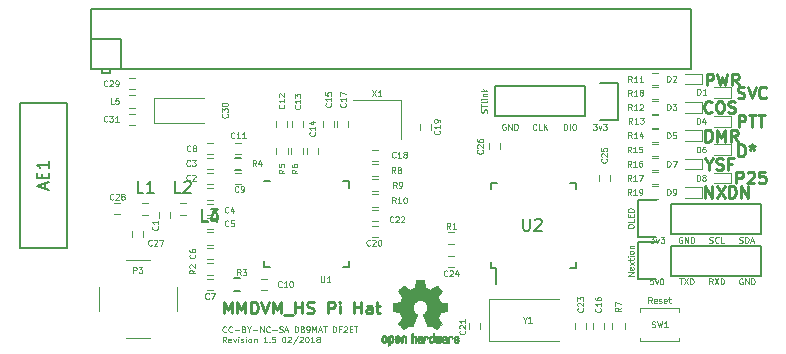
<source format=gto>
G04 #@! TF.GenerationSoftware,KiCad,Pcbnew,no-vcs-found-826efab~61~ubuntu17.10.1*
G04 #@! TF.CreationDate,2018-02-08T22:21:19+01:00*
G04 #@! TF.ProjectId,mmdvm_hs-hat,6D6D64766D5F68732D6861742E6B6963,1.5*
G04 #@! TF.SameCoordinates,Original*
G04 #@! TF.FileFunction,Legend,Top*
G04 #@! TF.FilePolarity,Positive*
%FSLAX46Y46*%
G04 Gerber Fmt 4.6, Leading zero omitted, Abs format (unit mm)*
G04 Created by KiCad (PCBNEW no-vcs-found-826efab~61~ubuntu17.10.1) date Thu Feb  8 22:21:19 2018*
%MOMM*%
%LPD*%
G01*
G04 APERTURE LIST*
%ADD10C,0.250000*%
%ADD11C,0.125000*%
%ADD12C,0.120000*%
%ADD13C,0.150000*%
%ADD14C,0.127000*%
%ADD15C,0.010000*%
G04 APERTURE END LIST*
D10*
X214564285Y-122652380D02*
X214564285Y-121652380D01*
X215135714Y-122652380D01*
X215135714Y-121652380D01*
X215516666Y-121652380D02*
X216183333Y-122652380D01*
X216183333Y-121652380D02*
X215516666Y-122652380D01*
X216564285Y-122652380D02*
X216564285Y-121652380D01*
X216802380Y-121652380D01*
X216945238Y-121700000D01*
X217040476Y-121795238D01*
X217088095Y-121890476D01*
X217135714Y-122080952D01*
X217135714Y-122223809D01*
X217088095Y-122414285D01*
X217040476Y-122509523D01*
X216945238Y-122604761D01*
X216802380Y-122652380D01*
X216564285Y-122652380D01*
X217564285Y-122652380D02*
X217564285Y-121652380D01*
X218135714Y-122652380D01*
X218135714Y-121652380D01*
D11*
X205043161Y-116413790D02*
X205352685Y-116413790D01*
X205186019Y-116604266D01*
X205257447Y-116604266D01*
X205305066Y-116628076D01*
X205328876Y-116651885D01*
X205352685Y-116699504D01*
X205352685Y-116818552D01*
X205328876Y-116866171D01*
X205305066Y-116889980D01*
X205257447Y-116913790D01*
X205114590Y-116913790D01*
X205066971Y-116889980D01*
X205043161Y-116866171D01*
X205519352Y-116580457D02*
X205638400Y-116913790D01*
X205757447Y-116580457D01*
X205900304Y-116413790D02*
X206209828Y-116413790D01*
X206043161Y-116604266D01*
X206114590Y-116604266D01*
X206162209Y-116628076D01*
X206186019Y-116651885D01*
X206209828Y-116699504D01*
X206209828Y-116818552D01*
X206186019Y-116866171D01*
X206162209Y-116889980D01*
X206114590Y-116913790D01*
X205971733Y-116913790D01*
X205924114Y-116889980D01*
X205900304Y-116866171D01*
X202586495Y-116913790D02*
X202586495Y-116413790D01*
X202705542Y-116413790D01*
X202776971Y-116437600D01*
X202824590Y-116485219D01*
X202848400Y-116532838D01*
X202872209Y-116628076D01*
X202872209Y-116699504D01*
X202848400Y-116794742D01*
X202824590Y-116842361D01*
X202776971Y-116889980D01*
X202705542Y-116913790D01*
X202586495Y-116913790D01*
X203086495Y-116913790D02*
X203086495Y-116413790D01*
X203419828Y-116413790D02*
X203515066Y-116413790D01*
X203562685Y-116437600D01*
X203610304Y-116485219D01*
X203634114Y-116580457D01*
X203634114Y-116747123D01*
X203610304Y-116842361D01*
X203562685Y-116889980D01*
X203515066Y-116913790D01*
X203419828Y-116913790D01*
X203372209Y-116889980D01*
X203324590Y-116842361D01*
X203300780Y-116747123D01*
X203300780Y-116580457D01*
X203324590Y-116485219D01*
X203372209Y-116437600D01*
X203419828Y-116413790D01*
X200260780Y-116866171D02*
X200236971Y-116889980D01*
X200165542Y-116913790D01*
X200117923Y-116913790D01*
X200046495Y-116889980D01*
X199998876Y-116842361D01*
X199975066Y-116794742D01*
X199951257Y-116699504D01*
X199951257Y-116628076D01*
X199975066Y-116532838D01*
X199998876Y-116485219D01*
X200046495Y-116437600D01*
X200117923Y-116413790D01*
X200165542Y-116413790D01*
X200236971Y-116437600D01*
X200260780Y-116461409D01*
X200713161Y-116913790D02*
X200475066Y-116913790D01*
X200475066Y-116413790D01*
X200879828Y-116913790D02*
X200879828Y-116413790D01*
X201165542Y-116913790D02*
X200951257Y-116628076D01*
X201165542Y-116413790D02*
X200879828Y-116699504D01*
X197637447Y-116437600D02*
X197589828Y-116413790D01*
X197518400Y-116413790D01*
X197446971Y-116437600D01*
X197399352Y-116485219D01*
X197375542Y-116532838D01*
X197351733Y-116628076D01*
X197351733Y-116699504D01*
X197375542Y-116794742D01*
X197399352Y-116842361D01*
X197446971Y-116889980D01*
X197518400Y-116913790D01*
X197566019Y-116913790D01*
X197637447Y-116889980D01*
X197661257Y-116866171D01*
X197661257Y-116699504D01*
X197566019Y-116699504D01*
X197875542Y-116913790D02*
X197875542Y-116413790D01*
X198161257Y-116913790D01*
X198161257Y-116413790D01*
X198399352Y-116913790D02*
X198399352Y-116413790D01*
X198518400Y-116413790D01*
X198589828Y-116437600D01*
X198637447Y-116485219D01*
X198661257Y-116532838D01*
X198685066Y-116628076D01*
X198685066Y-116699504D01*
X198661257Y-116794742D01*
X198637447Y-116842361D01*
X198589828Y-116889980D01*
X198518400Y-116913790D01*
X198399352Y-116913790D01*
X196036380Y-115464304D02*
X196060190Y-115392876D01*
X196060190Y-115273828D01*
X196036380Y-115226209D01*
X196012571Y-115202400D01*
X195964952Y-115178590D01*
X195917333Y-115178590D01*
X195869714Y-115202400D01*
X195845904Y-115226209D01*
X195822095Y-115273828D01*
X195798285Y-115369066D01*
X195774476Y-115416685D01*
X195750666Y-115440495D01*
X195703047Y-115464304D01*
X195655428Y-115464304D01*
X195607809Y-115440495D01*
X195584000Y-115416685D01*
X195560190Y-115369066D01*
X195560190Y-115250019D01*
X195584000Y-115178590D01*
X195560190Y-115035733D02*
X195560190Y-114750019D01*
X196060190Y-114892876D02*
X195560190Y-114892876D01*
X196060190Y-114511923D02*
X196036380Y-114559542D01*
X195988761Y-114583352D01*
X195560190Y-114583352D01*
X196060190Y-114321447D02*
X195726857Y-114321447D01*
X195560190Y-114321447D02*
X195584000Y-114345257D01*
X195607809Y-114321447D01*
X195584000Y-114297638D01*
X195560190Y-114321447D01*
X195607809Y-114321447D01*
X195726857Y-114083352D02*
X196060190Y-114083352D01*
X195774476Y-114083352D02*
X195750666Y-114059542D01*
X195726857Y-114011923D01*
X195726857Y-113940495D01*
X195750666Y-113892876D01*
X195798285Y-113869066D01*
X196060190Y-113869066D01*
X196060190Y-113630971D02*
X195560190Y-113630971D01*
X195869714Y-113583352D02*
X196060190Y-113440495D01*
X195726857Y-113440495D02*
X195917333Y-113630971D01*
X207976190Y-125126190D02*
X207976190Y-125030952D01*
X208000000Y-124983333D01*
X208047619Y-124935714D01*
X208142857Y-124911904D01*
X208309523Y-124911904D01*
X208404761Y-124935714D01*
X208452380Y-124983333D01*
X208476190Y-125030952D01*
X208476190Y-125126190D01*
X208452380Y-125173809D01*
X208404761Y-125221428D01*
X208309523Y-125245238D01*
X208142857Y-125245238D01*
X208047619Y-125221428D01*
X208000000Y-125173809D01*
X207976190Y-125126190D01*
X208476190Y-124459523D02*
X208476190Y-124697619D01*
X207976190Y-124697619D01*
X208214285Y-124292857D02*
X208214285Y-124126190D01*
X208476190Y-124054761D02*
X208476190Y-124292857D01*
X207976190Y-124292857D01*
X207976190Y-124054761D01*
X208476190Y-123840476D02*
X207976190Y-123840476D01*
X207976190Y-123721428D01*
X208000000Y-123650000D01*
X208047619Y-123602380D01*
X208095238Y-123578571D01*
X208190476Y-123554761D01*
X208261904Y-123554761D01*
X208357142Y-123578571D01*
X208404761Y-123602380D01*
X208452380Y-123650000D01*
X208476190Y-123721428D01*
X208476190Y-123840476D01*
X217426457Y-126452380D02*
X217497885Y-126476190D01*
X217616933Y-126476190D01*
X217664552Y-126452380D01*
X217688361Y-126428571D01*
X217712171Y-126380952D01*
X217712171Y-126333333D01*
X217688361Y-126285714D01*
X217664552Y-126261904D01*
X217616933Y-126238095D01*
X217521695Y-126214285D01*
X217474076Y-126190476D01*
X217450266Y-126166666D01*
X217426457Y-126119047D01*
X217426457Y-126071428D01*
X217450266Y-126023809D01*
X217474076Y-126000000D01*
X217521695Y-125976190D01*
X217640742Y-125976190D01*
X217712171Y-126000000D01*
X217926457Y-126476190D02*
X217926457Y-125976190D01*
X218045504Y-125976190D01*
X218116933Y-126000000D01*
X218164552Y-126047619D01*
X218188361Y-126095238D01*
X218212171Y-126190476D01*
X218212171Y-126261904D01*
X218188361Y-126357142D01*
X218164552Y-126404761D01*
X218116933Y-126452380D01*
X218045504Y-126476190D01*
X217926457Y-126476190D01*
X218402647Y-126333333D02*
X218640742Y-126333333D01*
X218355028Y-126476190D02*
X218521695Y-125976190D01*
X218688361Y-126476190D01*
X214898361Y-126452380D02*
X214969790Y-126476190D01*
X215088838Y-126476190D01*
X215136457Y-126452380D01*
X215160266Y-126428571D01*
X215184076Y-126380952D01*
X215184076Y-126333333D01*
X215160266Y-126285714D01*
X215136457Y-126261904D01*
X215088838Y-126238095D01*
X214993600Y-126214285D01*
X214945980Y-126190476D01*
X214922171Y-126166666D01*
X214898361Y-126119047D01*
X214898361Y-126071428D01*
X214922171Y-126023809D01*
X214945980Y-126000000D01*
X214993600Y-125976190D01*
X215112647Y-125976190D01*
X215184076Y-126000000D01*
X215684076Y-126428571D02*
X215660266Y-126452380D01*
X215588838Y-126476190D01*
X215541219Y-126476190D01*
X215469790Y-126452380D01*
X215422171Y-126404761D01*
X215398361Y-126357142D01*
X215374552Y-126261904D01*
X215374552Y-126190476D01*
X215398361Y-126095238D01*
X215422171Y-126047619D01*
X215469790Y-126000000D01*
X215541219Y-125976190D01*
X215588838Y-125976190D01*
X215660266Y-126000000D01*
X215684076Y-126023809D01*
X216136457Y-126476190D02*
X215898361Y-126476190D01*
X215898361Y-125976190D01*
X212572647Y-126000000D02*
X212525028Y-125976190D01*
X212453600Y-125976190D01*
X212382171Y-126000000D01*
X212334552Y-126047619D01*
X212310742Y-126095238D01*
X212286933Y-126190476D01*
X212286933Y-126261904D01*
X212310742Y-126357142D01*
X212334552Y-126404761D01*
X212382171Y-126452380D01*
X212453600Y-126476190D01*
X212501219Y-126476190D01*
X212572647Y-126452380D01*
X212596457Y-126428571D01*
X212596457Y-126261904D01*
X212501219Y-126261904D01*
X212810742Y-126476190D02*
X212810742Y-125976190D01*
X213096457Y-126476190D01*
X213096457Y-125976190D01*
X213334552Y-126476190D02*
X213334552Y-125976190D01*
X213453600Y-125976190D01*
X213525028Y-126000000D01*
X213572647Y-126047619D01*
X213596457Y-126095238D01*
X213620266Y-126190476D01*
X213620266Y-126261904D01*
X213596457Y-126357142D01*
X213572647Y-126404761D01*
X213525028Y-126452380D01*
X213453600Y-126476190D01*
X213334552Y-126476190D01*
X209904761Y-125976190D02*
X210214285Y-125976190D01*
X210047619Y-126166666D01*
X210119047Y-126166666D01*
X210166666Y-126190476D01*
X210190476Y-126214285D01*
X210214285Y-126261904D01*
X210214285Y-126380952D01*
X210190476Y-126428571D01*
X210166666Y-126452380D01*
X210119047Y-126476190D01*
X209976190Y-126476190D01*
X209928571Y-126452380D01*
X209904761Y-126428571D01*
X210380952Y-126142857D02*
X210500000Y-126476190D01*
X210619047Y-126142857D01*
X210761904Y-125976190D02*
X211071428Y-125976190D01*
X210904761Y-126166666D01*
X210976190Y-126166666D01*
X211023809Y-126190476D01*
X211047619Y-126214285D01*
X211071428Y-126261904D01*
X211071428Y-126380952D01*
X211047619Y-126428571D01*
X211023809Y-126452380D01*
X210976190Y-126476190D01*
X210833333Y-126476190D01*
X210785714Y-126452380D01*
X210761904Y-126428571D01*
X217694047Y-129500000D02*
X217646428Y-129476190D01*
X217575000Y-129476190D01*
X217503571Y-129500000D01*
X217455952Y-129547619D01*
X217432142Y-129595238D01*
X217408333Y-129690476D01*
X217408333Y-129761904D01*
X217432142Y-129857142D01*
X217455952Y-129904761D01*
X217503571Y-129952380D01*
X217575000Y-129976190D01*
X217622619Y-129976190D01*
X217694047Y-129952380D01*
X217717857Y-129928571D01*
X217717857Y-129761904D01*
X217622619Y-129761904D01*
X217932142Y-129976190D02*
X217932142Y-129476190D01*
X218217857Y-129976190D01*
X218217857Y-129476190D01*
X218455952Y-129976190D02*
X218455952Y-129476190D01*
X218575000Y-129476190D01*
X218646428Y-129500000D01*
X218694047Y-129547619D01*
X218717857Y-129595238D01*
X218741666Y-129690476D01*
X218741666Y-129761904D01*
X218717857Y-129857142D01*
X218694047Y-129904761D01*
X218646428Y-129952380D01*
X218575000Y-129976190D01*
X218455952Y-129976190D01*
X215166666Y-129976190D02*
X215000000Y-129738095D01*
X214880952Y-129976190D02*
X214880952Y-129476190D01*
X215071428Y-129476190D01*
X215119047Y-129500000D01*
X215142857Y-129523809D01*
X215166666Y-129571428D01*
X215166666Y-129642857D01*
X215142857Y-129690476D01*
X215119047Y-129714285D01*
X215071428Y-129738095D01*
X214880952Y-129738095D01*
X215333333Y-129476190D02*
X215666666Y-129976190D01*
X215666666Y-129476190D02*
X215333333Y-129976190D01*
X215857142Y-129976190D02*
X215857142Y-129476190D01*
X215976190Y-129476190D01*
X216047619Y-129500000D01*
X216095238Y-129547619D01*
X216119047Y-129595238D01*
X216142857Y-129690476D01*
X216142857Y-129761904D01*
X216119047Y-129857142D01*
X216095238Y-129904761D01*
X216047619Y-129952380D01*
X215976190Y-129976190D01*
X215857142Y-129976190D01*
X212344047Y-129476190D02*
X212629761Y-129476190D01*
X212486904Y-129976190D02*
X212486904Y-129476190D01*
X212748809Y-129476190D02*
X213082142Y-129976190D01*
X213082142Y-129476190D02*
X212748809Y-129976190D01*
X213272619Y-129976190D02*
X213272619Y-129476190D01*
X213391666Y-129476190D01*
X213463095Y-129500000D01*
X213510714Y-129547619D01*
X213534523Y-129595238D01*
X213558333Y-129690476D01*
X213558333Y-129761904D01*
X213534523Y-129857142D01*
X213510714Y-129904761D01*
X213463095Y-129952380D01*
X213391666Y-129976190D01*
X213272619Y-129976190D01*
X210115476Y-129476190D02*
X209877380Y-129476190D01*
X209853571Y-129714285D01*
X209877380Y-129690476D01*
X209925000Y-129666666D01*
X210044047Y-129666666D01*
X210091666Y-129690476D01*
X210115476Y-129714285D01*
X210139285Y-129761904D01*
X210139285Y-129880952D01*
X210115476Y-129928571D01*
X210091666Y-129952380D01*
X210044047Y-129976190D01*
X209925000Y-129976190D01*
X209877380Y-129952380D01*
X209853571Y-129928571D01*
X210305952Y-129642857D02*
X210425000Y-129976190D01*
X210544047Y-129642857D01*
X210829761Y-129476190D02*
X210877380Y-129476190D01*
X210925000Y-129500000D01*
X210948809Y-129523809D01*
X210972619Y-129571428D01*
X210996428Y-129666666D01*
X210996428Y-129785714D01*
X210972619Y-129880952D01*
X210948809Y-129928571D01*
X210925000Y-129952380D01*
X210877380Y-129976190D01*
X210829761Y-129976190D01*
X210782142Y-129952380D01*
X210758333Y-129928571D01*
X210734523Y-129880952D01*
X210710714Y-129785714D01*
X210710714Y-129666666D01*
X210734523Y-129571428D01*
X210758333Y-129523809D01*
X210782142Y-129500000D01*
X210829761Y-129476190D01*
D10*
X217285714Y-114204761D02*
X217428571Y-114252380D01*
X217666666Y-114252380D01*
X217761904Y-114204761D01*
X217809523Y-114157142D01*
X217857142Y-114061904D01*
X217857142Y-113966666D01*
X217809523Y-113871428D01*
X217761904Y-113823809D01*
X217666666Y-113776190D01*
X217476190Y-113728571D01*
X217380952Y-113680952D01*
X217333333Y-113633333D01*
X217285714Y-113538095D01*
X217285714Y-113442857D01*
X217333333Y-113347619D01*
X217380952Y-113300000D01*
X217476190Y-113252380D01*
X217714285Y-113252380D01*
X217857142Y-113300000D01*
X218142857Y-113252380D02*
X218476190Y-114252380D01*
X218809523Y-113252380D01*
X219714285Y-114157142D02*
X219666666Y-114204761D01*
X219523809Y-114252380D01*
X219428571Y-114252380D01*
X219285714Y-114204761D01*
X219190476Y-114109523D01*
X219142857Y-114014285D01*
X219095238Y-113823809D01*
X219095238Y-113680952D01*
X219142857Y-113490476D01*
X219190476Y-113395238D01*
X219285714Y-113300000D01*
X219428571Y-113252380D01*
X219523809Y-113252380D01*
X219666666Y-113300000D01*
X219714285Y-113347619D01*
D11*
X173986011Y-133991071D02*
X173962202Y-134014880D01*
X173890773Y-134038690D01*
X173843154Y-134038690D01*
X173771726Y-134014880D01*
X173724107Y-133967261D01*
X173700297Y-133919642D01*
X173676488Y-133824404D01*
X173676488Y-133752976D01*
X173700297Y-133657738D01*
X173724107Y-133610119D01*
X173771726Y-133562500D01*
X173843154Y-133538690D01*
X173890773Y-133538690D01*
X173962202Y-133562500D01*
X173986011Y-133586309D01*
X174486011Y-133991071D02*
X174462202Y-134014880D01*
X174390773Y-134038690D01*
X174343154Y-134038690D01*
X174271726Y-134014880D01*
X174224107Y-133967261D01*
X174200297Y-133919642D01*
X174176488Y-133824404D01*
X174176488Y-133752976D01*
X174200297Y-133657738D01*
X174224107Y-133610119D01*
X174271726Y-133562500D01*
X174343154Y-133538690D01*
X174390773Y-133538690D01*
X174462202Y-133562500D01*
X174486011Y-133586309D01*
X174700297Y-133848214D02*
X175081250Y-133848214D01*
X175486011Y-133776785D02*
X175557440Y-133800595D01*
X175581250Y-133824404D01*
X175605059Y-133872023D01*
X175605059Y-133943452D01*
X175581250Y-133991071D01*
X175557440Y-134014880D01*
X175509821Y-134038690D01*
X175319345Y-134038690D01*
X175319345Y-133538690D01*
X175486011Y-133538690D01*
X175533630Y-133562500D01*
X175557440Y-133586309D01*
X175581250Y-133633928D01*
X175581250Y-133681547D01*
X175557440Y-133729166D01*
X175533630Y-133752976D01*
X175486011Y-133776785D01*
X175319345Y-133776785D01*
X175914583Y-133800595D02*
X175914583Y-134038690D01*
X175747916Y-133538690D02*
X175914583Y-133800595D01*
X176081250Y-133538690D01*
X176247916Y-133848214D02*
X176628869Y-133848214D01*
X176866964Y-134038690D02*
X176866964Y-133538690D01*
X177152678Y-134038690D01*
X177152678Y-133538690D01*
X177676488Y-133991071D02*
X177652678Y-134014880D01*
X177581250Y-134038690D01*
X177533630Y-134038690D01*
X177462202Y-134014880D01*
X177414583Y-133967261D01*
X177390773Y-133919642D01*
X177366964Y-133824404D01*
X177366964Y-133752976D01*
X177390773Y-133657738D01*
X177414583Y-133610119D01*
X177462202Y-133562500D01*
X177533630Y-133538690D01*
X177581250Y-133538690D01*
X177652678Y-133562500D01*
X177676488Y-133586309D01*
X177890773Y-133848214D02*
X178271726Y-133848214D01*
X178486011Y-134014880D02*
X178557440Y-134038690D01*
X178676488Y-134038690D01*
X178724107Y-134014880D01*
X178747916Y-133991071D01*
X178771726Y-133943452D01*
X178771726Y-133895833D01*
X178747916Y-133848214D01*
X178724107Y-133824404D01*
X178676488Y-133800595D01*
X178581250Y-133776785D01*
X178533630Y-133752976D01*
X178509821Y-133729166D01*
X178486011Y-133681547D01*
X178486011Y-133633928D01*
X178509821Y-133586309D01*
X178533630Y-133562500D01*
X178581250Y-133538690D01*
X178700297Y-133538690D01*
X178771726Y-133562500D01*
X178962202Y-133895833D02*
X179200297Y-133895833D01*
X178914583Y-134038690D02*
X179081250Y-133538690D01*
X179247916Y-134038690D01*
X179795535Y-134038690D02*
X179795535Y-133538690D01*
X179914583Y-133538690D01*
X179986011Y-133562500D01*
X180033630Y-133610119D01*
X180057440Y-133657738D01*
X180081250Y-133752976D01*
X180081250Y-133824404D01*
X180057440Y-133919642D01*
X180033630Y-133967261D01*
X179986011Y-134014880D01*
X179914583Y-134038690D01*
X179795535Y-134038690D01*
X180462202Y-133776785D02*
X180533630Y-133800595D01*
X180557440Y-133824404D01*
X180581250Y-133872023D01*
X180581250Y-133943452D01*
X180557440Y-133991071D01*
X180533630Y-134014880D01*
X180486011Y-134038690D01*
X180295535Y-134038690D01*
X180295535Y-133538690D01*
X180462202Y-133538690D01*
X180509821Y-133562500D01*
X180533630Y-133586309D01*
X180557440Y-133633928D01*
X180557440Y-133681547D01*
X180533630Y-133729166D01*
X180509821Y-133752976D01*
X180462202Y-133776785D01*
X180295535Y-133776785D01*
X180819345Y-134038690D02*
X180914583Y-134038690D01*
X180962202Y-134014880D01*
X180986011Y-133991071D01*
X181033630Y-133919642D01*
X181057440Y-133824404D01*
X181057440Y-133633928D01*
X181033630Y-133586309D01*
X181009821Y-133562500D01*
X180962202Y-133538690D01*
X180866964Y-133538690D01*
X180819345Y-133562500D01*
X180795535Y-133586309D01*
X180771726Y-133633928D01*
X180771726Y-133752976D01*
X180795535Y-133800595D01*
X180819345Y-133824404D01*
X180866964Y-133848214D01*
X180962202Y-133848214D01*
X181009821Y-133824404D01*
X181033630Y-133800595D01*
X181057440Y-133752976D01*
X181271726Y-134038690D02*
X181271726Y-133538690D01*
X181438392Y-133895833D01*
X181605059Y-133538690D01*
X181605059Y-134038690D01*
X181819345Y-133895833D02*
X182057440Y-133895833D01*
X181771726Y-134038690D02*
X181938392Y-133538690D01*
X182105059Y-134038690D01*
X182200297Y-133538690D02*
X182486011Y-133538690D01*
X182343154Y-134038690D02*
X182343154Y-133538690D01*
X183033630Y-134038690D02*
X183033630Y-133538690D01*
X183152678Y-133538690D01*
X183224107Y-133562500D01*
X183271726Y-133610119D01*
X183295535Y-133657738D01*
X183319345Y-133752976D01*
X183319345Y-133824404D01*
X183295535Y-133919642D01*
X183271726Y-133967261D01*
X183224107Y-134014880D01*
X183152678Y-134038690D01*
X183033630Y-134038690D01*
X183700297Y-133776785D02*
X183533630Y-133776785D01*
X183533630Y-134038690D02*
X183533630Y-133538690D01*
X183771726Y-133538690D01*
X183938392Y-133586309D02*
X183962202Y-133562500D01*
X184009821Y-133538690D01*
X184128869Y-133538690D01*
X184176488Y-133562500D01*
X184200297Y-133586309D01*
X184224107Y-133633928D01*
X184224107Y-133681547D01*
X184200297Y-133752976D01*
X183914583Y-134038690D01*
X184224107Y-134038690D01*
X184438392Y-133776785D02*
X184605059Y-133776785D01*
X184676488Y-134038690D02*
X184438392Y-134038690D01*
X184438392Y-133538690D01*
X184676488Y-133538690D01*
X184819345Y-133538690D02*
X185105059Y-133538690D01*
X184962202Y-134038690D02*
X184962202Y-133538690D01*
X173986011Y-134913690D02*
X173819345Y-134675595D01*
X173700297Y-134913690D02*
X173700297Y-134413690D01*
X173890773Y-134413690D01*
X173938392Y-134437500D01*
X173962202Y-134461309D01*
X173986011Y-134508928D01*
X173986011Y-134580357D01*
X173962202Y-134627976D01*
X173938392Y-134651785D01*
X173890773Y-134675595D01*
X173700297Y-134675595D01*
X174390773Y-134889880D02*
X174343154Y-134913690D01*
X174247916Y-134913690D01*
X174200297Y-134889880D01*
X174176488Y-134842261D01*
X174176488Y-134651785D01*
X174200297Y-134604166D01*
X174247916Y-134580357D01*
X174343154Y-134580357D01*
X174390773Y-134604166D01*
X174414583Y-134651785D01*
X174414583Y-134699404D01*
X174176488Y-134747023D01*
X174581250Y-134580357D02*
X174700297Y-134913690D01*
X174819345Y-134580357D01*
X175009821Y-134913690D02*
X175009821Y-134580357D01*
X175009821Y-134413690D02*
X174986011Y-134437500D01*
X175009821Y-134461309D01*
X175033630Y-134437500D01*
X175009821Y-134413690D01*
X175009821Y-134461309D01*
X175224107Y-134889880D02*
X175271726Y-134913690D01*
X175366964Y-134913690D01*
X175414583Y-134889880D01*
X175438392Y-134842261D01*
X175438392Y-134818452D01*
X175414583Y-134770833D01*
X175366964Y-134747023D01*
X175295535Y-134747023D01*
X175247916Y-134723214D01*
X175224107Y-134675595D01*
X175224107Y-134651785D01*
X175247916Y-134604166D01*
X175295535Y-134580357D01*
X175366964Y-134580357D01*
X175414583Y-134604166D01*
X175652678Y-134913690D02*
X175652678Y-134580357D01*
X175652678Y-134413690D02*
X175628869Y-134437500D01*
X175652678Y-134461309D01*
X175676488Y-134437500D01*
X175652678Y-134413690D01*
X175652678Y-134461309D01*
X175962202Y-134913690D02*
X175914583Y-134889880D01*
X175890773Y-134866071D01*
X175866964Y-134818452D01*
X175866964Y-134675595D01*
X175890773Y-134627976D01*
X175914583Y-134604166D01*
X175962202Y-134580357D01*
X176033630Y-134580357D01*
X176081250Y-134604166D01*
X176105059Y-134627976D01*
X176128869Y-134675595D01*
X176128869Y-134818452D01*
X176105059Y-134866071D01*
X176081250Y-134889880D01*
X176033630Y-134913690D01*
X175962202Y-134913690D01*
X176343154Y-134580357D02*
X176343154Y-134913690D01*
X176343154Y-134627976D02*
X176366964Y-134604166D01*
X176414583Y-134580357D01*
X176486011Y-134580357D01*
X176533630Y-134604166D01*
X176557440Y-134651785D01*
X176557440Y-134913690D01*
X177438392Y-134913690D02*
X177152678Y-134913690D01*
X177295535Y-134913690D02*
X177295535Y-134413690D01*
X177247916Y-134485119D01*
X177200297Y-134532738D01*
X177152678Y-134556547D01*
X177652678Y-134866071D02*
X177676488Y-134889880D01*
X177652678Y-134913690D01*
X177628869Y-134889880D01*
X177652678Y-134866071D01*
X177652678Y-134913690D01*
X178128869Y-134413690D02*
X177890773Y-134413690D01*
X177866964Y-134651785D01*
X177890773Y-134627976D01*
X177938392Y-134604166D01*
X178057440Y-134604166D01*
X178105059Y-134627976D01*
X178128869Y-134651785D01*
X178152678Y-134699404D01*
X178152678Y-134818452D01*
X178128869Y-134866071D01*
X178105059Y-134889880D01*
X178057440Y-134913690D01*
X177938392Y-134913690D01*
X177890773Y-134889880D01*
X177866964Y-134866071D01*
X178843154Y-134413690D02*
X178890773Y-134413690D01*
X178938392Y-134437500D01*
X178962202Y-134461309D01*
X178986011Y-134508928D01*
X179009821Y-134604166D01*
X179009821Y-134723214D01*
X178986011Y-134818452D01*
X178962202Y-134866071D01*
X178938392Y-134889880D01*
X178890773Y-134913690D01*
X178843154Y-134913690D01*
X178795535Y-134889880D01*
X178771726Y-134866071D01*
X178747916Y-134818452D01*
X178724107Y-134723214D01*
X178724107Y-134604166D01*
X178747916Y-134508928D01*
X178771726Y-134461309D01*
X178795535Y-134437500D01*
X178843154Y-134413690D01*
X179200297Y-134461309D02*
X179224107Y-134437500D01*
X179271726Y-134413690D01*
X179390773Y-134413690D01*
X179438392Y-134437500D01*
X179462202Y-134461309D01*
X179486011Y-134508928D01*
X179486011Y-134556547D01*
X179462202Y-134627976D01*
X179176488Y-134913690D01*
X179486011Y-134913690D01*
X180057440Y-134389880D02*
X179628869Y-135032738D01*
X180200297Y-134461309D02*
X180224107Y-134437500D01*
X180271726Y-134413690D01*
X180390773Y-134413690D01*
X180438392Y-134437500D01*
X180462202Y-134461309D01*
X180486011Y-134508928D01*
X180486011Y-134556547D01*
X180462202Y-134627976D01*
X180176488Y-134913690D01*
X180486011Y-134913690D01*
X180795535Y-134413690D02*
X180843154Y-134413690D01*
X180890773Y-134437500D01*
X180914583Y-134461309D01*
X180938392Y-134508928D01*
X180962202Y-134604166D01*
X180962202Y-134723214D01*
X180938392Y-134818452D01*
X180914583Y-134866071D01*
X180890773Y-134889880D01*
X180843154Y-134913690D01*
X180795535Y-134913690D01*
X180747916Y-134889880D01*
X180724107Y-134866071D01*
X180700297Y-134818452D01*
X180676488Y-134723214D01*
X180676488Y-134604166D01*
X180700297Y-134508928D01*
X180724107Y-134461309D01*
X180747916Y-134437500D01*
X180795535Y-134413690D01*
X181438392Y-134913690D02*
X181152678Y-134913690D01*
X181295535Y-134913690D02*
X181295535Y-134413690D01*
X181247916Y-134485119D01*
X181200297Y-134532738D01*
X181152678Y-134556547D01*
X181724107Y-134627976D02*
X181676488Y-134604166D01*
X181652678Y-134580357D01*
X181628869Y-134532738D01*
X181628869Y-134508928D01*
X181652678Y-134461309D01*
X181676488Y-134437500D01*
X181724107Y-134413690D01*
X181819345Y-134413690D01*
X181866964Y-134437500D01*
X181890773Y-134461309D01*
X181914583Y-134508928D01*
X181914583Y-134532738D01*
X181890773Y-134580357D01*
X181866964Y-134604166D01*
X181819345Y-134627976D01*
X181724107Y-134627976D01*
X181676488Y-134651785D01*
X181652678Y-134675595D01*
X181628869Y-134723214D01*
X181628869Y-134818452D01*
X181652678Y-134866071D01*
X181676488Y-134889880D01*
X181724107Y-134913690D01*
X181819345Y-134913690D01*
X181866964Y-134889880D01*
X181890773Y-134866071D01*
X181914583Y-134818452D01*
X181914583Y-134723214D01*
X181890773Y-134675595D01*
X181866964Y-134651785D01*
X181819345Y-134627976D01*
D10*
X173800595Y-132452380D02*
X173800595Y-131452380D01*
X174133928Y-132166666D01*
X174467261Y-131452380D01*
X174467261Y-132452380D01*
X174943452Y-132452380D02*
X174943452Y-131452380D01*
X175276785Y-132166666D01*
X175610119Y-131452380D01*
X175610119Y-132452380D01*
X176086309Y-132452380D02*
X176086309Y-131452380D01*
X176324404Y-131452380D01*
X176467261Y-131500000D01*
X176562500Y-131595238D01*
X176610119Y-131690476D01*
X176657738Y-131880952D01*
X176657738Y-132023809D01*
X176610119Y-132214285D01*
X176562500Y-132309523D01*
X176467261Y-132404761D01*
X176324404Y-132452380D01*
X176086309Y-132452380D01*
X176943452Y-131452380D02*
X177276785Y-132452380D01*
X177610119Y-131452380D01*
X177943452Y-132452380D02*
X177943452Y-131452380D01*
X178276785Y-132166666D01*
X178610119Y-131452380D01*
X178610119Y-132452380D01*
X178848214Y-132547619D02*
X179610119Y-132547619D01*
X179848214Y-132452380D02*
X179848214Y-131452380D01*
X179848214Y-131928571D02*
X180419642Y-131928571D01*
X180419642Y-132452380D02*
X180419642Y-131452380D01*
X180848214Y-132404761D02*
X180991071Y-132452380D01*
X181229166Y-132452380D01*
X181324404Y-132404761D01*
X181372023Y-132357142D01*
X181419642Y-132261904D01*
X181419642Y-132166666D01*
X181372023Y-132071428D01*
X181324404Y-132023809D01*
X181229166Y-131976190D01*
X181038690Y-131928571D01*
X180943452Y-131880952D01*
X180895833Y-131833333D01*
X180848214Y-131738095D01*
X180848214Y-131642857D01*
X180895833Y-131547619D01*
X180943452Y-131500000D01*
X181038690Y-131452380D01*
X181276785Y-131452380D01*
X181419642Y-131500000D01*
X182610119Y-132452380D02*
X182610119Y-131452380D01*
X182991071Y-131452380D01*
X183086309Y-131500000D01*
X183133928Y-131547619D01*
X183181547Y-131642857D01*
X183181547Y-131785714D01*
X183133928Y-131880952D01*
X183086309Y-131928571D01*
X182991071Y-131976190D01*
X182610119Y-131976190D01*
X183610119Y-132452380D02*
X183610119Y-131785714D01*
X183610119Y-131452380D02*
X183562500Y-131500000D01*
X183610119Y-131547619D01*
X183657738Y-131500000D01*
X183610119Y-131452380D01*
X183610119Y-131547619D01*
X184848214Y-132452380D02*
X184848214Y-131452380D01*
X184848214Y-131928571D02*
X185419642Y-131928571D01*
X185419642Y-132452380D02*
X185419642Y-131452380D01*
X186324404Y-132452380D02*
X186324404Y-131928571D01*
X186276785Y-131833333D01*
X186181547Y-131785714D01*
X185991071Y-131785714D01*
X185895833Y-131833333D01*
X186324404Y-132404761D02*
X186229166Y-132452380D01*
X185991071Y-132452380D01*
X185895833Y-132404761D01*
X185848214Y-132309523D01*
X185848214Y-132214285D01*
X185895833Y-132119047D01*
X185991071Y-132071428D01*
X186229166Y-132071428D01*
X186324404Y-132023809D01*
X186657738Y-131785714D02*
X187038690Y-131785714D01*
X186800595Y-131452380D02*
X186800595Y-132309523D01*
X186848214Y-132404761D01*
X186943452Y-132452380D01*
X187038690Y-132452380D01*
D11*
X210030952Y-131576190D02*
X209864285Y-131338095D01*
X209745238Y-131576190D02*
X209745238Y-131076190D01*
X209935714Y-131076190D01*
X209983333Y-131100000D01*
X210007142Y-131123809D01*
X210030952Y-131171428D01*
X210030952Y-131242857D01*
X210007142Y-131290476D01*
X209983333Y-131314285D01*
X209935714Y-131338095D01*
X209745238Y-131338095D01*
X210435714Y-131552380D02*
X210388095Y-131576190D01*
X210292857Y-131576190D01*
X210245238Y-131552380D01*
X210221428Y-131504761D01*
X210221428Y-131314285D01*
X210245238Y-131266666D01*
X210292857Y-131242857D01*
X210388095Y-131242857D01*
X210435714Y-131266666D01*
X210459523Y-131314285D01*
X210459523Y-131361904D01*
X210221428Y-131409523D01*
X210650000Y-131552380D02*
X210697619Y-131576190D01*
X210792857Y-131576190D01*
X210840476Y-131552380D01*
X210864285Y-131504761D01*
X210864285Y-131480952D01*
X210840476Y-131433333D01*
X210792857Y-131409523D01*
X210721428Y-131409523D01*
X210673809Y-131385714D01*
X210650000Y-131338095D01*
X210650000Y-131314285D01*
X210673809Y-131266666D01*
X210721428Y-131242857D01*
X210792857Y-131242857D01*
X210840476Y-131266666D01*
X211269047Y-131552380D02*
X211221428Y-131576190D01*
X211126190Y-131576190D01*
X211078571Y-131552380D01*
X211054761Y-131504761D01*
X211054761Y-131314285D01*
X211078571Y-131266666D01*
X211126190Y-131242857D01*
X211221428Y-131242857D01*
X211269047Y-131266666D01*
X211292857Y-131314285D01*
X211292857Y-131361904D01*
X211054761Y-131409523D01*
X211435714Y-131242857D02*
X211626190Y-131242857D01*
X211507142Y-131076190D02*
X211507142Y-131504761D01*
X211530952Y-131552380D01*
X211578571Y-131576190D01*
X211626190Y-131576190D01*
X208476190Y-129273809D02*
X207976190Y-129273809D01*
X208476190Y-128988095D01*
X207976190Y-128988095D01*
X208452380Y-128559523D02*
X208476190Y-128607142D01*
X208476190Y-128702380D01*
X208452380Y-128750000D01*
X208404761Y-128773809D01*
X208214285Y-128773809D01*
X208166666Y-128750000D01*
X208142857Y-128702380D01*
X208142857Y-128607142D01*
X208166666Y-128559523D01*
X208214285Y-128535714D01*
X208261904Y-128535714D01*
X208309523Y-128773809D01*
X208476190Y-128369047D02*
X208142857Y-128107142D01*
X208142857Y-128369047D02*
X208476190Y-128107142D01*
X208142857Y-127988095D02*
X208142857Y-127797619D01*
X207976190Y-127916666D02*
X208404761Y-127916666D01*
X208452380Y-127892857D01*
X208476190Y-127845238D01*
X208476190Y-127797619D01*
X208476190Y-127630952D02*
X208142857Y-127630952D01*
X207976190Y-127630952D02*
X208000000Y-127654761D01*
X208023809Y-127630952D01*
X208000000Y-127607142D01*
X207976190Y-127630952D01*
X208023809Y-127630952D01*
X208476190Y-127321428D02*
X208452380Y-127369047D01*
X208428571Y-127392857D01*
X208380952Y-127416666D01*
X208238095Y-127416666D01*
X208190476Y-127392857D01*
X208166666Y-127369047D01*
X208142857Y-127321428D01*
X208142857Y-127250000D01*
X208166666Y-127202380D01*
X208190476Y-127178571D01*
X208238095Y-127154761D01*
X208380952Y-127154761D01*
X208428571Y-127178571D01*
X208452380Y-127202380D01*
X208476190Y-127250000D01*
X208476190Y-127321428D01*
X208142857Y-126940476D02*
X208476190Y-126940476D01*
X208190476Y-126940476D02*
X208166666Y-126916666D01*
X208142857Y-126869047D01*
X208142857Y-126797619D01*
X208166666Y-126750000D01*
X208214285Y-126726190D01*
X208476190Y-126726190D01*
D10*
X214870238Y-119826190D02*
X214870238Y-120302380D01*
X214536904Y-119302380D02*
X214870238Y-119826190D01*
X215203571Y-119302380D01*
X215489285Y-120254761D02*
X215632142Y-120302380D01*
X215870238Y-120302380D01*
X215965476Y-120254761D01*
X216013095Y-120207142D01*
X216060714Y-120111904D01*
X216060714Y-120016666D01*
X216013095Y-119921428D01*
X215965476Y-119873809D01*
X215870238Y-119826190D01*
X215679761Y-119778571D01*
X215584523Y-119730952D01*
X215536904Y-119683333D01*
X215489285Y-119588095D01*
X215489285Y-119492857D01*
X215536904Y-119397619D01*
X215584523Y-119350000D01*
X215679761Y-119302380D01*
X215917857Y-119302380D01*
X216060714Y-119350000D01*
X216822619Y-119778571D02*
X216489285Y-119778571D01*
X216489285Y-120302380D02*
X216489285Y-119302380D01*
X216965476Y-119302380D01*
X217185714Y-121452380D02*
X217185714Y-120452380D01*
X217566666Y-120452380D01*
X217661904Y-120500000D01*
X217709523Y-120547619D01*
X217757142Y-120642857D01*
X217757142Y-120785714D01*
X217709523Y-120880952D01*
X217661904Y-120928571D01*
X217566666Y-120976190D01*
X217185714Y-120976190D01*
X218138095Y-120547619D02*
X218185714Y-120500000D01*
X218280952Y-120452380D01*
X218519047Y-120452380D01*
X218614285Y-120500000D01*
X218661904Y-120547619D01*
X218709523Y-120642857D01*
X218709523Y-120738095D01*
X218661904Y-120880952D01*
X218090476Y-121452380D01*
X218709523Y-121452380D01*
X219614285Y-120452380D02*
X219138095Y-120452380D01*
X219090476Y-120928571D01*
X219138095Y-120880952D01*
X219233333Y-120833333D01*
X219471428Y-120833333D01*
X219566666Y-120880952D01*
X219614285Y-120928571D01*
X219661904Y-121023809D01*
X219661904Y-121261904D01*
X219614285Y-121357142D01*
X219566666Y-121404761D01*
X219471428Y-121452380D01*
X219233333Y-121452380D01*
X219138095Y-121404761D01*
X219090476Y-121357142D01*
X217357142Y-119152380D02*
X217357142Y-118152380D01*
X217595238Y-118152380D01*
X217738095Y-118200000D01*
X217833333Y-118295238D01*
X217880952Y-118390476D01*
X217928571Y-118580952D01*
X217928571Y-118723809D01*
X217880952Y-118914285D01*
X217833333Y-119009523D01*
X217738095Y-119104761D01*
X217595238Y-119152380D01*
X217357142Y-119152380D01*
X218500000Y-118152380D02*
X218500000Y-118390476D01*
X218261904Y-118295238D02*
X218500000Y-118390476D01*
X218738095Y-118295238D01*
X218357142Y-118580952D02*
X218500000Y-118390476D01*
X218642857Y-118580952D01*
X214566666Y-117902380D02*
X214566666Y-116902380D01*
X214804761Y-116902380D01*
X214947619Y-116950000D01*
X215042857Y-117045238D01*
X215090476Y-117140476D01*
X215138095Y-117330952D01*
X215138095Y-117473809D01*
X215090476Y-117664285D01*
X215042857Y-117759523D01*
X214947619Y-117854761D01*
X214804761Y-117902380D01*
X214566666Y-117902380D01*
X215566666Y-117902380D02*
X215566666Y-116902380D01*
X215900000Y-117616666D01*
X216233333Y-116902380D01*
X216233333Y-117902380D01*
X217280952Y-117902380D02*
X216947619Y-117426190D01*
X216709523Y-117902380D02*
X216709523Y-116902380D01*
X217090476Y-116902380D01*
X217185714Y-116950000D01*
X217233333Y-116997619D01*
X217280952Y-117092857D01*
X217280952Y-117235714D01*
X217233333Y-117330952D01*
X217185714Y-117378571D01*
X217090476Y-117426190D01*
X216709523Y-117426190D01*
X217376190Y-116652380D02*
X217376190Y-115652380D01*
X217757142Y-115652380D01*
X217852380Y-115700000D01*
X217900000Y-115747619D01*
X217947619Y-115842857D01*
X217947619Y-115985714D01*
X217900000Y-116080952D01*
X217852380Y-116128571D01*
X217757142Y-116176190D01*
X217376190Y-116176190D01*
X218233333Y-115652380D02*
X218804761Y-115652380D01*
X218519047Y-116652380D02*
X218519047Y-115652380D01*
X218995238Y-115652380D02*
X219566666Y-115652380D01*
X219280952Y-116652380D02*
X219280952Y-115652380D01*
X215084523Y-115382142D02*
X215036904Y-115429761D01*
X214894047Y-115477380D01*
X214798809Y-115477380D01*
X214655952Y-115429761D01*
X214560714Y-115334523D01*
X214513095Y-115239285D01*
X214465476Y-115048809D01*
X214465476Y-114905952D01*
X214513095Y-114715476D01*
X214560714Y-114620238D01*
X214655952Y-114525000D01*
X214798809Y-114477380D01*
X214894047Y-114477380D01*
X215036904Y-114525000D01*
X215084523Y-114572619D01*
X215703571Y-114477380D02*
X215894047Y-114477380D01*
X215989285Y-114525000D01*
X216084523Y-114620238D01*
X216132142Y-114810714D01*
X216132142Y-115144047D01*
X216084523Y-115334523D01*
X215989285Y-115429761D01*
X215894047Y-115477380D01*
X215703571Y-115477380D01*
X215608333Y-115429761D01*
X215513095Y-115334523D01*
X215465476Y-115144047D01*
X215465476Y-114810714D01*
X215513095Y-114620238D01*
X215608333Y-114525000D01*
X215703571Y-114477380D01*
X216513095Y-115429761D02*
X216655952Y-115477380D01*
X216894047Y-115477380D01*
X216989285Y-115429761D01*
X217036904Y-115382142D01*
X217084523Y-115286904D01*
X217084523Y-115191666D01*
X217036904Y-115096428D01*
X216989285Y-115048809D01*
X216894047Y-115001190D01*
X216703571Y-114953571D01*
X216608333Y-114905952D01*
X216560714Y-114858333D01*
X216513095Y-114763095D01*
X216513095Y-114667857D01*
X216560714Y-114572619D01*
X216608333Y-114525000D01*
X216703571Y-114477380D01*
X216941666Y-114477380D01*
X217084523Y-114525000D01*
X214666666Y-113152380D02*
X214666666Y-112152380D01*
X215047619Y-112152380D01*
X215142857Y-112200000D01*
X215190476Y-112247619D01*
X215238095Y-112342857D01*
X215238095Y-112485714D01*
X215190476Y-112580952D01*
X215142857Y-112628571D01*
X215047619Y-112676190D01*
X214666666Y-112676190D01*
X215571428Y-112152380D02*
X215809523Y-113152380D01*
X216000000Y-112438095D01*
X216190476Y-113152380D01*
X216428571Y-112152380D01*
X217380952Y-113152380D02*
X217047619Y-112676190D01*
X216809523Y-113152380D02*
X216809523Y-112152380D01*
X217190476Y-112152380D01*
X217285714Y-112200000D01*
X217333333Y-112247619D01*
X217380952Y-112342857D01*
X217380952Y-112485714D01*
X217333333Y-112580952D01*
X217285714Y-112628571D01*
X217190476Y-112676190D01*
X216809523Y-112676190D01*
D12*
X210050000Y-122730000D02*
X210550000Y-122730000D01*
X210550000Y-121670000D02*
X210050000Y-121670000D01*
X214250000Y-122650000D02*
X214250000Y-121750000D01*
X214250000Y-121750000D02*
X212800000Y-121750000D01*
X214250000Y-122650000D02*
X212800000Y-122650000D01*
X169220000Y-124400000D02*
X169220000Y-123900000D01*
X168280000Y-123900000D02*
X168280000Y-124400000D01*
X172850000Y-120530000D02*
X172350000Y-120530000D01*
X172350000Y-121470000D02*
X172850000Y-121470000D01*
X172850000Y-119280000D02*
X172350000Y-119280000D01*
X172350000Y-120220000D02*
X172850000Y-120220000D01*
X172350000Y-124120000D02*
X172850000Y-124120000D01*
X172850000Y-123180000D02*
X172350000Y-123180000D01*
X172350000Y-125320000D02*
X172850000Y-125320000D01*
X172850000Y-124380000D02*
X172350000Y-124380000D01*
X172350000Y-127870000D02*
X172850000Y-127870000D01*
X172850000Y-126930000D02*
X172350000Y-126930000D01*
X172350000Y-130470000D02*
X172850000Y-130470000D01*
X172850000Y-129530000D02*
X172350000Y-129530000D01*
X172350000Y-118970000D02*
X172850000Y-118970000D01*
X172850000Y-118030000D02*
X172350000Y-118030000D01*
X174750000Y-121520000D02*
X175250000Y-121520000D01*
X175250000Y-120580000D02*
X174750000Y-120580000D01*
X177450000Y-129530000D02*
X176950000Y-129530000D01*
X176950000Y-130470000D02*
X177450000Y-130470000D01*
X174750000Y-118970000D02*
X175250000Y-118970000D01*
X175250000Y-118030000D02*
X174750000Y-118030000D01*
X178230000Y-116200000D02*
X178230000Y-116700000D01*
X179170000Y-116700000D02*
X179170000Y-116200000D01*
X179580000Y-116200000D02*
X179580000Y-116700000D01*
X180520000Y-116700000D02*
X180520000Y-116200000D01*
X180830000Y-118450000D02*
X180830000Y-118950000D01*
X181770000Y-118950000D02*
X181770000Y-118450000D01*
X183120000Y-116650000D02*
X183120000Y-116150000D01*
X182180000Y-116150000D02*
X182180000Y-116650000D01*
X205970000Y-133750000D02*
X205970000Y-133250000D01*
X205030000Y-133250000D02*
X205030000Y-133750000D01*
X183380000Y-116150000D02*
X183380000Y-116650000D01*
X184320000Y-116650000D02*
X184320000Y-116150000D01*
X186350000Y-119520000D02*
X186850000Y-119520000D01*
X186850000Y-118580000D02*
X186350000Y-118580000D01*
X191320000Y-116950000D02*
X191320000Y-116450000D01*
X190380000Y-116450000D02*
X190380000Y-116950000D01*
X186350000Y-126020000D02*
X186850000Y-126020000D01*
X186850000Y-125080000D02*
X186350000Y-125080000D01*
X194530000Y-133250000D02*
X194530000Y-133750000D01*
X195470000Y-133750000D02*
X195470000Y-133250000D01*
X186350000Y-124620000D02*
X186850000Y-124620000D01*
X186850000Y-123680000D02*
X186350000Y-123680000D01*
X203530000Y-133250000D02*
X203530000Y-133750000D01*
X204470000Y-133750000D02*
X204470000Y-133250000D01*
X192790000Y-128520000D02*
X193290000Y-128520000D01*
X193290000Y-127580000D02*
X192790000Y-127580000D01*
X205530000Y-120750000D02*
X205530000Y-121250000D01*
X206470000Y-121250000D02*
X206470000Y-120750000D01*
X196230000Y-118000000D02*
X196230000Y-118500000D01*
X197170000Y-118500000D02*
X197170000Y-118000000D01*
X216750000Y-114200000D02*
X216750000Y-113300000D01*
X216750000Y-113300000D02*
X215300000Y-113300000D01*
X216750000Y-114200000D02*
X215300000Y-114200000D01*
X214250000Y-113050000D02*
X214250000Y-112150000D01*
X214250000Y-112150000D02*
X212800000Y-112150000D01*
X214250000Y-113050000D02*
X212800000Y-113050000D01*
X214250000Y-115450000D02*
X214250000Y-114550000D01*
X214250000Y-114550000D02*
X212800000Y-114550000D01*
X214250000Y-115450000D02*
X212800000Y-115450000D01*
X216750000Y-116650000D02*
X216750000Y-115750000D01*
X216750000Y-115750000D02*
X215300000Y-115750000D01*
X216750000Y-116650000D02*
X215300000Y-116650000D01*
X214250000Y-117850000D02*
X214250000Y-116950000D01*
X214250000Y-116950000D02*
X212800000Y-116950000D01*
X214250000Y-117850000D02*
X212800000Y-117850000D01*
X216750000Y-119050000D02*
X216750000Y-118150000D01*
X216750000Y-118150000D02*
X215300000Y-118150000D01*
X216750000Y-119050000D02*
X215300000Y-119050000D01*
X214250000Y-120250000D02*
X214250000Y-119350000D01*
X214250000Y-119350000D02*
X212800000Y-119350000D01*
X214250000Y-120250000D02*
X212800000Y-120250000D01*
X165500000Y-127950000D02*
X167500000Y-127950000D01*
X165500000Y-134550000D02*
X167500000Y-134550000D01*
X169800000Y-130250000D02*
X169800000Y-132250000D01*
X163200000Y-130250000D02*
X163200000Y-132250000D01*
X192790000Y-126580000D02*
X193290000Y-126580000D01*
X193290000Y-125520000D02*
X192790000Y-125520000D01*
X172350000Y-129230000D02*
X172850000Y-129230000D01*
X172850000Y-128170000D02*
X172350000Y-128170000D01*
X178170000Y-118450000D02*
X178170000Y-118950000D01*
X179230000Y-118950000D02*
X179230000Y-118450000D01*
X179470000Y-118450000D02*
X179470000Y-118950000D01*
X180530000Y-118950000D02*
X180530000Y-118450000D01*
X206670000Y-133250000D02*
X206670000Y-133750000D01*
X207730000Y-133750000D02*
X207730000Y-133250000D01*
X186350000Y-120830000D02*
X186850000Y-120830000D01*
X186850000Y-119770000D02*
X186350000Y-119770000D01*
X186350000Y-122130000D02*
X186850000Y-122130000D01*
X186850000Y-121070000D02*
X186350000Y-121070000D01*
X186350000Y-123430000D02*
X186850000Y-123430000D01*
X186850000Y-122370000D02*
X186350000Y-122370000D01*
X210050000Y-113130000D02*
X210550000Y-113130000D01*
X210550000Y-112070000D02*
X210050000Y-112070000D01*
X210050000Y-115530000D02*
X210550000Y-115530000D01*
X210550000Y-114470000D02*
X210050000Y-114470000D01*
X210050000Y-116730000D02*
X210550000Y-116730000D01*
X210550000Y-115670000D02*
X210050000Y-115670000D01*
X210050000Y-117930000D02*
X210550000Y-117930000D01*
X210550000Y-116870000D02*
X210050000Y-116870000D01*
X210050000Y-119130000D02*
X210550000Y-119130000D01*
X210550000Y-118070000D02*
X210050000Y-118070000D01*
X210050000Y-120330000D02*
X210550000Y-120330000D01*
X210550000Y-119270000D02*
X210050000Y-119270000D01*
X210050000Y-121530000D02*
X210550000Y-121530000D01*
X210550000Y-120470000D02*
X210050000Y-120470000D01*
X210550000Y-113270000D02*
X210050000Y-113270000D01*
X210050000Y-114330000D02*
X210550000Y-114330000D01*
X209050000Y-134500000D02*
X209050000Y-134800000D01*
X209050000Y-134800000D02*
X212350000Y-134800000D01*
X212350000Y-134800000D02*
X212350000Y-134500000D01*
X209050000Y-132300000D02*
X209050000Y-132000000D01*
X209050000Y-132000000D02*
X212350000Y-132000000D01*
X212350000Y-132000000D02*
X212350000Y-132300000D01*
D13*
X184418750Y-121268750D02*
X184418750Y-121793750D01*
X177168750Y-128518750D02*
X177168750Y-127993750D01*
X184418750Y-128518750D02*
X184418750Y-127993750D01*
X177168750Y-121268750D02*
X177693750Y-121268750D01*
X177168750Y-128518750D02*
X177693750Y-128518750D01*
X184418750Y-128518750D02*
X183893750Y-128518750D01*
X184418750Y-121268750D02*
X183893750Y-121268750D01*
X196375000Y-128625000D02*
X196825000Y-128625000D01*
X196375000Y-121375000D02*
X196900000Y-121375000D01*
X203625000Y-121375000D02*
X203100000Y-121375000D01*
X203625000Y-128625000D02*
X203100000Y-128625000D01*
X196375000Y-128625000D02*
X196375000Y-128100000D01*
X203625000Y-128625000D02*
X203625000Y-128100000D01*
X203625000Y-121375000D02*
X203625000Y-121900000D01*
X196375000Y-121375000D02*
X196375000Y-121900000D01*
X196825000Y-128625000D02*
X196825000Y-130000000D01*
D12*
X188750000Y-117650000D02*
X188750000Y-114350000D01*
X188750000Y-114350000D02*
X184750000Y-114350000D01*
X202150000Y-131200000D02*
X196250000Y-131200000D01*
X196250000Y-131200000D02*
X196250000Y-134800000D01*
X196250000Y-134800000D02*
X202150000Y-134800000D01*
X216750000Y-121450000D02*
X216750000Y-120550000D01*
X216750000Y-120550000D02*
X215300000Y-120550000D01*
X216750000Y-121450000D02*
X215300000Y-121450000D01*
D13*
X175150000Y-129475000D02*
X174650000Y-129475000D01*
X174650000Y-130525000D02*
X175150000Y-130525000D01*
X174750000Y-120325000D02*
X175250000Y-120325000D01*
X175250000Y-119275000D02*
X174750000Y-119275000D01*
D14*
X162560000Y-106697121D02*
X162560000Y-109237121D01*
X162560000Y-109237121D02*
X162560000Y-111777121D01*
X162560000Y-111777121D02*
X163512500Y-111777121D01*
X163512500Y-111777121D02*
X164147500Y-111777121D01*
X164147500Y-111777121D02*
X165100000Y-111777121D01*
X165100000Y-111777121D02*
X213360000Y-111777121D01*
X213360000Y-111777121D02*
X213360000Y-106697121D01*
X213360000Y-106697121D02*
X162560000Y-106697121D01*
X162560000Y-109237121D02*
X165100000Y-109237121D01*
X165100000Y-109237121D02*
X165100000Y-111777121D01*
X163512500Y-111777121D02*
X163512500Y-112094621D01*
X163512500Y-112094621D02*
X164147500Y-112094621D01*
X164147500Y-112094621D02*
X164147500Y-111777121D01*
D13*
X211690000Y-125688600D02*
X219310000Y-125688600D01*
X211690000Y-123148600D02*
X219310000Y-123148600D01*
X208870000Y-122868600D02*
X210420000Y-122868600D01*
X219310000Y-125688600D02*
X219310000Y-123148600D01*
X211690000Y-123148600D02*
X211690000Y-125688600D01*
X210420000Y-125968600D02*
X208870000Y-125968600D01*
X208870000Y-125968600D02*
X208870000Y-122868600D01*
X211690000Y-129270000D02*
X219310000Y-129270000D01*
X211690000Y-126730000D02*
X219310000Y-126730000D01*
X208870000Y-126450000D02*
X210420000Y-126450000D01*
X219310000Y-129270000D02*
X219310000Y-126730000D01*
X211690000Y-126730000D02*
X211690000Y-129270000D01*
X210420000Y-129550000D02*
X208870000Y-129550000D01*
X208870000Y-129550000D02*
X208870000Y-126450000D01*
X204368400Y-113233200D02*
X196748400Y-113233200D01*
X204368400Y-115773200D02*
X196748400Y-115773200D01*
X207188400Y-116053200D02*
X205638400Y-116053200D01*
X196748400Y-113233200D02*
X196748400Y-115773200D01*
X204368400Y-115773200D02*
X204368400Y-113233200D01*
X205638400Y-112953200D02*
X207188400Y-112953200D01*
X207188400Y-112953200D02*
X207188400Y-116053200D01*
X160500000Y-126900000D02*
X156500000Y-126900000D01*
X160500000Y-114600000D02*
X160500000Y-126900000D01*
X156500000Y-114600000D02*
X160500000Y-114600000D01*
X156500000Y-126900000D02*
X156500000Y-114600000D01*
D12*
X166250000Y-112530000D02*
X165750000Y-112530000D01*
X165750000Y-113470000D02*
X166250000Y-113470000D01*
X167850000Y-114200000D02*
X172100000Y-114200000D01*
X167850000Y-116300000D02*
X172100000Y-116300000D01*
X167850000Y-114200000D02*
X167850000Y-116300000D01*
X165750000Y-116470000D02*
X166250000Y-116470000D01*
X166250000Y-115530000D02*
X165750000Y-115530000D01*
X166250000Y-113970000D02*
X165750000Y-113970000D01*
X165750000Y-115030000D02*
X166250000Y-115030000D01*
X166030000Y-125500000D02*
X166030000Y-126000000D01*
X166970000Y-126000000D02*
X166970000Y-125500000D01*
X164500000Y-124070000D02*
X165000000Y-124070000D01*
X165000000Y-123130000D02*
X164500000Y-123130000D01*
D15*
G36*
X187999744Y-134319918D02*
X188055201Y-134347568D01*
X188104148Y-134398480D01*
X188117629Y-134417338D01*
X188132314Y-134442015D01*
X188141842Y-134468816D01*
X188147293Y-134504587D01*
X188149747Y-134556169D01*
X188150286Y-134624267D01*
X188147852Y-134717588D01*
X188139394Y-134787657D01*
X188123174Y-134839931D01*
X188097454Y-134879869D01*
X188060497Y-134912929D01*
X188057782Y-134914886D01*
X188021360Y-134934908D01*
X187977502Y-134944815D01*
X187921724Y-134947257D01*
X187831048Y-134947257D01*
X187831010Y-135035283D01*
X187830166Y-135084308D01*
X187825024Y-135113065D01*
X187811587Y-135130311D01*
X187785858Y-135144808D01*
X187779679Y-135147769D01*
X187750764Y-135161648D01*
X187728376Y-135170414D01*
X187711729Y-135171171D01*
X187700036Y-135161023D01*
X187692510Y-135137073D01*
X187688366Y-135096426D01*
X187686815Y-135036186D01*
X187687071Y-134953455D01*
X187688349Y-134845339D01*
X187688748Y-134813000D01*
X187690185Y-134701524D01*
X187691472Y-134628603D01*
X187830971Y-134628603D01*
X187831755Y-134690499D01*
X187835240Y-134730997D01*
X187843124Y-134757708D01*
X187857105Y-134778244D01*
X187866597Y-134788260D01*
X187905404Y-134817567D01*
X187939763Y-134819952D01*
X187975216Y-134795750D01*
X187976114Y-134794857D01*
X187990539Y-134776153D01*
X187999313Y-134750732D01*
X188003739Y-134711584D01*
X188005118Y-134651697D01*
X188005143Y-134638430D01*
X188001812Y-134555901D01*
X187990969Y-134498691D01*
X187971340Y-134463766D01*
X187941650Y-134448094D01*
X187924491Y-134446514D01*
X187883766Y-134453926D01*
X187855832Y-134478330D01*
X187839017Y-134522980D01*
X187831650Y-134591130D01*
X187830971Y-134628603D01*
X187691472Y-134628603D01*
X187691708Y-134615245D01*
X187693677Y-134550333D01*
X187696450Y-134502958D01*
X187700388Y-134469290D01*
X187705849Y-134445498D01*
X187713192Y-134427753D01*
X187722777Y-134412224D01*
X187726887Y-134406381D01*
X187781405Y-134351185D01*
X187850336Y-134319890D01*
X187930072Y-134311165D01*
X187999744Y-134319918D01*
X187999744Y-134319918D01*
G37*
X187999744Y-134319918D02*
X188055201Y-134347568D01*
X188104148Y-134398480D01*
X188117629Y-134417338D01*
X188132314Y-134442015D01*
X188141842Y-134468816D01*
X188147293Y-134504587D01*
X188149747Y-134556169D01*
X188150286Y-134624267D01*
X188147852Y-134717588D01*
X188139394Y-134787657D01*
X188123174Y-134839931D01*
X188097454Y-134879869D01*
X188060497Y-134912929D01*
X188057782Y-134914886D01*
X188021360Y-134934908D01*
X187977502Y-134944815D01*
X187921724Y-134947257D01*
X187831048Y-134947257D01*
X187831010Y-135035283D01*
X187830166Y-135084308D01*
X187825024Y-135113065D01*
X187811587Y-135130311D01*
X187785858Y-135144808D01*
X187779679Y-135147769D01*
X187750764Y-135161648D01*
X187728376Y-135170414D01*
X187711729Y-135171171D01*
X187700036Y-135161023D01*
X187692510Y-135137073D01*
X187688366Y-135096426D01*
X187686815Y-135036186D01*
X187687071Y-134953455D01*
X187688349Y-134845339D01*
X187688748Y-134813000D01*
X187690185Y-134701524D01*
X187691472Y-134628603D01*
X187830971Y-134628603D01*
X187831755Y-134690499D01*
X187835240Y-134730997D01*
X187843124Y-134757708D01*
X187857105Y-134778244D01*
X187866597Y-134788260D01*
X187905404Y-134817567D01*
X187939763Y-134819952D01*
X187975216Y-134795750D01*
X187976114Y-134794857D01*
X187990539Y-134776153D01*
X187999313Y-134750732D01*
X188003739Y-134711584D01*
X188005118Y-134651697D01*
X188005143Y-134638430D01*
X188001812Y-134555901D01*
X187990969Y-134498691D01*
X187971340Y-134463766D01*
X187941650Y-134448094D01*
X187924491Y-134446514D01*
X187883766Y-134453926D01*
X187855832Y-134478330D01*
X187839017Y-134522980D01*
X187831650Y-134591130D01*
X187830971Y-134628603D01*
X187691472Y-134628603D01*
X187691708Y-134615245D01*
X187693677Y-134550333D01*
X187696450Y-134502958D01*
X187700388Y-134469290D01*
X187705849Y-134445498D01*
X187713192Y-134427753D01*
X187722777Y-134412224D01*
X187726887Y-134406381D01*
X187781405Y-134351185D01*
X187850336Y-134319890D01*
X187930072Y-134311165D01*
X187999744Y-134319918D01*
G36*
X189116093Y-134327780D02*
X189162672Y-134354723D01*
X189195057Y-134381466D01*
X189218742Y-134409484D01*
X189235059Y-134443748D01*
X189245339Y-134489227D01*
X189250914Y-134550892D01*
X189253116Y-134633711D01*
X189253371Y-134693246D01*
X189253371Y-134912391D01*
X189191686Y-134940044D01*
X189130000Y-134967697D01*
X189122743Y-134727670D01*
X189119744Y-134638028D01*
X189116598Y-134572962D01*
X189112701Y-134528026D01*
X189107447Y-134498770D01*
X189100231Y-134480748D01*
X189090450Y-134469511D01*
X189087312Y-134467079D01*
X189039761Y-134448083D01*
X188991697Y-134455600D01*
X188963086Y-134475543D01*
X188951447Y-134489675D01*
X188943391Y-134508220D01*
X188938271Y-134536334D01*
X188935441Y-134579173D01*
X188934256Y-134641895D01*
X188934057Y-134707261D01*
X188934018Y-134789268D01*
X188932614Y-134847316D01*
X188927914Y-134886465D01*
X188917987Y-134911780D01*
X188900903Y-134928323D01*
X188874732Y-134941156D01*
X188839775Y-134954491D01*
X188801596Y-134969007D01*
X188806141Y-134711389D01*
X188807971Y-134618519D01*
X188810112Y-134549889D01*
X188813181Y-134500711D01*
X188817794Y-134466198D01*
X188824568Y-134441562D01*
X188834119Y-134422016D01*
X188845634Y-134404770D01*
X188901190Y-134349680D01*
X188968980Y-134317822D01*
X189042713Y-134310191D01*
X189116093Y-134327780D01*
X189116093Y-134327780D01*
G37*
X189116093Y-134327780D02*
X189162672Y-134354723D01*
X189195057Y-134381466D01*
X189218742Y-134409484D01*
X189235059Y-134443748D01*
X189245339Y-134489227D01*
X189250914Y-134550892D01*
X189253116Y-134633711D01*
X189253371Y-134693246D01*
X189253371Y-134912391D01*
X189191686Y-134940044D01*
X189130000Y-134967697D01*
X189122743Y-134727670D01*
X189119744Y-134638028D01*
X189116598Y-134572962D01*
X189112701Y-134528026D01*
X189107447Y-134498770D01*
X189100231Y-134480748D01*
X189090450Y-134469511D01*
X189087312Y-134467079D01*
X189039761Y-134448083D01*
X188991697Y-134455600D01*
X188963086Y-134475543D01*
X188951447Y-134489675D01*
X188943391Y-134508220D01*
X188938271Y-134536334D01*
X188935441Y-134579173D01*
X188934256Y-134641895D01*
X188934057Y-134707261D01*
X188934018Y-134789268D01*
X188932614Y-134847316D01*
X188927914Y-134886465D01*
X188917987Y-134911780D01*
X188900903Y-134928323D01*
X188874732Y-134941156D01*
X188839775Y-134954491D01*
X188801596Y-134969007D01*
X188806141Y-134711389D01*
X188807971Y-134618519D01*
X188810112Y-134549889D01*
X188813181Y-134500711D01*
X188817794Y-134466198D01*
X188824568Y-134441562D01*
X188834119Y-134422016D01*
X188845634Y-134404770D01*
X188901190Y-134349680D01*
X188968980Y-134317822D01*
X189042713Y-134310191D01*
X189116093Y-134327780D01*
G36*
X187441115Y-134321962D02*
X187509145Y-134357733D01*
X187559351Y-134415301D01*
X187577185Y-134452312D01*
X187591063Y-134507882D01*
X187598167Y-134578096D01*
X187598840Y-134654727D01*
X187593427Y-134729552D01*
X187582270Y-134794342D01*
X187565714Y-134840873D01*
X187560626Y-134848887D01*
X187500355Y-134908707D01*
X187428769Y-134944535D01*
X187351092Y-134955020D01*
X187272548Y-134938810D01*
X187250689Y-134929092D01*
X187208122Y-134899143D01*
X187170763Y-134859433D01*
X187167232Y-134854397D01*
X187152881Y-134830124D01*
X187143394Y-134804178D01*
X187137790Y-134770022D01*
X187135086Y-134721119D01*
X187134299Y-134650935D01*
X187134286Y-134635200D01*
X187134322Y-134630192D01*
X187279429Y-134630192D01*
X187280273Y-134696430D01*
X187283596Y-134740386D01*
X187290583Y-134768779D01*
X187302416Y-134788325D01*
X187308457Y-134794857D01*
X187343186Y-134819680D01*
X187376903Y-134818548D01*
X187410995Y-134797016D01*
X187431329Y-134774029D01*
X187443371Y-134740478D01*
X187450134Y-134687569D01*
X187450598Y-134681399D01*
X187451752Y-134585513D01*
X187439688Y-134514299D01*
X187414570Y-134468194D01*
X187376560Y-134447635D01*
X187362992Y-134446514D01*
X187327364Y-134452152D01*
X187302994Y-134471686D01*
X187288093Y-134509042D01*
X187280875Y-134568150D01*
X187279429Y-134630192D01*
X187134322Y-134630192D01*
X187134826Y-134560413D01*
X187137096Y-134508159D01*
X187142068Y-134471949D01*
X187150713Y-134445299D01*
X187164005Y-134421722D01*
X187166943Y-134417338D01*
X187216313Y-134358249D01*
X187270109Y-134323947D01*
X187335602Y-134310331D01*
X187357842Y-134309665D01*
X187441115Y-134321962D01*
X187441115Y-134321962D01*
G37*
X187441115Y-134321962D02*
X187509145Y-134357733D01*
X187559351Y-134415301D01*
X187577185Y-134452312D01*
X187591063Y-134507882D01*
X187598167Y-134578096D01*
X187598840Y-134654727D01*
X187593427Y-134729552D01*
X187582270Y-134794342D01*
X187565714Y-134840873D01*
X187560626Y-134848887D01*
X187500355Y-134908707D01*
X187428769Y-134944535D01*
X187351092Y-134955020D01*
X187272548Y-134938810D01*
X187250689Y-134929092D01*
X187208122Y-134899143D01*
X187170763Y-134859433D01*
X187167232Y-134854397D01*
X187152881Y-134830124D01*
X187143394Y-134804178D01*
X187137790Y-134770022D01*
X187135086Y-134721119D01*
X187134299Y-134650935D01*
X187134286Y-134635200D01*
X187134322Y-134630192D01*
X187279429Y-134630192D01*
X187280273Y-134696430D01*
X187283596Y-134740386D01*
X187290583Y-134768779D01*
X187302416Y-134788325D01*
X187308457Y-134794857D01*
X187343186Y-134819680D01*
X187376903Y-134818548D01*
X187410995Y-134797016D01*
X187431329Y-134774029D01*
X187443371Y-134740478D01*
X187450134Y-134687569D01*
X187450598Y-134681399D01*
X187451752Y-134585513D01*
X187439688Y-134514299D01*
X187414570Y-134468194D01*
X187376560Y-134447635D01*
X187362992Y-134446514D01*
X187327364Y-134452152D01*
X187302994Y-134471686D01*
X187288093Y-134509042D01*
X187280875Y-134568150D01*
X187279429Y-134630192D01*
X187134322Y-134630192D01*
X187134826Y-134560413D01*
X187137096Y-134508159D01*
X187142068Y-134471949D01*
X187150713Y-134445299D01*
X187164005Y-134421722D01*
X187166943Y-134417338D01*
X187216313Y-134358249D01*
X187270109Y-134323947D01*
X187335602Y-134310331D01*
X187357842Y-134309665D01*
X187441115Y-134321962D01*
G36*
X188568303Y-134331239D02*
X188625527Y-134369735D01*
X188669749Y-134425335D01*
X188696167Y-134496086D01*
X188701510Y-134548162D01*
X188700903Y-134569893D01*
X188695822Y-134586531D01*
X188681855Y-134601437D01*
X188654589Y-134617973D01*
X188609612Y-134639498D01*
X188542511Y-134669374D01*
X188542171Y-134669524D01*
X188480407Y-134697813D01*
X188429759Y-134722933D01*
X188395404Y-134742179D01*
X188382518Y-134752848D01*
X188382514Y-134752934D01*
X188393872Y-134776166D01*
X188420431Y-134801774D01*
X188450923Y-134820221D01*
X188466370Y-134823886D01*
X188508515Y-134811212D01*
X188544808Y-134779471D01*
X188562517Y-134744572D01*
X188579552Y-134718845D01*
X188612922Y-134689546D01*
X188652149Y-134664235D01*
X188686756Y-134650471D01*
X188693993Y-134649714D01*
X188702139Y-134662160D01*
X188702630Y-134693972D01*
X188696643Y-134736866D01*
X188685357Y-134782558D01*
X188669950Y-134822761D01*
X188669171Y-134824322D01*
X188622804Y-134889062D01*
X188562711Y-134933097D01*
X188494465Y-134954711D01*
X188423638Y-134952185D01*
X188355804Y-134923804D01*
X188352788Y-134921808D01*
X188299427Y-134873448D01*
X188264340Y-134810352D01*
X188244922Y-134727387D01*
X188242316Y-134704078D01*
X188237701Y-134594055D01*
X188243233Y-134542748D01*
X188382514Y-134542748D01*
X188384324Y-134574753D01*
X188394222Y-134584093D01*
X188418898Y-134577105D01*
X188457795Y-134560587D01*
X188501275Y-134539881D01*
X188502356Y-134539333D01*
X188539209Y-134519949D01*
X188554000Y-134507013D01*
X188550353Y-134493451D01*
X188534995Y-134475632D01*
X188495923Y-134449845D01*
X188453846Y-134447950D01*
X188416103Y-134466717D01*
X188390034Y-134502915D01*
X188382514Y-134542748D01*
X188243233Y-134542748D01*
X188247194Y-134506027D01*
X188271550Y-134436212D01*
X188305456Y-134387302D01*
X188366653Y-134337878D01*
X188434063Y-134313359D01*
X188502880Y-134311797D01*
X188568303Y-134331239D01*
X188568303Y-134331239D01*
G37*
X188568303Y-134331239D02*
X188625527Y-134369735D01*
X188669749Y-134425335D01*
X188696167Y-134496086D01*
X188701510Y-134548162D01*
X188700903Y-134569893D01*
X188695822Y-134586531D01*
X188681855Y-134601437D01*
X188654589Y-134617973D01*
X188609612Y-134639498D01*
X188542511Y-134669374D01*
X188542171Y-134669524D01*
X188480407Y-134697813D01*
X188429759Y-134722933D01*
X188395404Y-134742179D01*
X188382518Y-134752848D01*
X188382514Y-134752934D01*
X188393872Y-134776166D01*
X188420431Y-134801774D01*
X188450923Y-134820221D01*
X188466370Y-134823886D01*
X188508515Y-134811212D01*
X188544808Y-134779471D01*
X188562517Y-134744572D01*
X188579552Y-134718845D01*
X188612922Y-134689546D01*
X188652149Y-134664235D01*
X188686756Y-134650471D01*
X188693993Y-134649714D01*
X188702139Y-134662160D01*
X188702630Y-134693972D01*
X188696643Y-134736866D01*
X188685357Y-134782558D01*
X188669950Y-134822761D01*
X188669171Y-134824322D01*
X188622804Y-134889062D01*
X188562711Y-134933097D01*
X188494465Y-134954711D01*
X188423638Y-134952185D01*
X188355804Y-134923804D01*
X188352788Y-134921808D01*
X188299427Y-134873448D01*
X188264340Y-134810352D01*
X188244922Y-134727387D01*
X188242316Y-134704078D01*
X188237701Y-134594055D01*
X188243233Y-134542748D01*
X188382514Y-134542748D01*
X188384324Y-134574753D01*
X188394222Y-134584093D01*
X188418898Y-134577105D01*
X188457795Y-134560587D01*
X188501275Y-134539881D01*
X188502356Y-134539333D01*
X188539209Y-134519949D01*
X188554000Y-134507013D01*
X188550353Y-134493451D01*
X188534995Y-134475632D01*
X188495923Y-134449845D01*
X188453846Y-134447950D01*
X188416103Y-134466717D01*
X188390034Y-134502915D01*
X188382514Y-134542748D01*
X188243233Y-134542748D01*
X188247194Y-134506027D01*
X188271550Y-134436212D01*
X188305456Y-134387302D01*
X188366653Y-134337878D01*
X188434063Y-134313359D01*
X188502880Y-134311797D01*
X188568303Y-134331239D01*
G36*
X189775886Y-134251289D02*
X189780139Y-134310613D01*
X189785025Y-134345572D01*
X189791795Y-134360820D01*
X189801702Y-134361015D01*
X189804914Y-134359195D01*
X189847644Y-134346015D01*
X189903227Y-134346785D01*
X189959737Y-134360333D01*
X189995082Y-134377861D01*
X190031321Y-134405861D01*
X190057813Y-134437549D01*
X190075999Y-134477813D01*
X190087322Y-134531543D01*
X190093222Y-134603626D01*
X190095143Y-134698951D01*
X190095177Y-134717237D01*
X190095200Y-134922646D01*
X190049491Y-134938580D01*
X190017027Y-134949420D01*
X189999215Y-134954468D01*
X189998691Y-134954514D01*
X189996937Y-134940828D01*
X189995444Y-134903076D01*
X189994326Y-134846224D01*
X189993697Y-134775234D01*
X189993600Y-134732073D01*
X189993398Y-134646973D01*
X189992358Y-134585981D01*
X189989831Y-134544177D01*
X189985164Y-134516642D01*
X189977707Y-134498456D01*
X189966811Y-134484698D01*
X189960007Y-134478073D01*
X189913272Y-134451375D01*
X189862272Y-134449375D01*
X189816001Y-134471955D01*
X189807444Y-134480107D01*
X189794893Y-134495436D01*
X189786188Y-134513618D01*
X189780631Y-134539909D01*
X189777526Y-134579562D01*
X189776176Y-134637832D01*
X189775886Y-134718173D01*
X189775886Y-134922646D01*
X189730177Y-134938580D01*
X189697713Y-134949420D01*
X189679901Y-134954468D01*
X189679377Y-134954514D01*
X189678037Y-134940623D01*
X189676828Y-134901439D01*
X189675801Y-134840700D01*
X189675002Y-134762141D01*
X189674481Y-134669498D01*
X189674286Y-134566509D01*
X189674286Y-134169342D01*
X189721457Y-134149444D01*
X189768629Y-134129547D01*
X189775886Y-134251289D01*
X189775886Y-134251289D01*
G37*
X189775886Y-134251289D02*
X189780139Y-134310613D01*
X189785025Y-134345572D01*
X189791795Y-134360820D01*
X189801702Y-134361015D01*
X189804914Y-134359195D01*
X189847644Y-134346015D01*
X189903227Y-134346785D01*
X189959737Y-134360333D01*
X189995082Y-134377861D01*
X190031321Y-134405861D01*
X190057813Y-134437549D01*
X190075999Y-134477813D01*
X190087322Y-134531543D01*
X190093222Y-134603626D01*
X190095143Y-134698951D01*
X190095177Y-134717237D01*
X190095200Y-134922646D01*
X190049491Y-134938580D01*
X190017027Y-134949420D01*
X189999215Y-134954468D01*
X189998691Y-134954514D01*
X189996937Y-134940828D01*
X189995444Y-134903076D01*
X189994326Y-134846224D01*
X189993697Y-134775234D01*
X189993600Y-134732073D01*
X189993398Y-134646973D01*
X189992358Y-134585981D01*
X189989831Y-134544177D01*
X189985164Y-134516642D01*
X189977707Y-134498456D01*
X189966811Y-134484698D01*
X189960007Y-134478073D01*
X189913272Y-134451375D01*
X189862272Y-134449375D01*
X189816001Y-134471955D01*
X189807444Y-134480107D01*
X189794893Y-134495436D01*
X189786188Y-134513618D01*
X189780631Y-134539909D01*
X189777526Y-134579562D01*
X189776176Y-134637832D01*
X189775886Y-134718173D01*
X189775886Y-134922646D01*
X189730177Y-134938580D01*
X189697713Y-134949420D01*
X189679901Y-134954468D01*
X189679377Y-134954514D01*
X189678037Y-134940623D01*
X189676828Y-134901439D01*
X189675801Y-134840700D01*
X189675002Y-134762141D01*
X189674481Y-134669498D01*
X189674286Y-134566509D01*
X189674286Y-134169342D01*
X189721457Y-134149444D01*
X189768629Y-134129547D01*
X189775886Y-134251289D01*
G36*
X190439744Y-134350968D02*
X190496616Y-134372087D01*
X190497267Y-134372493D01*
X190532440Y-134398380D01*
X190558407Y-134428633D01*
X190576670Y-134468058D01*
X190588732Y-134521462D01*
X190596096Y-134593651D01*
X190600264Y-134689432D01*
X190600629Y-134703078D01*
X190605876Y-134908842D01*
X190561716Y-134931678D01*
X190529763Y-134947110D01*
X190510470Y-134954423D01*
X190509578Y-134954514D01*
X190506239Y-134941022D01*
X190503587Y-134904626D01*
X190501956Y-134851452D01*
X190501600Y-134808393D01*
X190501592Y-134738641D01*
X190498403Y-134694837D01*
X190487288Y-134673944D01*
X190463501Y-134672925D01*
X190422296Y-134688741D01*
X190360086Y-134717815D01*
X190314341Y-134741963D01*
X190290813Y-134762913D01*
X190283896Y-134785747D01*
X190283886Y-134786877D01*
X190295299Y-134826212D01*
X190329092Y-134847462D01*
X190380809Y-134850539D01*
X190418061Y-134850006D01*
X190437703Y-134860735D01*
X190449952Y-134886505D01*
X190457002Y-134919337D01*
X190446842Y-134937966D01*
X190443017Y-134940632D01*
X190407001Y-134951340D01*
X190356566Y-134952856D01*
X190304626Y-134945759D01*
X190267822Y-134932788D01*
X190216938Y-134889585D01*
X190188014Y-134829446D01*
X190182286Y-134782462D01*
X190186657Y-134740082D01*
X190202475Y-134705488D01*
X190233797Y-134674763D01*
X190284678Y-134643990D01*
X190359176Y-134609252D01*
X190363714Y-134607288D01*
X190430821Y-134576287D01*
X190472232Y-134550862D01*
X190489981Y-134528014D01*
X190486107Y-134504745D01*
X190462643Y-134478056D01*
X190455627Y-134471914D01*
X190408630Y-134448100D01*
X190359933Y-134449103D01*
X190317522Y-134472451D01*
X190289384Y-134515675D01*
X190286769Y-134524160D01*
X190261308Y-134565308D01*
X190229001Y-134585128D01*
X190182286Y-134604770D01*
X190182286Y-134553950D01*
X190196496Y-134480082D01*
X190238675Y-134412327D01*
X190260624Y-134389661D01*
X190310517Y-134360569D01*
X190373967Y-134347400D01*
X190439744Y-134350968D01*
X190439744Y-134350968D01*
G37*
X190439744Y-134350968D02*
X190496616Y-134372087D01*
X190497267Y-134372493D01*
X190532440Y-134398380D01*
X190558407Y-134428633D01*
X190576670Y-134468058D01*
X190588732Y-134521462D01*
X190596096Y-134593651D01*
X190600264Y-134689432D01*
X190600629Y-134703078D01*
X190605876Y-134908842D01*
X190561716Y-134931678D01*
X190529763Y-134947110D01*
X190510470Y-134954423D01*
X190509578Y-134954514D01*
X190506239Y-134941022D01*
X190503587Y-134904626D01*
X190501956Y-134851452D01*
X190501600Y-134808393D01*
X190501592Y-134738641D01*
X190498403Y-134694837D01*
X190487288Y-134673944D01*
X190463501Y-134672925D01*
X190422296Y-134688741D01*
X190360086Y-134717815D01*
X190314341Y-134741963D01*
X190290813Y-134762913D01*
X190283896Y-134785747D01*
X190283886Y-134786877D01*
X190295299Y-134826212D01*
X190329092Y-134847462D01*
X190380809Y-134850539D01*
X190418061Y-134850006D01*
X190437703Y-134860735D01*
X190449952Y-134886505D01*
X190457002Y-134919337D01*
X190446842Y-134937966D01*
X190443017Y-134940632D01*
X190407001Y-134951340D01*
X190356566Y-134952856D01*
X190304626Y-134945759D01*
X190267822Y-134932788D01*
X190216938Y-134889585D01*
X190188014Y-134829446D01*
X190182286Y-134782462D01*
X190186657Y-134740082D01*
X190202475Y-134705488D01*
X190233797Y-134674763D01*
X190284678Y-134643990D01*
X190359176Y-134609252D01*
X190363714Y-134607288D01*
X190430821Y-134576287D01*
X190472232Y-134550862D01*
X190489981Y-134528014D01*
X190486107Y-134504745D01*
X190462643Y-134478056D01*
X190455627Y-134471914D01*
X190408630Y-134448100D01*
X190359933Y-134449103D01*
X190317522Y-134472451D01*
X190289384Y-134515675D01*
X190286769Y-134524160D01*
X190261308Y-134565308D01*
X190229001Y-134585128D01*
X190182286Y-134604770D01*
X190182286Y-134553950D01*
X190196496Y-134480082D01*
X190238675Y-134412327D01*
X190260624Y-134389661D01*
X190310517Y-134360569D01*
X190373967Y-134347400D01*
X190439744Y-134350968D01*
G36*
X190929926Y-134349755D02*
X190995858Y-134374084D01*
X191049273Y-134417117D01*
X191070164Y-134447409D01*
X191092939Y-134502994D01*
X191092466Y-134543186D01*
X191068562Y-134570217D01*
X191059717Y-134574813D01*
X191021530Y-134589144D01*
X191002028Y-134585472D01*
X190995422Y-134561407D01*
X190995086Y-134548114D01*
X190982992Y-134499210D01*
X190951471Y-134464999D01*
X190907659Y-134448476D01*
X190858695Y-134452634D01*
X190818894Y-134474227D01*
X190805450Y-134486544D01*
X190795921Y-134501487D01*
X190789485Y-134524075D01*
X190785317Y-134559328D01*
X190782597Y-134612266D01*
X190780502Y-134687907D01*
X190779960Y-134711857D01*
X190777981Y-134793790D01*
X190775731Y-134851455D01*
X190772357Y-134889608D01*
X190767006Y-134913004D01*
X190758824Y-134926398D01*
X190746959Y-134934545D01*
X190739362Y-134938144D01*
X190707102Y-134950452D01*
X190688111Y-134954514D01*
X190681836Y-134940948D01*
X190678006Y-134899934D01*
X190676600Y-134830999D01*
X190677598Y-134733669D01*
X190677908Y-134718657D01*
X190680101Y-134629859D01*
X190682693Y-134565019D01*
X190686382Y-134519067D01*
X190691864Y-134486935D01*
X190699835Y-134463553D01*
X190710993Y-134443852D01*
X190716830Y-134435410D01*
X190750296Y-134398057D01*
X190787727Y-134369003D01*
X190792309Y-134366467D01*
X190859426Y-134346443D01*
X190929926Y-134349755D01*
X190929926Y-134349755D01*
G37*
X190929926Y-134349755D02*
X190995858Y-134374084D01*
X191049273Y-134417117D01*
X191070164Y-134447409D01*
X191092939Y-134502994D01*
X191092466Y-134543186D01*
X191068562Y-134570217D01*
X191059717Y-134574813D01*
X191021530Y-134589144D01*
X191002028Y-134585472D01*
X190995422Y-134561407D01*
X190995086Y-134548114D01*
X190982992Y-134499210D01*
X190951471Y-134464999D01*
X190907659Y-134448476D01*
X190858695Y-134452634D01*
X190818894Y-134474227D01*
X190805450Y-134486544D01*
X190795921Y-134501487D01*
X190789485Y-134524075D01*
X190785317Y-134559328D01*
X190782597Y-134612266D01*
X190780502Y-134687907D01*
X190779960Y-134711857D01*
X190777981Y-134793790D01*
X190775731Y-134851455D01*
X190772357Y-134889608D01*
X190767006Y-134913004D01*
X190758824Y-134926398D01*
X190746959Y-134934545D01*
X190739362Y-134938144D01*
X190707102Y-134950452D01*
X190688111Y-134954514D01*
X190681836Y-134940948D01*
X190678006Y-134899934D01*
X190676600Y-134830999D01*
X190677598Y-134733669D01*
X190677908Y-134718657D01*
X190680101Y-134629859D01*
X190682693Y-134565019D01*
X190686382Y-134519067D01*
X190691864Y-134486935D01*
X190699835Y-134463553D01*
X190710993Y-134443852D01*
X190716830Y-134435410D01*
X190750296Y-134398057D01*
X190787727Y-134369003D01*
X190792309Y-134366467D01*
X190859426Y-134346443D01*
X190929926Y-134349755D01*
G36*
X191590117Y-134465358D02*
X191589933Y-134573837D01*
X191589219Y-134657287D01*
X191587675Y-134719704D01*
X191585001Y-134765085D01*
X191580894Y-134797429D01*
X191575055Y-134820733D01*
X191567182Y-134838995D01*
X191561221Y-134849418D01*
X191511855Y-134905945D01*
X191449264Y-134941377D01*
X191380013Y-134954090D01*
X191310668Y-134942463D01*
X191269375Y-134921568D01*
X191226025Y-134885422D01*
X191196481Y-134841276D01*
X191178655Y-134783462D01*
X191170463Y-134706313D01*
X191169302Y-134649714D01*
X191169458Y-134645647D01*
X191270857Y-134645647D01*
X191271476Y-134710550D01*
X191274314Y-134753514D01*
X191280840Y-134781622D01*
X191292523Y-134801953D01*
X191306483Y-134817288D01*
X191353365Y-134846890D01*
X191403701Y-134849419D01*
X191451276Y-134824705D01*
X191454979Y-134821356D01*
X191470783Y-134803935D01*
X191480693Y-134783209D01*
X191486058Y-134752362D01*
X191488228Y-134704577D01*
X191488571Y-134651748D01*
X191487827Y-134585381D01*
X191484748Y-134541106D01*
X191478061Y-134512009D01*
X191466496Y-134491173D01*
X191457013Y-134480107D01*
X191412960Y-134452198D01*
X191362224Y-134448843D01*
X191313796Y-134470159D01*
X191304450Y-134478073D01*
X191288540Y-134495647D01*
X191278610Y-134516587D01*
X191273278Y-134547782D01*
X191271163Y-134596122D01*
X191270857Y-134645647D01*
X191169458Y-134645647D01*
X191172810Y-134558568D01*
X191184726Y-134490086D01*
X191207135Y-134438600D01*
X191242124Y-134398443D01*
X191269375Y-134377861D01*
X191318907Y-134355625D01*
X191376316Y-134345304D01*
X191429682Y-134348067D01*
X191459543Y-134359212D01*
X191471261Y-134362383D01*
X191479037Y-134350557D01*
X191484465Y-134318866D01*
X191488571Y-134270593D01*
X191493067Y-134216829D01*
X191499313Y-134184482D01*
X191510676Y-134165985D01*
X191530528Y-134153770D01*
X191543000Y-134148362D01*
X191590171Y-134128601D01*
X191590117Y-134465358D01*
X191590117Y-134465358D01*
G37*
X191590117Y-134465358D02*
X191589933Y-134573837D01*
X191589219Y-134657287D01*
X191587675Y-134719704D01*
X191585001Y-134765085D01*
X191580894Y-134797429D01*
X191575055Y-134820733D01*
X191567182Y-134838995D01*
X191561221Y-134849418D01*
X191511855Y-134905945D01*
X191449264Y-134941377D01*
X191380013Y-134954090D01*
X191310668Y-134942463D01*
X191269375Y-134921568D01*
X191226025Y-134885422D01*
X191196481Y-134841276D01*
X191178655Y-134783462D01*
X191170463Y-134706313D01*
X191169302Y-134649714D01*
X191169458Y-134645647D01*
X191270857Y-134645647D01*
X191271476Y-134710550D01*
X191274314Y-134753514D01*
X191280840Y-134781622D01*
X191292523Y-134801953D01*
X191306483Y-134817288D01*
X191353365Y-134846890D01*
X191403701Y-134849419D01*
X191451276Y-134824705D01*
X191454979Y-134821356D01*
X191470783Y-134803935D01*
X191480693Y-134783209D01*
X191486058Y-134752362D01*
X191488228Y-134704577D01*
X191488571Y-134651748D01*
X191487827Y-134585381D01*
X191484748Y-134541106D01*
X191478061Y-134512009D01*
X191466496Y-134491173D01*
X191457013Y-134480107D01*
X191412960Y-134452198D01*
X191362224Y-134448843D01*
X191313796Y-134470159D01*
X191304450Y-134478073D01*
X191288540Y-134495647D01*
X191278610Y-134516587D01*
X191273278Y-134547782D01*
X191271163Y-134596122D01*
X191270857Y-134645647D01*
X191169458Y-134645647D01*
X191172810Y-134558568D01*
X191184726Y-134490086D01*
X191207135Y-134438600D01*
X191242124Y-134398443D01*
X191269375Y-134377861D01*
X191318907Y-134355625D01*
X191376316Y-134345304D01*
X191429682Y-134348067D01*
X191459543Y-134359212D01*
X191471261Y-134362383D01*
X191479037Y-134350557D01*
X191484465Y-134318866D01*
X191488571Y-134270593D01*
X191493067Y-134216829D01*
X191499313Y-134184482D01*
X191510676Y-134165985D01*
X191530528Y-134153770D01*
X191543000Y-134148362D01*
X191590171Y-134128601D01*
X191590117Y-134465358D01*
G36*
X192179833Y-134358663D02*
X192182048Y-134396850D01*
X192183784Y-134454886D01*
X192184899Y-134528180D01*
X192185257Y-134605055D01*
X192185257Y-134865196D01*
X192139326Y-134911127D01*
X192107675Y-134939429D01*
X192079890Y-134950893D01*
X192041915Y-134950168D01*
X192026840Y-134948321D01*
X191979726Y-134942948D01*
X191940756Y-134939869D01*
X191931257Y-134939585D01*
X191899233Y-134941445D01*
X191853432Y-134946114D01*
X191835674Y-134948321D01*
X191792057Y-134951735D01*
X191762745Y-134944320D01*
X191733680Y-134921427D01*
X191723188Y-134911127D01*
X191677257Y-134865196D01*
X191677257Y-134378602D01*
X191714226Y-134361758D01*
X191746059Y-134349282D01*
X191764683Y-134344914D01*
X191769458Y-134358718D01*
X191773921Y-134397286D01*
X191777775Y-134456356D01*
X191780722Y-134531663D01*
X191782143Y-134595286D01*
X191786114Y-134845657D01*
X191820759Y-134850556D01*
X191852268Y-134847131D01*
X191867708Y-134836041D01*
X191872023Y-134815308D01*
X191875708Y-134771145D01*
X191878469Y-134709146D01*
X191880012Y-134634909D01*
X191880235Y-134596706D01*
X191880457Y-134376783D01*
X191926166Y-134360849D01*
X191958518Y-134350015D01*
X191976115Y-134344962D01*
X191976623Y-134344914D01*
X191978388Y-134358648D01*
X191980329Y-134396730D01*
X191982282Y-134454482D01*
X191984084Y-134527227D01*
X191985343Y-134595286D01*
X191989314Y-134845657D01*
X192076400Y-134845657D01*
X192080396Y-134617240D01*
X192084392Y-134388822D01*
X192126847Y-134366868D01*
X192158192Y-134351793D01*
X192176744Y-134344951D01*
X192177279Y-134344914D01*
X192179833Y-134358663D01*
X192179833Y-134358663D01*
G37*
X192179833Y-134358663D02*
X192182048Y-134396850D01*
X192183784Y-134454886D01*
X192184899Y-134528180D01*
X192185257Y-134605055D01*
X192185257Y-134865196D01*
X192139326Y-134911127D01*
X192107675Y-134939429D01*
X192079890Y-134950893D01*
X192041915Y-134950168D01*
X192026840Y-134948321D01*
X191979726Y-134942948D01*
X191940756Y-134939869D01*
X191931257Y-134939585D01*
X191899233Y-134941445D01*
X191853432Y-134946114D01*
X191835674Y-134948321D01*
X191792057Y-134951735D01*
X191762745Y-134944320D01*
X191733680Y-134921427D01*
X191723188Y-134911127D01*
X191677257Y-134865196D01*
X191677257Y-134378602D01*
X191714226Y-134361758D01*
X191746059Y-134349282D01*
X191764683Y-134344914D01*
X191769458Y-134358718D01*
X191773921Y-134397286D01*
X191777775Y-134456356D01*
X191780722Y-134531663D01*
X191782143Y-134595286D01*
X191786114Y-134845657D01*
X191820759Y-134850556D01*
X191852268Y-134847131D01*
X191867708Y-134836041D01*
X191872023Y-134815308D01*
X191875708Y-134771145D01*
X191878469Y-134709146D01*
X191880012Y-134634909D01*
X191880235Y-134596706D01*
X191880457Y-134376783D01*
X191926166Y-134360849D01*
X191958518Y-134350015D01*
X191976115Y-134344962D01*
X191976623Y-134344914D01*
X191978388Y-134358648D01*
X191980329Y-134396730D01*
X191982282Y-134454482D01*
X191984084Y-134527227D01*
X191985343Y-134595286D01*
X191989314Y-134845657D01*
X192076400Y-134845657D01*
X192080396Y-134617240D01*
X192084392Y-134388822D01*
X192126847Y-134366868D01*
X192158192Y-134351793D01*
X192176744Y-134344951D01*
X192177279Y-134344914D01*
X192179833Y-134358663D01*
G36*
X192544876Y-134356335D02*
X192586667Y-134375344D01*
X192619469Y-134398378D01*
X192643503Y-134424133D01*
X192660097Y-134457358D01*
X192670577Y-134502800D01*
X192676271Y-134565207D01*
X192678507Y-134649327D01*
X192678743Y-134704721D01*
X192678743Y-134920826D01*
X192641774Y-134937670D01*
X192612656Y-134949981D01*
X192598231Y-134954514D01*
X192595472Y-134941025D01*
X192593282Y-134904653D01*
X192591942Y-134851542D01*
X192591657Y-134809372D01*
X192590434Y-134748447D01*
X192587136Y-134700115D01*
X192582321Y-134670518D01*
X192578496Y-134664229D01*
X192552783Y-134670652D01*
X192512418Y-134687125D01*
X192465679Y-134709458D01*
X192420845Y-134733457D01*
X192386193Y-134754930D01*
X192370002Y-134769685D01*
X192369938Y-134769845D01*
X192371330Y-134797152D01*
X192383818Y-134823219D01*
X192405743Y-134844392D01*
X192437743Y-134851474D01*
X192465092Y-134850649D01*
X192503826Y-134850042D01*
X192524158Y-134859116D01*
X192536369Y-134883092D01*
X192537909Y-134887613D01*
X192543203Y-134921806D01*
X192529047Y-134942568D01*
X192492148Y-134952462D01*
X192452289Y-134954292D01*
X192380562Y-134940727D01*
X192343432Y-134921355D01*
X192297576Y-134875845D01*
X192273256Y-134819983D01*
X192271073Y-134760957D01*
X192291629Y-134705953D01*
X192322549Y-134671486D01*
X192353420Y-134652189D01*
X192401942Y-134627759D01*
X192458485Y-134602985D01*
X192467910Y-134599199D01*
X192530019Y-134571791D01*
X192565822Y-134547634D01*
X192577337Y-134523619D01*
X192566580Y-134496635D01*
X192548114Y-134475543D01*
X192504469Y-134449572D01*
X192456446Y-134447624D01*
X192412406Y-134467637D01*
X192380709Y-134507551D01*
X192376549Y-134517848D01*
X192352327Y-134555724D01*
X192316965Y-134583842D01*
X192272343Y-134606917D01*
X192272343Y-134541485D01*
X192274969Y-134501506D01*
X192286230Y-134469997D01*
X192311199Y-134436378D01*
X192335169Y-134410484D01*
X192372441Y-134373817D01*
X192401401Y-134354121D01*
X192432505Y-134346220D01*
X192467713Y-134344914D01*
X192544876Y-134356335D01*
X192544876Y-134356335D01*
G37*
X192544876Y-134356335D02*
X192586667Y-134375344D01*
X192619469Y-134398378D01*
X192643503Y-134424133D01*
X192660097Y-134457358D01*
X192670577Y-134502800D01*
X192676271Y-134565207D01*
X192678507Y-134649327D01*
X192678743Y-134704721D01*
X192678743Y-134920826D01*
X192641774Y-134937670D01*
X192612656Y-134949981D01*
X192598231Y-134954514D01*
X192595472Y-134941025D01*
X192593282Y-134904653D01*
X192591942Y-134851542D01*
X192591657Y-134809372D01*
X192590434Y-134748447D01*
X192587136Y-134700115D01*
X192582321Y-134670518D01*
X192578496Y-134664229D01*
X192552783Y-134670652D01*
X192512418Y-134687125D01*
X192465679Y-134709458D01*
X192420845Y-134733457D01*
X192386193Y-134754930D01*
X192370002Y-134769685D01*
X192369938Y-134769845D01*
X192371330Y-134797152D01*
X192383818Y-134823219D01*
X192405743Y-134844392D01*
X192437743Y-134851474D01*
X192465092Y-134850649D01*
X192503826Y-134850042D01*
X192524158Y-134859116D01*
X192536369Y-134883092D01*
X192537909Y-134887613D01*
X192543203Y-134921806D01*
X192529047Y-134942568D01*
X192492148Y-134952462D01*
X192452289Y-134954292D01*
X192380562Y-134940727D01*
X192343432Y-134921355D01*
X192297576Y-134875845D01*
X192273256Y-134819983D01*
X192271073Y-134760957D01*
X192291629Y-134705953D01*
X192322549Y-134671486D01*
X192353420Y-134652189D01*
X192401942Y-134627759D01*
X192458485Y-134602985D01*
X192467910Y-134599199D01*
X192530019Y-134571791D01*
X192565822Y-134547634D01*
X192577337Y-134523619D01*
X192566580Y-134496635D01*
X192548114Y-134475543D01*
X192504469Y-134449572D01*
X192456446Y-134447624D01*
X192412406Y-134467637D01*
X192380709Y-134507551D01*
X192376549Y-134517848D01*
X192352327Y-134555724D01*
X192316965Y-134583842D01*
X192272343Y-134606917D01*
X192272343Y-134541485D01*
X192274969Y-134501506D01*
X192286230Y-134469997D01*
X192311199Y-134436378D01*
X192335169Y-134410484D01*
X192372441Y-134373817D01*
X192401401Y-134354121D01*
X192432505Y-134346220D01*
X192467713Y-134344914D01*
X192544876Y-134356335D01*
G36*
X193052600Y-134358752D02*
X193069948Y-134366334D01*
X193111356Y-134399128D01*
X193146765Y-134446547D01*
X193168664Y-134497151D01*
X193172229Y-134522098D01*
X193160279Y-134556927D01*
X193134067Y-134575357D01*
X193105964Y-134586516D01*
X193093095Y-134588572D01*
X193086829Y-134573649D01*
X193074456Y-134541175D01*
X193069028Y-134526502D01*
X193038590Y-134475744D01*
X192994520Y-134450427D01*
X192938010Y-134451206D01*
X192933825Y-134452203D01*
X192903655Y-134466507D01*
X192881476Y-134494393D01*
X192866327Y-134539287D01*
X192857250Y-134604615D01*
X192853286Y-134693804D01*
X192852914Y-134741261D01*
X192852730Y-134816071D01*
X192851522Y-134867069D01*
X192848309Y-134899471D01*
X192842109Y-134918495D01*
X192831940Y-134929356D01*
X192816819Y-134937272D01*
X192815946Y-134937670D01*
X192786828Y-134949981D01*
X192772403Y-134954514D01*
X192770186Y-134940809D01*
X192768289Y-134902925D01*
X192766847Y-134845715D01*
X192765998Y-134774027D01*
X192765829Y-134721565D01*
X192766692Y-134620047D01*
X192770070Y-134543032D01*
X192777142Y-134486023D01*
X192789088Y-134444526D01*
X192807090Y-134414043D01*
X192832327Y-134390080D01*
X192857247Y-134373355D01*
X192917171Y-134351097D01*
X192986911Y-134346076D01*
X193052600Y-134358752D01*
X193052600Y-134358752D01*
G37*
X193052600Y-134358752D02*
X193069948Y-134366334D01*
X193111356Y-134399128D01*
X193146765Y-134446547D01*
X193168664Y-134497151D01*
X193172229Y-134522098D01*
X193160279Y-134556927D01*
X193134067Y-134575357D01*
X193105964Y-134586516D01*
X193093095Y-134588572D01*
X193086829Y-134573649D01*
X193074456Y-134541175D01*
X193069028Y-134526502D01*
X193038590Y-134475744D01*
X192994520Y-134450427D01*
X192938010Y-134451206D01*
X192933825Y-134452203D01*
X192903655Y-134466507D01*
X192881476Y-134494393D01*
X192866327Y-134539287D01*
X192857250Y-134604615D01*
X192853286Y-134693804D01*
X192852914Y-134741261D01*
X192852730Y-134816071D01*
X192851522Y-134867069D01*
X192848309Y-134899471D01*
X192842109Y-134918495D01*
X192831940Y-134929356D01*
X192816819Y-134937272D01*
X192815946Y-134937670D01*
X192786828Y-134949981D01*
X192772403Y-134954514D01*
X192770186Y-134940809D01*
X192768289Y-134902925D01*
X192766847Y-134845715D01*
X192765998Y-134774027D01*
X192765829Y-134721565D01*
X192766692Y-134620047D01*
X192770070Y-134543032D01*
X192777142Y-134486023D01*
X192789088Y-134444526D01*
X192807090Y-134414043D01*
X192832327Y-134390080D01*
X192857247Y-134373355D01*
X192917171Y-134351097D01*
X192986911Y-134346076D01*
X193052600Y-134358752D01*
G36*
X193553595Y-134366966D02*
X193611021Y-134404497D01*
X193638719Y-134438096D01*
X193660662Y-134499064D01*
X193662405Y-134547308D01*
X193658457Y-134611816D01*
X193509686Y-134676934D01*
X193437349Y-134710202D01*
X193390084Y-134736964D01*
X193365507Y-134760144D01*
X193361237Y-134782667D01*
X193374889Y-134807455D01*
X193389943Y-134823886D01*
X193433746Y-134850235D01*
X193481389Y-134852081D01*
X193525145Y-134831546D01*
X193557289Y-134790752D01*
X193563038Y-134776347D01*
X193590576Y-134731356D01*
X193622258Y-134712182D01*
X193665714Y-134695779D01*
X193665714Y-134757966D01*
X193661872Y-134800283D01*
X193646823Y-134835969D01*
X193615280Y-134876943D01*
X193610592Y-134882267D01*
X193575506Y-134918720D01*
X193545347Y-134938283D01*
X193507615Y-134947283D01*
X193476335Y-134950230D01*
X193420385Y-134950965D01*
X193380555Y-134941660D01*
X193355708Y-134927846D01*
X193316656Y-134897467D01*
X193289625Y-134864613D01*
X193272517Y-134823294D01*
X193263238Y-134767521D01*
X193259693Y-134691305D01*
X193259410Y-134652622D01*
X193260372Y-134606247D01*
X193348007Y-134606247D01*
X193349023Y-134631126D01*
X193351556Y-134635200D01*
X193368274Y-134629665D01*
X193404249Y-134615017D01*
X193452331Y-134594190D01*
X193462386Y-134589714D01*
X193523152Y-134558814D01*
X193556632Y-134531657D01*
X193563990Y-134506220D01*
X193546391Y-134480481D01*
X193531856Y-134469109D01*
X193479410Y-134446364D01*
X193430322Y-134450122D01*
X193389227Y-134477884D01*
X193360758Y-134527152D01*
X193351631Y-134566257D01*
X193348007Y-134606247D01*
X193260372Y-134606247D01*
X193261285Y-134562249D01*
X193268196Y-134495384D01*
X193281884Y-134446695D01*
X193304096Y-134410849D01*
X193336574Y-134382513D01*
X193350733Y-134373355D01*
X193415053Y-134349507D01*
X193485473Y-134348006D01*
X193553595Y-134366966D01*
X193553595Y-134366966D01*
G37*
X193553595Y-134366966D02*
X193611021Y-134404497D01*
X193638719Y-134438096D01*
X193660662Y-134499064D01*
X193662405Y-134547308D01*
X193658457Y-134611816D01*
X193509686Y-134676934D01*
X193437349Y-134710202D01*
X193390084Y-134736964D01*
X193365507Y-134760144D01*
X193361237Y-134782667D01*
X193374889Y-134807455D01*
X193389943Y-134823886D01*
X193433746Y-134850235D01*
X193481389Y-134852081D01*
X193525145Y-134831546D01*
X193557289Y-134790752D01*
X193563038Y-134776347D01*
X193590576Y-134731356D01*
X193622258Y-134712182D01*
X193665714Y-134695779D01*
X193665714Y-134757966D01*
X193661872Y-134800283D01*
X193646823Y-134835969D01*
X193615280Y-134876943D01*
X193610592Y-134882267D01*
X193575506Y-134918720D01*
X193545347Y-134938283D01*
X193507615Y-134947283D01*
X193476335Y-134950230D01*
X193420385Y-134950965D01*
X193380555Y-134941660D01*
X193355708Y-134927846D01*
X193316656Y-134897467D01*
X193289625Y-134864613D01*
X193272517Y-134823294D01*
X193263238Y-134767521D01*
X193259693Y-134691305D01*
X193259410Y-134652622D01*
X193260372Y-134606247D01*
X193348007Y-134606247D01*
X193349023Y-134631126D01*
X193351556Y-134635200D01*
X193368274Y-134629665D01*
X193404249Y-134615017D01*
X193452331Y-134594190D01*
X193462386Y-134589714D01*
X193523152Y-134558814D01*
X193556632Y-134531657D01*
X193563990Y-134506220D01*
X193546391Y-134480481D01*
X193531856Y-134469109D01*
X193479410Y-134446364D01*
X193430322Y-134450122D01*
X193389227Y-134477884D01*
X193360758Y-134527152D01*
X193351631Y-134566257D01*
X193348007Y-134606247D01*
X193260372Y-134606247D01*
X193261285Y-134562249D01*
X193268196Y-134495384D01*
X193281884Y-134446695D01*
X193304096Y-134410849D01*
X193336574Y-134382513D01*
X193350733Y-134373355D01*
X193415053Y-134349507D01*
X193485473Y-134348006D01*
X193553595Y-134366966D01*
G36*
X190503910Y-129642348D02*
X190582454Y-129642778D01*
X190639298Y-129643942D01*
X190678105Y-129646207D01*
X190702538Y-129649940D01*
X190716262Y-129655506D01*
X190722940Y-129663273D01*
X190726236Y-129673605D01*
X190726556Y-129674943D01*
X190731562Y-129699079D01*
X190740829Y-129746701D01*
X190753392Y-129812741D01*
X190768287Y-129892128D01*
X190784551Y-129979796D01*
X190785119Y-129982875D01*
X190801410Y-130068789D01*
X190816652Y-130144696D01*
X190829861Y-130206045D01*
X190840054Y-130248282D01*
X190846248Y-130266855D01*
X190846543Y-130267184D01*
X190864788Y-130276253D01*
X190902405Y-130291367D01*
X190951271Y-130309262D01*
X190951543Y-130309358D01*
X191013093Y-130332493D01*
X191085657Y-130361965D01*
X191154057Y-130391597D01*
X191157294Y-130393062D01*
X191268702Y-130443626D01*
X191515399Y-130275160D01*
X191591077Y-130223803D01*
X191659631Y-130177889D01*
X191717088Y-130140030D01*
X191759476Y-130112837D01*
X191782825Y-130098921D01*
X191785042Y-130097889D01*
X191802010Y-130102484D01*
X191833701Y-130124655D01*
X191881352Y-130165447D01*
X191946198Y-130225905D01*
X192012397Y-130290227D01*
X192076214Y-130353612D01*
X192133329Y-130411451D01*
X192180305Y-130460175D01*
X192213703Y-130496210D01*
X192230085Y-130515984D01*
X192230694Y-130517002D01*
X192232505Y-130530572D01*
X192225683Y-130552733D01*
X192208540Y-130586478D01*
X192179393Y-130634800D01*
X192136555Y-130700692D01*
X192079448Y-130785517D01*
X192028766Y-130860177D01*
X191983461Y-130927140D01*
X191946150Y-130982516D01*
X191919452Y-131022420D01*
X191905985Y-131042962D01*
X191905137Y-131044356D01*
X191906781Y-131064038D01*
X191919245Y-131102293D01*
X191940048Y-131151889D01*
X191947462Y-131167728D01*
X191979814Y-131238290D01*
X192014328Y-131318353D01*
X192042365Y-131387629D01*
X192062568Y-131439045D01*
X192078615Y-131478119D01*
X192087888Y-131498541D01*
X192089041Y-131500114D01*
X192106096Y-131502721D01*
X192146298Y-131509863D01*
X192204302Y-131520523D01*
X192274763Y-131533685D01*
X192352335Y-131548333D01*
X192431672Y-131563449D01*
X192507431Y-131578018D01*
X192574264Y-131591022D01*
X192626828Y-131601445D01*
X192659776Y-131608270D01*
X192667857Y-131610199D01*
X192676205Y-131614962D01*
X192682506Y-131625718D01*
X192687045Y-131646098D01*
X192690104Y-131679734D01*
X192691967Y-131730255D01*
X192692918Y-131801292D01*
X192693240Y-131896476D01*
X192693257Y-131935492D01*
X192693257Y-132252799D01*
X192617057Y-132267839D01*
X192574663Y-132275995D01*
X192511400Y-132287899D01*
X192434962Y-132302116D01*
X192353043Y-132317210D01*
X192330400Y-132321355D01*
X192254806Y-132336053D01*
X192188953Y-132350505D01*
X192138366Y-132363375D01*
X192108574Y-132373322D01*
X192103612Y-132376287D01*
X192091426Y-132397283D01*
X192073953Y-132437967D01*
X192054577Y-132490322D01*
X192050734Y-132501600D01*
X192025339Y-132571523D01*
X191993817Y-132650418D01*
X191962969Y-132721266D01*
X191962817Y-132721595D01*
X191911447Y-132832733D01*
X192080399Y-133081253D01*
X192249352Y-133329772D01*
X192032429Y-133547058D01*
X191966819Y-133611726D01*
X191906979Y-133668733D01*
X191856267Y-133715033D01*
X191818046Y-133747584D01*
X191795675Y-133763343D01*
X191792466Y-133764343D01*
X191773626Y-133756469D01*
X191735180Y-133734578D01*
X191681330Y-133701267D01*
X191616276Y-133659131D01*
X191545940Y-133611943D01*
X191474555Y-133563810D01*
X191410908Y-133521928D01*
X191359041Y-133488871D01*
X191322995Y-133467218D01*
X191306867Y-133459543D01*
X191287189Y-133466037D01*
X191249875Y-133483150D01*
X191202621Y-133507326D01*
X191197612Y-133510013D01*
X191133977Y-133541927D01*
X191090341Y-133557579D01*
X191063202Y-133557745D01*
X191049057Y-133543204D01*
X191048975Y-133543000D01*
X191041905Y-133525779D01*
X191025042Y-133484899D01*
X190999695Y-133423525D01*
X190967171Y-133344819D01*
X190928778Y-133251947D01*
X190885822Y-133148072D01*
X190844222Y-133047502D01*
X190798504Y-132936516D01*
X190756526Y-132833703D01*
X190719548Y-132742215D01*
X190688827Y-132665201D01*
X190665622Y-132605815D01*
X190651190Y-132567209D01*
X190646743Y-132552800D01*
X190657896Y-132536272D01*
X190687069Y-132509930D01*
X190725971Y-132480887D01*
X190836757Y-132389039D01*
X190923351Y-132283759D01*
X190984716Y-132167266D01*
X191019815Y-132041776D01*
X191027608Y-131909507D01*
X191021943Y-131848457D01*
X190991078Y-131721795D01*
X190937920Y-131609941D01*
X190865767Y-131514001D01*
X190777917Y-131435076D01*
X190677665Y-131374270D01*
X190568310Y-131332687D01*
X190453147Y-131311428D01*
X190335475Y-131311599D01*
X190218590Y-131334301D01*
X190105789Y-131380638D01*
X190000369Y-131451713D01*
X189956368Y-131491911D01*
X189871979Y-131595129D01*
X189813222Y-131707925D01*
X189779704Y-131827010D01*
X189771035Y-131949095D01*
X189786823Y-132070893D01*
X189826678Y-132189116D01*
X189890207Y-132300475D01*
X189977021Y-132401684D01*
X190074029Y-132480887D01*
X190114437Y-132511162D01*
X190142982Y-132537219D01*
X190153257Y-132552825D01*
X190147877Y-132569843D01*
X190132575Y-132610500D01*
X190108612Y-132671642D01*
X190077244Y-132750119D01*
X190039732Y-132842780D01*
X189997333Y-132946472D01*
X189955663Y-133047526D01*
X189909690Y-133158607D01*
X189867107Y-133261541D01*
X189829221Y-133353165D01*
X189797340Y-133430316D01*
X189772771Y-133489831D01*
X189756820Y-133528544D01*
X189750910Y-133543000D01*
X189736948Y-133557685D01*
X189709940Y-133557642D01*
X189666413Y-133542099D01*
X189602890Y-133510284D01*
X189602388Y-133510013D01*
X189554560Y-133485323D01*
X189515897Y-133467338D01*
X189494095Y-133459614D01*
X189493133Y-133459543D01*
X189476721Y-133467378D01*
X189440487Y-133489165D01*
X189388474Y-133522328D01*
X189324725Y-133564291D01*
X189254060Y-133611943D01*
X189182116Y-133660191D01*
X189117274Y-133702151D01*
X189063735Y-133735227D01*
X189025697Y-133756821D01*
X189007533Y-133764343D01*
X188990808Y-133754457D01*
X188957180Y-133726826D01*
X188910010Y-133684495D01*
X188852658Y-133630505D01*
X188788484Y-133567899D01*
X188767497Y-133546983D01*
X188550499Y-133329623D01*
X188715668Y-133087220D01*
X188765864Y-133012781D01*
X188809919Y-132945972D01*
X188845362Y-132890665D01*
X188869719Y-132850729D01*
X188880522Y-132830036D01*
X188880838Y-132828563D01*
X188875143Y-132809058D01*
X188859826Y-132769822D01*
X188837537Y-132717430D01*
X188821893Y-132682355D01*
X188792641Y-132615201D01*
X188765094Y-132547358D01*
X188743737Y-132490034D01*
X188737935Y-132472572D01*
X188721452Y-132425938D01*
X188705340Y-132389905D01*
X188696490Y-132376287D01*
X188676960Y-132367952D01*
X188634334Y-132356137D01*
X188574145Y-132342181D01*
X188501922Y-132327422D01*
X188469600Y-132321355D01*
X188387522Y-132306273D01*
X188308795Y-132291669D01*
X188241109Y-132278980D01*
X188192160Y-132269642D01*
X188182943Y-132267839D01*
X188106743Y-132252799D01*
X188106743Y-131935492D01*
X188106914Y-131831154D01*
X188107616Y-131752213D01*
X188109134Y-131695038D01*
X188111749Y-131655999D01*
X188115746Y-131631465D01*
X188121409Y-131617805D01*
X188129020Y-131611389D01*
X188132143Y-131610199D01*
X188150978Y-131605980D01*
X188192588Y-131597562D01*
X188251630Y-131585961D01*
X188322757Y-131572195D01*
X188400625Y-131557280D01*
X188479887Y-131542232D01*
X188555198Y-131528069D01*
X188621213Y-131515806D01*
X188672587Y-131506461D01*
X188703975Y-131501050D01*
X188710959Y-131500114D01*
X188717285Y-131487596D01*
X188731290Y-131454246D01*
X188750355Y-131406377D01*
X188757634Y-131387629D01*
X188786996Y-131315195D01*
X188821571Y-131235170D01*
X188852537Y-131167728D01*
X188875323Y-131116159D01*
X188890482Y-131073785D01*
X188895542Y-131047834D01*
X188894736Y-131044356D01*
X188884041Y-131027936D01*
X188859620Y-130991417D01*
X188824095Y-130938687D01*
X188780087Y-130873635D01*
X188730217Y-130800151D01*
X188720356Y-130785645D01*
X188662492Y-130699704D01*
X188619956Y-130634261D01*
X188591054Y-130586304D01*
X188574090Y-130552820D01*
X188567367Y-130530795D01*
X188569190Y-130517217D01*
X188569236Y-130517131D01*
X188583586Y-130499297D01*
X188615323Y-130464817D01*
X188661010Y-130417268D01*
X188717204Y-130360222D01*
X188780468Y-130297255D01*
X188787602Y-130290227D01*
X188867330Y-130213020D01*
X188928857Y-130156330D01*
X188973421Y-130119110D01*
X189002257Y-130100315D01*
X189014958Y-130097889D01*
X189033494Y-130108471D01*
X189071961Y-130132916D01*
X189126386Y-130168612D01*
X189192798Y-130212947D01*
X189267225Y-130263311D01*
X189284601Y-130275160D01*
X189531297Y-130443626D01*
X189642706Y-130393062D01*
X189710457Y-130363595D01*
X189783183Y-130333959D01*
X189845703Y-130310330D01*
X189848457Y-130309358D01*
X189897360Y-130291457D01*
X189935057Y-130276320D01*
X189953425Y-130267210D01*
X189953456Y-130267184D01*
X189959285Y-130250717D01*
X189969192Y-130210219D01*
X189982195Y-130150242D01*
X189997309Y-130075340D01*
X190013552Y-129990064D01*
X190014881Y-129982875D01*
X190031175Y-129895014D01*
X190046133Y-129815260D01*
X190058791Y-129748681D01*
X190068186Y-129700347D01*
X190073354Y-129675325D01*
X190073444Y-129674943D01*
X190076589Y-129664299D01*
X190082704Y-129656262D01*
X190095453Y-129650467D01*
X190118500Y-129646547D01*
X190155509Y-129644135D01*
X190210144Y-129642865D01*
X190286067Y-129642371D01*
X190386944Y-129642286D01*
X190400000Y-129642286D01*
X190503910Y-129642348D01*
X190503910Y-129642348D01*
G37*
X190503910Y-129642348D02*
X190582454Y-129642778D01*
X190639298Y-129643942D01*
X190678105Y-129646207D01*
X190702538Y-129649940D01*
X190716262Y-129655506D01*
X190722940Y-129663273D01*
X190726236Y-129673605D01*
X190726556Y-129674943D01*
X190731562Y-129699079D01*
X190740829Y-129746701D01*
X190753392Y-129812741D01*
X190768287Y-129892128D01*
X190784551Y-129979796D01*
X190785119Y-129982875D01*
X190801410Y-130068789D01*
X190816652Y-130144696D01*
X190829861Y-130206045D01*
X190840054Y-130248282D01*
X190846248Y-130266855D01*
X190846543Y-130267184D01*
X190864788Y-130276253D01*
X190902405Y-130291367D01*
X190951271Y-130309262D01*
X190951543Y-130309358D01*
X191013093Y-130332493D01*
X191085657Y-130361965D01*
X191154057Y-130391597D01*
X191157294Y-130393062D01*
X191268702Y-130443626D01*
X191515399Y-130275160D01*
X191591077Y-130223803D01*
X191659631Y-130177889D01*
X191717088Y-130140030D01*
X191759476Y-130112837D01*
X191782825Y-130098921D01*
X191785042Y-130097889D01*
X191802010Y-130102484D01*
X191833701Y-130124655D01*
X191881352Y-130165447D01*
X191946198Y-130225905D01*
X192012397Y-130290227D01*
X192076214Y-130353612D01*
X192133329Y-130411451D01*
X192180305Y-130460175D01*
X192213703Y-130496210D01*
X192230085Y-130515984D01*
X192230694Y-130517002D01*
X192232505Y-130530572D01*
X192225683Y-130552733D01*
X192208540Y-130586478D01*
X192179393Y-130634800D01*
X192136555Y-130700692D01*
X192079448Y-130785517D01*
X192028766Y-130860177D01*
X191983461Y-130927140D01*
X191946150Y-130982516D01*
X191919452Y-131022420D01*
X191905985Y-131042962D01*
X191905137Y-131044356D01*
X191906781Y-131064038D01*
X191919245Y-131102293D01*
X191940048Y-131151889D01*
X191947462Y-131167728D01*
X191979814Y-131238290D01*
X192014328Y-131318353D01*
X192042365Y-131387629D01*
X192062568Y-131439045D01*
X192078615Y-131478119D01*
X192087888Y-131498541D01*
X192089041Y-131500114D01*
X192106096Y-131502721D01*
X192146298Y-131509863D01*
X192204302Y-131520523D01*
X192274763Y-131533685D01*
X192352335Y-131548333D01*
X192431672Y-131563449D01*
X192507431Y-131578018D01*
X192574264Y-131591022D01*
X192626828Y-131601445D01*
X192659776Y-131608270D01*
X192667857Y-131610199D01*
X192676205Y-131614962D01*
X192682506Y-131625718D01*
X192687045Y-131646098D01*
X192690104Y-131679734D01*
X192691967Y-131730255D01*
X192692918Y-131801292D01*
X192693240Y-131896476D01*
X192693257Y-131935492D01*
X192693257Y-132252799D01*
X192617057Y-132267839D01*
X192574663Y-132275995D01*
X192511400Y-132287899D01*
X192434962Y-132302116D01*
X192353043Y-132317210D01*
X192330400Y-132321355D01*
X192254806Y-132336053D01*
X192188953Y-132350505D01*
X192138366Y-132363375D01*
X192108574Y-132373322D01*
X192103612Y-132376287D01*
X192091426Y-132397283D01*
X192073953Y-132437967D01*
X192054577Y-132490322D01*
X192050734Y-132501600D01*
X192025339Y-132571523D01*
X191993817Y-132650418D01*
X191962969Y-132721266D01*
X191962817Y-132721595D01*
X191911447Y-132832733D01*
X192080399Y-133081253D01*
X192249352Y-133329772D01*
X192032429Y-133547058D01*
X191966819Y-133611726D01*
X191906979Y-133668733D01*
X191856267Y-133715033D01*
X191818046Y-133747584D01*
X191795675Y-133763343D01*
X191792466Y-133764343D01*
X191773626Y-133756469D01*
X191735180Y-133734578D01*
X191681330Y-133701267D01*
X191616276Y-133659131D01*
X191545940Y-133611943D01*
X191474555Y-133563810D01*
X191410908Y-133521928D01*
X191359041Y-133488871D01*
X191322995Y-133467218D01*
X191306867Y-133459543D01*
X191287189Y-133466037D01*
X191249875Y-133483150D01*
X191202621Y-133507326D01*
X191197612Y-133510013D01*
X191133977Y-133541927D01*
X191090341Y-133557579D01*
X191063202Y-133557745D01*
X191049057Y-133543204D01*
X191048975Y-133543000D01*
X191041905Y-133525779D01*
X191025042Y-133484899D01*
X190999695Y-133423525D01*
X190967171Y-133344819D01*
X190928778Y-133251947D01*
X190885822Y-133148072D01*
X190844222Y-133047502D01*
X190798504Y-132936516D01*
X190756526Y-132833703D01*
X190719548Y-132742215D01*
X190688827Y-132665201D01*
X190665622Y-132605815D01*
X190651190Y-132567209D01*
X190646743Y-132552800D01*
X190657896Y-132536272D01*
X190687069Y-132509930D01*
X190725971Y-132480887D01*
X190836757Y-132389039D01*
X190923351Y-132283759D01*
X190984716Y-132167266D01*
X191019815Y-132041776D01*
X191027608Y-131909507D01*
X191021943Y-131848457D01*
X190991078Y-131721795D01*
X190937920Y-131609941D01*
X190865767Y-131514001D01*
X190777917Y-131435076D01*
X190677665Y-131374270D01*
X190568310Y-131332687D01*
X190453147Y-131311428D01*
X190335475Y-131311599D01*
X190218590Y-131334301D01*
X190105789Y-131380638D01*
X190000369Y-131451713D01*
X189956368Y-131491911D01*
X189871979Y-131595129D01*
X189813222Y-131707925D01*
X189779704Y-131827010D01*
X189771035Y-131949095D01*
X189786823Y-132070893D01*
X189826678Y-132189116D01*
X189890207Y-132300475D01*
X189977021Y-132401684D01*
X190074029Y-132480887D01*
X190114437Y-132511162D01*
X190142982Y-132537219D01*
X190153257Y-132552825D01*
X190147877Y-132569843D01*
X190132575Y-132610500D01*
X190108612Y-132671642D01*
X190077244Y-132750119D01*
X190039732Y-132842780D01*
X189997333Y-132946472D01*
X189955663Y-133047526D01*
X189909690Y-133158607D01*
X189867107Y-133261541D01*
X189829221Y-133353165D01*
X189797340Y-133430316D01*
X189772771Y-133489831D01*
X189756820Y-133528544D01*
X189750910Y-133543000D01*
X189736948Y-133557685D01*
X189709940Y-133557642D01*
X189666413Y-133542099D01*
X189602890Y-133510284D01*
X189602388Y-133510013D01*
X189554560Y-133485323D01*
X189515897Y-133467338D01*
X189494095Y-133459614D01*
X189493133Y-133459543D01*
X189476721Y-133467378D01*
X189440487Y-133489165D01*
X189388474Y-133522328D01*
X189324725Y-133564291D01*
X189254060Y-133611943D01*
X189182116Y-133660191D01*
X189117274Y-133702151D01*
X189063735Y-133735227D01*
X189025697Y-133756821D01*
X189007533Y-133764343D01*
X188990808Y-133754457D01*
X188957180Y-133726826D01*
X188910010Y-133684495D01*
X188852658Y-133630505D01*
X188788484Y-133567899D01*
X188767497Y-133546983D01*
X188550499Y-133329623D01*
X188715668Y-133087220D01*
X188765864Y-133012781D01*
X188809919Y-132945972D01*
X188845362Y-132890665D01*
X188869719Y-132850729D01*
X188880522Y-132830036D01*
X188880838Y-132828563D01*
X188875143Y-132809058D01*
X188859826Y-132769822D01*
X188837537Y-132717430D01*
X188821893Y-132682355D01*
X188792641Y-132615201D01*
X188765094Y-132547358D01*
X188743737Y-132490034D01*
X188737935Y-132472572D01*
X188721452Y-132425938D01*
X188705340Y-132389905D01*
X188696490Y-132376287D01*
X188676960Y-132367952D01*
X188634334Y-132356137D01*
X188574145Y-132342181D01*
X188501922Y-132327422D01*
X188469600Y-132321355D01*
X188387522Y-132306273D01*
X188308795Y-132291669D01*
X188241109Y-132278980D01*
X188192160Y-132269642D01*
X188182943Y-132267839D01*
X188106743Y-132252799D01*
X188106743Y-131935492D01*
X188106914Y-131831154D01*
X188107616Y-131752213D01*
X188109134Y-131695038D01*
X188111749Y-131655999D01*
X188115746Y-131631465D01*
X188121409Y-131617805D01*
X188129020Y-131611389D01*
X188132143Y-131610199D01*
X188150978Y-131605980D01*
X188192588Y-131597562D01*
X188251630Y-131585961D01*
X188322757Y-131572195D01*
X188400625Y-131557280D01*
X188479887Y-131542232D01*
X188555198Y-131528069D01*
X188621213Y-131515806D01*
X188672587Y-131506461D01*
X188703975Y-131501050D01*
X188710959Y-131500114D01*
X188717285Y-131487596D01*
X188731290Y-131454246D01*
X188750355Y-131406377D01*
X188757634Y-131387629D01*
X188786996Y-131315195D01*
X188821571Y-131235170D01*
X188852537Y-131167728D01*
X188875323Y-131116159D01*
X188890482Y-131073785D01*
X188895542Y-131047834D01*
X188894736Y-131044356D01*
X188884041Y-131027936D01*
X188859620Y-130991417D01*
X188824095Y-130938687D01*
X188780087Y-130873635D01*
X188730217Y-130800151D01*
X188720356Y-130785645D01*
X188662492Y-130699704D01*
X188619956Y-130634261D01*
X188591054Y-130586304D01*
X188574090Y-130552820D01*
X188567367Y-130530795D01*
X188569190Y-130517217D01*
X188569236Y-130517131D01*
X188583586Y-130499297D01*
X188615323Y-130464817D01*
X188661010Y-130417268D01*
X188717204Y-130360222D01*
X188780468Y-130297255D01*
X188787602Y-130290227D01*
X188867330Y-130213020D01*
X188928857Y-130156330D01*
X188973421Y-130119110D01*
X189002257Y-130100315D01*
X189014958Y-130097889D01*
X189033494Y-130108471D01*
X189071961Y-130132916D01*
X189126386Y-130168612D01*
X189192798Y-130212947D01*
X189267225Y-130263311D01*
X189284601Y-130275160D01*
X189531297Y-130443626D01*
X189642706Y-130393062D01*
X189710457Y-130363595D01*
X189783183Y-130333959D01*
X189845703Y-130310330D01*
X189848457Y-130309358D01*
X189897360Y-130291457D01*
X189935057Y-130276320D01*
X189953425Y-130267210D01*
X189953456Y-130267184D01*
X189959285Y-130250717D01*
X189969192Y-130210219D01*
X189982195Y-130150242D01*
X189997309Y-130075340D01*
X190013552Y-129990064D01*
X190014881Y-129982875D01*
X190031175Y-129895014D01*
X190046133Y-129815260D01*
X190058791Y-129748681D01*
X190068186Y-129700347D01*
X190073354Y-129675325D01*
X190073444Y-129674943D01*
X190076589Y-129664299D01*
X190082704Y-129656262D01*
X190095453Y-129650467D01*
X190118500Y-129646547D01*
X190155509Y-129644135D01*
X190210144Y-129642865D01*
X190286067Y-129642371D01*
X190386944Y-129642286D01*
X190400000Y-129642286D01*
X190503910Y-129642348D01*
D12*
X167400000Y-123070000D02*
X166900000Y-123070000D01*
X166900000Y-124130000D02*
X167400000Y-124130000D01*
X170550000Y-123070000D02*
X170050000Y-123070000D01*
X170050000Y-124130000D02*
X170550000Y-124130000D01*
X172350000Y-122880000D02*
X172850000Y-122880000D01*
X172850000Y-121820000D02*
X172350000Y-121820000D01*
X172850000Y-125570000D02*
X172350000Y-125570000D01*
X172350000Y-126630000D02*
X172850000Y-126630000D01*
D11*
X208278571Y-122426190D02*
X208111904Y-122188095D01*
X207992857Y-122426190D02*
X207992857Y-121926190D01*
X208183333Y-121926190D01*
X208230952Y-121950000D01*
X208254761Y-121973809D01*
X208278571Y-122021428D01*
X208278571Y-122092857D01*
X208254761Y-122140476D01*
X208230952Y-122164285D01*
X208183333Y-122188095D01*
X207992857Y-122188095D01*
X208754761Y-122426190D02*
X208469047Y-122426190D01*
X208611904Y-122426190D02*
X208611904Y-121926190D01*
X208564285Y-121997619D01*
X208516666Y-122045238D01*
X208469047Y-122069047D01*
X208992857Y-122426190D02*
X209088095Y-122426190D01*
X209135714Y-122402380D01*
X209159523Y-122378571D01*
X209207142Y-122307142D01*
X209230952Y-122211904D01*
X209230952Y-122021428D01*
X209207142Y-121973809D01*
X209183333Y-121950000D01*
X209135714Y-121926190D01*
X209040476Y-121926190D01*
X208992857Y-121950000D01*
X208969047Y-121973809D01*
X208945238Y-122021428D01*
X208945238Y-122140476D01*
X208969047Y-122188095D01*
X208992857Y-122211904D01*
X209040476Y-122235714D01*
X209135714Y-122235714D01*
X209183333Y-122211904D01*
X209207142Y-122188095D01*
X209230952Y-122140476D01*
X211330952Y-122426190D02*
X211330952Y-121926190D01*
X211450000Y-121926190D01*
X211521428Y-121950000D01*
X211569047Y-121997619D01*
X211592857Y-122045238D01*
X211616666Y-122140476D01*
X211616666Y-122211904D01*
X211592857Y-122307142D01*
X211569047Y-122354761D01*
X211521428Y-122402380D01*
X211450000Y-122426190D01*
X211330952Y-122426190D01*
X211854761Y-122426190D02*
X211950000Y-122426190D01*
X211997619Y-122402380D01*
X212021428Y-122378571D01*
X212069047Y-122307142D01*
X212092857Y-122211904D01*
X212092857Y-122021428D01*
X212069047Y-121973809D01*
X212045238Y-121950000D01*
X211997619Y-121926190D01*
X211902380Y-121926190D01*
X211854761Y-121950000D01*
X211830952Y-121973809D01*
X211807142Y-122021428D01*
X211807142Y-122140476D01*
X211830952Y-122188095D01*
X211854761Y-122211904D01*
X211902380Y-122235714D01*
X211997619Y-122235714D01*
X212045238Y-122211904D01*
X212069047Y-122188095D01*
X212092857Y-122140476D01*
X168178571Y-125083333D02*
X168202380Y-125107142D01*
X168226190Y-125178571D01*
X168226190Y-125226190D01*
X168202380Y-125297619D01*
X168154761Y-125345238D01*
X168107142Y-125369047D01*
X168011904Y-125392857D01*
X167940476Y-125392857D01*
X167845238Y-125369047D01*
X167797619Y-125345238D01*
X167750000Y-125297619D01*
X167726190Y-125226190D01*
X167726190Y-125178571D01*
X167750000Y-125107142D01*
X167773809Y-125083333D01*
X168226190Y-124607142D02*
X168226190Y-124892857D01*
X168226190Y-124750000D02*
X167726190Y-124750000D01*
X167797619Y-124797619D01*
X167845238Y-124845238D01*
X167869047Y-124892857D01*
X170916666Y-121178571D02*
X170892857Y-121202380D01*
X170821428Y-121226190D01*
X170773809Y-121226190D01*
X170702380Y-121202380D01*
X170654761Y-121154761D01*
X170630952Y-121107142D01*
X170607142Y-121011904D01*
X170607142Y-120940476D01*
X170630952Y-120845238D01*
X170654761Y-120797619D01*
X170702380Y-120750000D01*
X170773809Y-120726190D01*
X170821428Y-120726190D01*
X170892857Y-120750000D01*
X170916666Y-120773809D01*
X171107142Y-120773809D02*
X171130952Y-120750000D01*
X171178571Y-120726190D01*
X171297619Y-120726190D01*
X171345238Y-120750000D01*
X171369047Y-120773809D01*
X171392857Y-120821428D01*
X171392857Y-120869047D01*
X171369047Y-120940476D01*
X171083333Y-121226190D01*
X171392857Y-121226190D01*
X170916666Y-119928571D02*
X170892857Y-119952380D01*
X170821428Y-119976190D01*
X170773809Y-119976190D01*
X170702380Y-119952380D01*
X170654761Y-119904761D01*
X170630952Y-119857142D01*
X170607142Y-119761904D01*
X170607142Y-119690476D01*
X170630952Y-119595238D01*
X170654761Y-119547619D01*
X170702380Y-119500000D01*
X170773809Y-119476190D01*
X170821428Y-119476190D01*
X170892857Y-119500000D01*
X170916666Y-119523809D01*
X171083333Y-119476190D02*
X171392857Y-119476190D01*
X171226190Y-119666666D01*
X171297619Y-119666666D01*
X171345238Y-119690476D01*
X171369047Y-119714285D01*
X171392857Y-119761904D01*
X171392857Y-119880952D01*
X171369047Y-119928571D01*
X171345238Y-119952380D01*
X171297619Y-119976190D01*
X171154761Y-119976190D01*
X171107142Y-119952380D01*
X171083333Y-119928571D01*
X174166666Y-123878571D02*
X174142857Y-123902380D01*
X174071428Y-123926190D01*
X174023809Y-123926190D01*
X173952380Y-123902380D01*
X173904761Y-123854761D01*
X173880952Y-123807142D01*
X173857142Y-123711904D01*
X173857142Y-123640476D01*
X173880952Y-123545238D01*
X173904761Y-123497619D01*
X173952380Y-123450000D01*
X174023809Y-123426190D01*
X174071428Y-123426190D01*
X174142857Y-123450000D01*
X174166666Y-123473809D01*
X174595238Y-123592857D02*
X174595238Y-123926190D01*
X174476190Y-123402380D02*
X174357142Y-123759523D01*
X174666666Y-123759523D01*
X174166666Y-125028571D02*
X174142857Y-125052380D01*
X174071428Y-125076190D01*
X174023809Y-125076190D01*
X173952380Y-125052380D01*
X173904761Y-125004761D01*
X173880952Y-124957142D01*
X173857142Y-124861904D01*
X173857142Y-124790476D01*
X173880952Y-124695238D01*
X173904761Y-124647619D01*
X173952380Y-124600000D01*
X174023809Y-124576190D01*
X174071428Y-124576190D01*
X174142857Y-124600000D01*
X174166666Y-124623809D01*
X174619047Y-124576190D02*
X174380952Y-124576190D01*
X174357142Y-124814285D01*
X174380952Y-124790476D01*
X174428571Y-124766666D01*
X174547619Y-124766666D01*
X174595238Y-124790476D01*
X174619047Y-124814285D01*
X174642857Y-124861904D01*
X174642857Y-124980952D01*
X174619047Y-125028571D01*
X174595238Y-125052380D01*
X174547619Y-125076190D01*
X174428571Y-125076190D01*
X174380952Y-125052380D01*
X174357142Y-125028571D01*
X171328571Y-127483333D02*
X171352380Y-127507142D01*
X171376190Y-127578571D01*
X171376190Y-127626190D01*
X171352380Y-127697619D01*
X171304761Y-127745238D01*
X171257142Y-127769047D01*
X171161904Y-127792857D01*
X171090476Y-127792857D01*
X170995238Y-127769047D01*
X170947619Y-127745238D01*
X170900000Y-127697619D01*
X170876190Y-127626190D01*
X170876190Y-127578571D01*
X170900000Y-127507142D01*
X170923809Y-127483333D01*
X170876190Y-127054761D02*
X170876190Y-127150000D01*
X170900000Y-127197619D01*
X170923809Y-127221428D01*
X170995238Y-127269047D01*
X171090476Y-127292857D01*
X171280952Y-127292857D01*
X171328571Y-127269047D01*
X171352380Y-127245238D01*
X171376190Y-127197619D01*
X171376190Y-127102380D01*
X171352380Y-127054761D01*
X171328571Y-127030952D01*
X171280952Y-127007142D01*
X171161904Y-127007142D01*
X171114285Y-127030952D01*
X171090476Y-127054761D01*
X171066666Y-127102380D01*
X171066666Y-127197619D01*
X171090476Y-127245238D01*
X171114285Y-127269047D01*
X171161904Y-127292857D01*
X172516666Y-131178571D02*
X172492857Y-131202380D01*
X172421428Y-131226190D01*
X172373809Y-131226190D01*
X172302380Y-131202380D01*
X172254761Y-131154761D01*
X172230952Y-131107142D01*
X172207142Y-131011904D01*
X172207142Y-130940476D01*
X172230952Y-130845238D01*
X172254761Y-130797619D01*
X172302380Y-130750000D01*
X172373809Y-130726190D01*
X172421428Y-130726190D01*
X172492857Y-130750000D01*
X172516666Y-130773809D01*
X172683333Y-130726190D02*
X173016666Y-130726190D01*
X172802380Y-131226190D01*
X170966666Y-118678571D02*
X170942857Y-118702380D01*
X170871428Y-118726190D01*
X170823809Y-118726190D01*
X170752380Y-118702380D01*
X170704761Y-118654761D01*
X170680952Y-118607142D01*
X170657142Y-118511904D01*
X170657142Y-118440476D01*
X170680952Y-118345238D01*
X170704761Y-118297619D01*
X170752380Y-118250000D01*
X170823809Y-118226190D01*
X170871428Y-118226190D01*
X170942857Y-118250000D01*
X170966666Y-118273809D01*
X171252380Y-118440476D02*
X171204761Y-118416666D01*
X171180952Y-118392857D01*
X171157142Y-118345238D01*
X171157142Y-118321428D01*
X171180952Y-118273809D01*
X171204761Y-118250000D01*
X171252380Y-118226190D01*
X171347619Y-118226190D01*
X171395238Y-118250000D01*
X171419047Y-118273809D01*
X171442857Y-118321428D01*
X171442857Y-118345238D01*
X171419047Y-118392857D01*
X171395238Y-118416666D01*
X171347619Y-118440476D01*
X171252380Y-118440476D01*
X171204761Y-118464285D01*
X171180952Y-118488095D01*
X171157142Y-118535714D01*
X171157142Y-118630952D01*
X171180952Y-118678571D01*
X171204761Y-118702380D01*
X171252380Y-118726190D01*
X171347619Y-118726190D01*
X171395238Y-118702380D01*
X171419047Y-118678571D01*
X171442857Y-118630952D01*
X171442857Y-118535714D01*
X171419047Y-118488095D01*
X171395238Y-118464285D01*
X171347619Y-118440476D01*
X175016666Y-122128571D02*
X174992857Y-122152380D01*
X174921428Y-122176190D01*
X174873809Y-122176190D01*
X174802380Y-122152380D01*
X174754761Y-122104761D01*
X174730952Y-122057142D01*
X174707142Y-121961904D01*
X174707142Y-121890476D01*
X174730952Y-121795238D01*
X174754761Y-121747619D01*
X174802380Y-121700000D01*
X174873809Y-121676190D01*
X174921428Y-121676190D01*
X174992857Y-121700000D01*
X175016666Y-121723809D01*
X175254761Y-122176190D02*
X175350000Y-122176190D01*
X175397619Y-122152380D01*
X175421428Y-122128571D01*
X175469047Y-122057142D01*
X175492857Y-121961904D01*
X175492857Y-121771428D01*
X175469047Y-121723809D01*
X175445238Y-121700000D01*
X175397619Y-121676190D01*
X175302380Y-121676190D01*
X175254761Y-121700000D01*
X175230952Y-121723809D01*
X175207142Y-121771428D01*
X175207142Y-121890476D01*
X175230952Y-121938095D01*
X175254761Y-121961904D01*
X175302380Y-121985714D01*
X175397619Y-121985714D01*
X175445238Y-121961904D01*
X175469047Y-121938095D01*
X175492857Y-121890476D01*
X178678571Y-130178571D02*
X178654761Y-130202380D01*
X178583333Y-130226190D01*
X178535714Y-130226190D01*
X178464285Y-130202380D01*
X178416666Y-130154761D01*
X178392857Y-130107142D01*
X178369047Y-130011904D01*
X178369047Y-129940476D01*
X178392857Y-129845238D01*
X178416666Y-129797619D01*
X178464285Y-129750000D01*
X178535714Y-129726190D01*
X178583333Y-129726190D01*
X178654761Y-129750000D01*
X178678571Y-129773809D01*
X179154761Y-130226190D02*
X178869047Y-130226190D01*
X179011904Y-130226190D02*
X179011904Y-129726190D01*
X178964285Y-129797619D01*
X178916666Y-129845238D01*
X178869047Y-129869047D01*
X179464285Y-129726190D02*
X179511904Y-129726190D01*
X179559523Y-129750000D01*
X179583333Y-129773809D01*
X179607142Y-129821428D01*
X179630952Y-129916666D01*
X179630952Y-130035714D01*
X179607142Y-130130952D01*
X179583333Y-130178571D01*
X179559523Y-130202380D01*
X179511904Y-130226190D01*
X179464285Y-130226190D01*
X179416666Y-130202380D01*
X179392857Y-130178571D01*
X179369047Y-130130952D01*
X179345238Y-130035714D01*
X179345238Y-129916666D01*
X179369047Y-129821428D01*
X179392857Y-129773809D01*
X179416666Y-129750000D01*
X179464285Y-129726190D01*
X174678571Y-117578571D02*
X174654761Y-117602380D01*
X174583333Y-117626190D01*
X174535714Y-117626190D01*
X174464285Y-117602380D01*
X174416666Y-117554761D01*
X174392857Y-117507142D01*
X174369047Y-117411904D01*
X174369047Y-117340476D01*
X174392857Y-117245238D01*
X174416666Y-117197619D01*
X174464285Y-117150000D01*
X174535714Y-117126190D01*
X174583333Y-117126190D01*
X174654761Y-117150000D01*
X174678571Y-117173809D01*
X175154761Y-117626190D02*
X174869047Y-117626190D01*
X175011904Y-117626190D02*
X175011904Y-117126190D01*
X174964285Y-117197619D01*
X174916666Y-117245238D01*
X174869047Y-117269047D01*
X175630952Y-117626190D02*
X175345238Y-117626190D01*
X175488095Y-117626190D02*
X175488095Y-117126190D01*
X175440476Y-117197619D01*
X175392857Y-117245238D01*
X175345238Y-117269047D01*
X178878571Y-114771428D02*
X178902380Y-114795238D01*
X178926190Y-114866666D01*
X178926190Y-114914285D01*
X178902380Y-114985714D01*
X178854761Y-115033333D01*
X178807142Y-115057142D01*
X178711904Y-115080952D01*
X178640476Y-115080952D01*
X178545238Y-115057142D01*
X178497619Y-115033333D01*
X178450000Y-114985714D01*
X178426190Y-114914285D01*
X178426190Y-114866666D01*
X178450000Y-114795238D01*
X178473809Y-114771428D01*
X178926190Y-114295238D02*
X178926190Y-114580952D01*
X178926190Y-114438095D02*
X178426190Y-114438095D01*
X178497619Y-114485714D01*
X178545238Y-114533333D01*
X178569047Y-114580952D01*
X178473809Y-114104761D02*
X178450000Y-114080952D01*
X178426190Y-114033333D01*
X178426190Y-113914285D01*
X178450000Y-113866666D01*
X178473809Y-113842857D01*
X178521428Y-113819047D01*
X178569047Y-113819047D01*
X178640476Y-113842857D01*
X178926190Y-114128571D01*
X178926190Y-113819047D01*
X180228571Y-114821428D02*
X180252380Y-114845238D01*
X180276190Y-114916666D01*
X180276190Y-114964285D01*
X180252380Y-115035714D01*
X180204761Y-115083333D01*
X180157142Y-115107142D01*
X180061904Y-115130952D01*
X179990476Y-115130952D01*
X179895238Y-115107142D01*
X179847619Y-115083333D01*
X179800000Y-115035714D01*
X179776190Y-114964285D01*
X179776190Y-114916666D01*
X179800000Y-114845238D01*
X179823809Y-114821428D01*
X180276190Y-114345238D02*
X180276190Y-114630952D01*
X180276190Y-114488095D02*
X179776190Y-114488095D01*
X179847619Y-114535714D01*
X179895238Y-114583333D01*
X179919047Y-114630952D01*
X179776190Y-114178571D02*
X179776190Y-113869047D01*
X179966666Y-114035714D01*
X179966666Y-113964285D01*
X179990476Y-113916666D01*
X180014285Y-113892857D01*
X180061904Y-113869047D01*
X180180952Y-113869047D01*
X180228571Y-113892857D01*
X180252380Y-113916666D01*
X180276190Y-113964285D01*
X180276190Y-114107142D01*
X180252380Y-114154761D01*
X180228571Y-114178571D01*
X181478571Y-117121428D02*
X181502380Y-117145238D01*
X181526190Y-117216666D01*
X181526190Y-117264285D01*
X181502380Y-117335714D01*
X181454761Y-117383333D01*
X181407142Y-117407142D01*
X181311904Y-117430952D01*
X181240476Y-117430952D01*
X181145238Y-117407142D01*
X181097619Y-117383333D01*
X181050000Y-117335714D01*
X181026190Y-117264285D01*
X181026190Y-117216666D01*
X181050000Y-117145238D01*
X181073809Y-117121428D01*
X181526190Y-116645238D02*
X181526190Y-116930952D01*
X181526190Y-116788095D02*
X181026190Y-116788095D01*
X181097619Y-116835714D01*
X181145238Y-116883333D01*
X181169047Y-116930952D01*
X181192857Y-116216666D02*
X181526190Y-116216666D01*
X181002380Y-116335714D02*
X181359523Y-116454761D01*
X181359523Y-116145238D01*
X182828571Y-114671428D02*
X182852380Y-114695238D01*
X182876190Y-114766666D01*
X182876190Y-114814285D01*
X182852380Y-114885714D01*
X182804761Y-114933333D01*
X182757142Y-114957142D01*
X182661904Y-114980952D01*
X182590476Y-114980952D01*
X182495238Y-114957142D01*
X182447619Y-114933333D01*
X182400000Y-114885714D01*
X182376190Y-114814285D01*
X182376190Y-114766666D01*
X182400000Y-114695238D01*
X182423809Y-114671428D01*
X182876190Y-114195238D02*
X182876190Y-114480952D01*
X182876190Y-114338095D02*
X182376190Y-114338095D01*
X182447619Y-114385714D01*
X182495238Y-114433333D01*
X182519047Y-114480952D01*
X182376190Y-113742857D02*
X182376190Y-113980952D01*
X182614285Y-114004761D01*
X182590476Y-113980952D01*
X182566666Y-113933333D01*
X182566666Y-113814285D01*
X182590476Y-113766666D01*
X182614285Y-113742857D01*
X182661904Y-113719047D01*
X182780952Y-113719047D01*
X182828571Y-113742857D01*
X182852380Y-113766666D01*
X182876190Y-113814285D01*
X182876190Y-113933333D01*
X182852380Y-113980952D01*
X182828571Y-114004761D01*
X205678571Y-132021428D02*
X205702380Y-132045238D01*
X205726190Y-132116666D01*
X205726190Y-132164285D01*
X205702380Y-132235714D01*
X205654761Y-132283333D01*
X205607142Y-132307142D01*
X205511904Y-132330952D01*
X205440476Y-132330952D01*
X205345238Y-132307142D01*
X205297619Y-132283333D01*
X205250000Y-132235714D01*
X205226190Y-132164285D01*
X205226190Y-132116666D01*
X205250000Y-132045238D01*
X205273809Y-132021428D01*
X205726190Y-131545238D02*
X205726190Y-131830952D01*
X205726190Y-131688095D02*
X205226190Y-131688095D01*
X205297619Y-131735714D01*
X205345238Y-131783333D01*
X205369047Y-131830952D01*
X205226190Y-131116666D02*
X205226190Y-131211904D01*
X205250000Y-131259523D01*
X205273809Y-131283333D01*
X205345238Y-131330952D01*
X205440476Y-131354761D01*
X205630952Y-131354761D01*
X205678571Y-131330952D01*
X205702380Y-131307142D01*
X205726190Y-131259523D01*
X205726190Y-131164285D01*
X205702380Y-131116666D01*
X205678571Y-131092857D01*
X205630952Y-131069047D01*
X205511904Y-131069047D01*
X205464285Y-131092857D01*
X205440476Y-131116666D01*
X205416666Y-131164285D01*
X205416666Y-131259523D01*
X205440476Y-131307142D01*
X205464285Y-131330952D01*
X205511904Y-131354761D01*
X184078571Y-114671428D02*
X184102380Y-114695238D01*
X184126190Y-114766666D01*
X184126190Y-114814285D01*
X184102380Y-114885714D01*
X184054761Y-114933333D01*
X184007142Y-114957142D01*
X183911904Y-114980952D01*
X183840476Y-114980952D01*
X183745238Y-114957142D01*
X183697619Y-114933333D01*
X183650000Y-114885714D01*
X183626190Y-114814285D01*
X183626190Y-114766666D01*
X183650000Y-114695238D01*
X183673809Y-114671428D01*
X184126190Y-114195238D02*
X184126190Y-114480952D01*
X184126190Y-114338095D02*
X183626190Y-114338095D01*
X183697619Y-114385714D01*
X183745238Y-114433333D01*
X183769047Y-114480952D01*
X183626190Y-114028571D02*
X183626190Y-113695238D01*
X184126190Y-113909523D01*
X188328571Y-119228571D02*
X188304761Y-119252380D01*
X188233333Y-119276190D01*
X188185714Y-119276190D01*
X188114285Y-119252380D01*
X188066666Y-119204761D01*
X188042857Y-119157142D01*
X188019047Y-119061904D01*
X188019047Y-118990476D01*
X188042857Y-118895238D01*
X188066666Y-118847619D01*
X188114285Y-118800000D01*
X188185714Y-118776190D01*
X188233333Y-118776190D01*
X188304761Y-118800000D01*
X188328571Y-118823809D01*
X188804761Y-119276190D02*
X188519047Y-119276190D01*
X188661904Y-119276190D02*
X188661904Y-118776190D01*
X188614285Y-118847619D01*
X188566666Y-118895238D01*
X188519047Y-118919047D01*
X189090476Y-118990476D02*
X189042857Y-118966666D01*
X189019047Y-118942857D01*
X188995238Y-118895238D01*
X188995238Y-118871428D01*
X189019047Y-118823809D01*
X189042857Y-118800000D01*
X189090476Y-118776190D01*
X189185714Y-118776190D01*
X189233333Y-118800000D01*
X189257142Y-118823809D01*
X189280952Y-118871428D01*
X189280952Y-118895238D01*
X189257142Y-118942857D01*
X189233333Y-118966666D01*
X189185714Y-118990476D01*
X189090476Y-118990476D01*
X189042857Y-119014285D01*
X189019047Y-119038095D01*
X188995238Y-119085714D01*
X188995238Y-119180952D01*
X189019047Y-119228571D01*
X189042857Y-119252380D01*
X189090476Y-119276190D01*
X189185714Y-119276190D01*
X189233333Y-119252380D01*
X189257142Y-119228571D01*
X189280952Y-119180952D01*
X189280952Y-119085714D01*
X189257142Y-119038095D01*
X189233333Y-119014285D01*
X189185714Y-118990476D01*
X192028571Y-116971428D02*
X192052380Y-116995238D01*
X192076190Y-117066666D01*
X192076190Y-117114285D01*
X192052380Y-117185714D01*
X192004761Y-117233333D01*
X191957142Y-117257142D01*
X191861904Y-117280952D01*
X191790476Y-117280952D01*
X191695238Y-117257142D01*
X191647619Y-117233333D01*
X191600000Y-117185714D01*
X191576190Y-117114285D01*
X191576190Y-117066666D01*
X191600000Y-116995238D01*
X191623809Y-116971428D01*
X192076190Y-116495238D02*
X192076190Y-116780952D01*
X192076190Y-116638095D02*
X191576190Y-116638095D01*
X191647619Y-116685714D01*
X191695238Y-116733333D01*
X191719047Y-116780952D01*
X192076190Y-116257142D02*
X192076190Y-116161904D01*
X192052380Y-116114285D01*
X192028571Y-116090476D01*
X191957142Y-116042857D01*
X191861904Y-116019047D01*
X191671428Y-116019047D01*
X191623809Y-116042857D01*
X191600000Y-116066666D01*
X191576190Y-116114285D01*
X191576190Y-116209523D01*
X191600000Y-116257142D01*
X191623809Y-116280952D01*
X191671428Y-116304761D01*
X191790476Y-116304761D01*
X191838095Y-116280952D01*
X191861904Y-116257142D01*
X191885714Y-116209523D01*
X191885714Y-116114285D01*
X191861904Y-116066666D01*
X191838095Y-116042857D01*
X191790476Y-116019047D01*
X186178571Y-126678571D02*
X186154761Y-126702380D01*
X186083333Y-126726190D01*
X186035714Y-126726190D01*
X185964285Y-126702380D01*
X185916666Y-126654761D01*
X185892857Y-126607142D01*
X185869047Y-126511904D01*
X185869047Y-126440476D01*
X185892857Y-126345238D01*
X185916666Y-126297619D01*
X185964285Y-126250000D01*
X186035714Y-126226190D01*
X186083333Y-126226190D01*
X186154761Y-126250000D01*
X186178571Y-126273809D01*
X186369047Y-126273809D02*
X186392857Y-126250000D01*
X186440476Y-126226190D01*
X186559523Y-126226190D01*
X186607142Y-126250000D01*
X186630952Y-126273809D01*
X186654761Y-126321428D01*
X186654761Y-126369047D01*
X186630952Y-126440476D01*
X186345238Y-126726190D01*
X186654761Y-126726190D01*
X186964285Y-126226190D02*
X187011904Y-126226190D01*
X187059523Y-126250000D01*
X187083333Y-126273809D01*
X187107142Y-126321428D01*
X187130952Y-126416666D01*
X187130952Y-126535714D01*
X187107142Y-126630952D01*
X187083333Y-126678571D01*
X187059523Y-126702380D01*
X187011904Y-126726190D01*
X186964285Y-126726190D01*
X186916666Y-126702380D01*
X186892857Y-126678571D01*
X186869047Y-126630952D01*
X186845238Y-126535714D01*
X186845238Y-126416666D01*
X186869047Y-126321428D01*
X186892857Y-126273809D01*
X186916666Y-126250000D01*
X186964285Y-126226190D01*
X194178571Y-133921428D02*
X194202380Y-133945238D01*
X194226190Y-134016666D01*
X194226190Y-134064285D01*
X194202380Y-134135714D01*
X194154761Y-134183333D01*
X194107142Y-134207142D01*
X194011904Y-134230952D01*
X193940476Y-134230952D01*
X193845238Y-134207142D01*
X193797619Y-134183333D01*
X193750000Y-134135714D01*
X193726190Y-134064285D01*
X193726190Y-134016666D01*
X193750000Y-133945238D01*
X193773809Y-133921428D01*
X193773809Y-133730952D02*
X193750000Y-133707142D01*
X193726190Y-133659523D01*
X193726190Y-133540476D01*
X193750000Y-133492857D01*
X193773809Y-133469047D01*
X193821428Y-133445238D01*
X193869047Y-133445238D01*
X193940476Y-133469047D01*
X194226190Y-133754761D01*
X194226190Y-133445238D01*
X194226190Y-132969047D02*
X194226190Y-133254761D01*
X194226190Y-133111904D02*
X193726190Y-133111904D01*
X193797619Y-133159523D01*
X193845238Y-133207142D01*
X193869047Y-133254761D01*
X188128571Y-124678571D02*
X188104761Y-124702380D01*
X188033333Y-124726190D01*
X187985714Y-124726190D01*
X187914285Y-124702380D01*
X187866666Y-124654761D01*
X187842857Y-124607142D01*
X187819047Y-124511904D01*
X187819047Y-124440476D01*
X187842857Y-124345238D01*
X187866666Y-124297619D01*
X187914285Y-124250000D01*
X187985714Y-124226190D01*
X188033333Y-124226190D01*
X188104761Y-124250000D01*
X188128571Y-124273809D01*
X188319047Y-124273809D02*
X188342857Y-124250000D01*
X188390476Y-124226190D01*
X188509523Y-124226190D01*
X188557142Y-124250000D01*
X188580952Y-124273809D01*
X188604761Y-124321428D01*
X188604761Y-124369047D01*
X188580952Y-124440476D01*
X188295238Y-124726190D01*
X188604761Y-124726190D01*
X188795238Y-124273809D02*
X188819047Y-124250000D01*
X188866666Y-124226190D01*
X188985714Y-124226190D01*
X189033333Y-124250000D01*
X189057142Y-124273809D01*
X189080952Y-124321428D01*
X189080952Y-124369047D01*
X189057142Y-124440476D01*
X188771428Y-124726190D01*
X189080952Y-124726190D01*
X204178571Y-132021428D02*
X204202380Y-132045238D01*
X204226190Y-132116666D01*
X204226190Y-132164285D01*
X204202380Y-132235714D01*
X204154761Y-132283333D01*
X204107142Y-132307142D01*
X204011904Y-132330952D01*
X203940476Y-132330952D01*
X203845238Y-132307142D01*
X203797619Y-132283333D01*
X203750000Y-132235714D01*
X203726190Y-132164285D01*
X203726190Y-132116666D01*
X203750000Y-132045238D01*
X203773809Y-132021428D01*
X203773809Y-131830952D02*
X203750000Y-131807142D01*
X203726190Y-131759523D01*
X203726190Y-131640476D01*
X203750000Y-131592857D01*
X203773809Y-131569047D01*
X203821428Y-131545238D01*
X203869047Y-131545238D01*
X203940476Y-131569047D01*
X204226190Y-131854761D01*
X204226190Y-131545238D01*
X203726190Y-131378571D02*
X203726190Y-131069047D01*
X203916666Y-131235714D01*
X203916666Y-131164285D01*
X203940476Y-131116666D01*
X203964285Y-131092857D01*
X204011904Y-131069047D01*
X204130952Y-131069047D01*
X204178571Y-131092857D01*
X204202380Y-131116666D01*
X204226190Y-131164285D01*
X204226190Y-131307142D01*
X204202380Y-131354761D01*
X204178571Y-131378571D01*
X192718571Y-129266571D02*
X192694761Y-129290380D01*
X192623333Y-129314190D01*
X192575714Y-129314190D01*
X192504285Y-129290380D01*
X192456666Y-129242761D01*
X192432857Y-129195142D01*
X192409047Y-129099904D01*
X192409047Y-129028476D01*
X192432857Y-128933238D01*
X192456666Y-128885619D01*
X192504285Y-128838000D01*
X192575714Y-128814190D01*
X192623333Y-128814190D01*
X192694761Y-128838000D01*
X192718571Y-128861809D01*
X192909047Y-128861809D02*
X192932857Y-128838000D01*
X192980476Y-128814190D01*
X193099523Y-128814190D01*
X193147142Y-128838000D01*
X193170952Y-128861809D01*
X193194761Y-128909428D01*
X193194761Y-128957047D01*
X193170952Y-129028476D01*
X192885238Y-129314190D01*
X193194761Y-129314190D01*
X193623333Y-128980857D02*
X193623333Y-129314190D01*
X193504285Y-128790380D02*
X193385238Y-129147523D01*
X193694761Y-129147523D01*
X206178571Y-119371428D02*
X206202380Y-119395238D01*
X206226190Y-119466666D01*
X206226190Y-119514285D01*
X206202380Y-119585714D01*
X206154761Y-119633333D01*
X206107142Y-119657142D01*
X206011904Y-119680952D01*
X205940476Y-119680952D01*
X205845238Y-119657142D01*
X205797619Y-119633333D01*
X205750000Y-119585714D01*
X205726190Y-119514285D01*
X205726190Y-119466666D01*
X205750000Y-119395238D01*
X205773809Y-119371428D01*
X205773809Y-119180952D02*
X205750000Y-119157142D01*
X205726190Y-119109523D01*
X205726190Y-118990476D01*
X205750000Y-118942857D01*
X205773809Y-118919047D01*
X205821428Y-118895238D01*
X205869047Y-118895238D01*
X205940476Y-118919047D01*
X206226190Y-119204761D01*
X206226190Y-118895238D01*
X205726190Y-118442857D02*
X205726190Y-118680952D01*
X205964285Y-118704761D01*
X205940476Y-118680952D01*
X205916666Y-118633333D01*
X205916666Y-118514285D01*
X205940476Y-118466666D01*
X205964285Y-118442857D01*
X206011904Y-118419047D01*
X206130952Y-118419047D01*
X206178571Y-118442857D01*
X206202380Y-118466666D01*
X206226190Y-118514285D01*
X206226190Y-118633333D01*
X206202380Y-118680952D01*
X206178571Y-118704761D01*
X195678571Y-118621428D02*
X195702380Y-118645238D01*
X195726190Y-118716666D01*
X195726190Y-118764285D01*
X195702380Y-118835714D01*
X195654761Y-118883333D01*
X195607142Y-118907142D01*
X195511904Y-118930952D01*
X195440476Y-118930952D01*
X195345238Y-118907142D01*
X195297619Y-118883333D01*
X195250000Y-118835714D01*
X195226190Y-118764285D01*
X195226190Y-118716666D01*
X195250000Y-118645238D01*
X195273809Y-118621428D01*
X195273809Y-118430952D02*
X195250000Y-118407142D01*
X195226190Y-118359523D01*
X195226190Y-118240476D01*
X195250000Y-118192857D01*
X195273809Y-118169047D01*
X195321428Y-118145238D01*
X195369047Y-118145238D01*
X195440476Y-118169047D01*
X195726190Y-118454761D01*
X195726190Y-118145238D01*
X195226190Y-117716666D02*
X195226190Y-117811904D01*
X195250000Y-117859523D01*
X195273809Y-117883333D01*
X195345238Y-117930952D01*
X195440476Y-117954761D01*
X195630952Y-117954761D01*
X195678571Y-117930952D01*
X195702380Y-117907142D01*
X195726190Y-117859523D01*
X195726190Y-117764285D01*
X195702380Y-117716666D01*
X195678571Y-117692857D01*
X195630952Y-117669047D01*
X195511904Y-117669047D01*
X195464285Y-117692857D01*
X195440476Y-117716666D01*
X195416666Y-117764285D01*
X195416666Y-117859523D01*
X195440476Y-117907142D01*
X195464285Y-117930952D01*
X195511904Y-117954761D01*
X213880952Y-113926190D02*
X213880952Y-113426190D01*
X214000000Y-113426190D01*
X214071428Y-113450000D01*
X214119047Y-113497619D01*
X214142857Y-113545238D01*
X214166666Y-113640476D01*
X214166666Y-113711904D01*
X214142857Y-113807142D01*
X214119047Y-113854761D01*
X214071428Y-113902380D01*
X214000000Y-113926190D01*
X213880952Y-113926190D01*
X214642857Y-113926190D02*
X214357142Y-113926190D01*
X214500000Y-113926190D02*
X214500000Y-113426190D01*
X214452380Y-113497619D01*
X214404761Y-113545238D01*
X214357142Y-113569047D01*
X211330952Y-112826190D02*
X211330952Y-112326190D01*
X211450000Y-112326190D01*
X211521428Y-112350000D01*
X211569047Y-112397619D01*
X211592857Y-112445238D01*
X211616666Y-112540476D01*
X211616666Y-112611904D01*
X211592857Y-112707142D01*
X211569047Y-112754761D01*
X211521428Y-112802380D01*
X211450000Y-112826190D01*
X211330952Y-112826190D01*
X211807142Y-112373809D02*
X211830952Y-112350000D01*
X211878571Y-112326190D01*
X211997619Y-112326190D01*
X212045238Y-112350000D01*
X212069047Y-112373809D01*
X212092857Y-112421428D01*
X212092857Y-112469047D01*
X212069047Y-112540476D01*
X211783333Y-112826190D01*
X212092857Y-112826190D01*
X211330952Y-115226190D02*
X211330952Y-114726190D01*
X211450000Y-114726190D01*
X211521428Y-114750000D01*
X211569047Y-114797619D01*
X211592857Y-114845238D01*
X211616666Y-114940476D01*
X211616666Y-115011904D01*
X211592857Y-115107142D01*
X211569047Y-115154761D01*
X211521428Y-115202380D01*
X211450000Y-115226190D01*
X211330952Y-115226190D01*
X211783333Y-114726190D02*
X212092857Y-114726190D01*
X211926190Y-114916666D01*
X211997619Y-114916666D01*
X212045238Y-114940476D01*
X212069047Y-114964285D01*
X212092857Y-115011904D01*
X212092857Y-115130952D01*
X212069047Y-115178571D01*
X212045238Y-115202380D01*
X211997619Y-115226190D01*
X211854761Y-115226190D01*
X211807142Y-115202380D01*
X211783333Y-115178571D01*
X213830952Y-116426190D02*
X213830952Y-115926190D01*
X213950000Y-115926190D01*
X214021428Y-115950000D01*
X214069047Y-115997619D01*
X214092857Y-116045238D01*
X214116666Y-116140476D01*
X214116666Y-116211904D01*
X214092857Y-116307142D01*
X214069047Y-116354761D01*
X214021428Y-116402380D01*
X213950000Y-116426190D01*
X213830952Y-116426190D01*
X214545238Y-116092857D02*
X214545238Y-116426190D01*
X214426190Y-115902380D02*
X214307142Y-116259523D01*
X214616666Y-116259523D01*
X211330952Y-117626190D02*
X211330952Y-117126190D01*
X211450000Y-117126190D01*
X211521428Y-117150000D01*
X211569047Y-117197619D01*
X211592857Y-117245238D01*
X211616666Y-117340476D01*
X211616666Y-117411904D01*
X211592857Y-117507142D01*
X211569047Y-117554761D01*
X211521428Y-117602380D01*
X211450000Y-117626190D01*
X211330952Y-117626190D01*
X212069047Y-117126190D02*
X211830952Y-117126190D01*
X211807142Y-117364285D01*
X211830952Y-117340476D01*
X211878571Y-117316666D01*
X211997619Y-117316666D01*
X212045238Y-117340476D01*
X212069047Y-117364285D01*
X212092857Y-117411904D01*
X212092857Y-117530952D01*
X212069047Y-117578571D01*
X212045238Y-117602380D01*
X211997619Y-117626190D01*
X211878571Y-117626190D01*
X211830952Y-117602380D01*
X211807142Y-117578571D01*
X213830952Y-118826190D02*
X213830952Y-118326190D01*
X213950000Y-118326190D01*
X214021428Y-118350000D01*
X214069047Y-118397619D01*
X214092857Y-118445238D01*
X214116666Y-118540476D01*
X214116666Y-118611904D01*
X214092857Y-118707142D01*
X214069047Y-118754761D01*
X214021428Y-118802380D01*
X213950000Y-118826190D01*
X213830952Y-118826190D01*
X214545238Y-118326190D02*
X214450000Y-118326190D01*
X214402380Y-118350000D01*
X214378571Y-118373809D01*
X214330952Y-118445238D01*
X214307142Y-118540476D01*
X214307142Y-118730952D01*
X214330952Y-118778571D01*
X214354761Y-118802380D01*
X214402380Y-118826190D01*
X214497619Y-118826190D01*
X214545238Y-118802380D01*
X214569047Y-118778571D01*
X214592857Y-118730952D01*
X214592857Y-118611904D01*
X214569047Y-118564285D01*
X214545238Y-118540476D01*
X214497619Y-118516666D01*
X214402380Y-118516666D01*
X214354761Y-118540476D01*
X214330952Y-118564285D01*
X214307142Y-118611904D01*
X211330952Y-120026190D02*
X211330952Y-119526190D01*
X211450000Y-119526190D01*
X211521428Y-119550000D01*
X211569047Y-119597619D01*
X211592857Y-119645238D01*
X211616666Y-119740476D01*
X211616666Y-119811904D01*
X211592857Y-119907142D01*
X211569047Y-119954761D01*
X211521428Y-120002380D01*
X211450000Y-120026190D01*
X211330952Y-120026190D01*
X211783333Y-119526190D02*
X212116666Y-119526190D01*
X211902380Y-120026190D01*
X166130952Y-129026190D02*
X166130952Y-128526190D01*
X166321428Y-128526190D01*
X166369047Y-128550000D01*
X166392857Y-128573809D01*
X166416666Y-128621428D01*
X166416666Y-128692857D01*
X166392857Y-128740476D01*
X166369047Y-128764285D01*
X166321428Y-128788095D01*
X166130952Y-128788095D01*
X166583333Y-128526190D02*
X166892857Y-128526190D01*
X166726190Y-128716666D01*
X166797619Y-128716666D01*
X166845238Y-128740476D01*
X166869047Y-128764285D01*
X166892857Y-128811904D01*
X166892857Y-128930952D01*
X166869047Y-128978571D01*
X166845238Y-129002380D01*
X166797619Y-129026190D01*
X166654761Y-129026190D01*
X166607142Y-129002380D01*
X166583333Y-128978571D01*
X192966666Y-125276190D02*
X192800000Y-125038095D01*
X192680952Y-125276190D02*
X192680952Y-124776190D01*
X192871428Y-124776190D01*
X192919047Y-124800000D01*
X192942857Y-124823809D01*
X192966666Y-124871428D01*
X192966666Y-124942857D01*
X192942857Y-124990476D01*
X192919047Y-125014285D01*
X192871428Y-125038095D01*
X192680952Y-125038095D01*
X193442857Y-125276190D02*
X193157142Y-125276190D01*
X193300000Y-125276190D02*
X193300000Y-124776190D01*
X193252380Y-124847619D01*
X193204761Y-124895238D01*
X193157142Y-124919047D01*
X171376190Y-128783333D02*
X171138095Y-128950000D01*
X171376190Y-129069047D02*
X170876190Y-129069047D01*
X170876190Y-128878571D01*
X170900000Y-128830952D01*
X170923809Y-128807142D01*
X170971428Y-128783333D01*
X171042857Y-128783333D01*
X171090476Y-128807142D01*
X171114285Y-128830952D01*
X171138095Y-128878571D01*
X171138095Y-129069047D01*
X170923809Y-128592857D02*
X170900000Y-128569047D01*
X170876190Y-128521428D01*
X170876190Y-128402380D01*
X170900000Y-128354761D01*
X170923809Y-128330952D01*
X170971428Y-128307142D01*
X171019047Y-128307142D01*
X171090476Y-128330952D01*
X171376190Y-128616666D01*
X171376190Y-128307142D01*
X178926190Y-120283333D02*
X178688095Y-120450000D01*
X178926190Y-120569047D02*
X178426190Y-120569047D01*
X178426190Y-120378571D01*
X178450000Y-120330952D01*
X178473809Y-120307142D01*
X178521428Y-120283333D01*
X178592857Y-120283333D01*
X178640476Y-120307142D01*
X178664285Y-120330952D01*
X178688095Y-120378571D01*
X178688095Y-120569047D01*
X178426190Y-119830952D02*
X178426190Y-120069047D01*
X178664285Y-120092857D01*
X178640476Y-120069047D01*
X178616666Y-120021428D01*
X178616666Y-119902380D01*
X178640476Y-119854761D01*
X178664285Y-119830952D01*
X178711904Y-119807142D01*
X178830952Y-119807142D01*
X178878571Y-119830952D01*
X178902380Y-119854761D01*
X178926190Y-119902380D01*
X178926190Y-120021428D01*
X178902380Y-120069047D01*
X178878571Y-120092857D01*
X180026190Y-120283333D02*
X179788095Y-120450000D01*
X180026190Y-120569047D02*
X179526190Y-120569047D01*
X179526190Y-120378571D01*
X179550000Y-120330952D01*
X179573809Y-120307142D01*
X179621428Y-120283333D01*
X179692857Y-120283333D01*
X179740476Y-120307142D01*
X179764285Y-120330952D01*
X179788095Y-120378571D01*
X179788095Y-120569047D01*
X179526190Y-119854761D02*
X179526190Y-119950000D01*
X179550000Y-119997619D01*
X179573809Y-120021428D01*
X179645238Y-120069047D01*
X179740476Y-120092857D01*
X179930952Y-120092857D01*
X179978571Y-120069047D01*
X180002380Y-120045238D01*
X180026190Y-119997619D01*
X180026190Y-119902380D01*
X180002380Y-119854761D01*
X179978571Y-119830952D01*
X179930952Y-119807142D01*
X179811904Y-119807142D01*
X179764285Y-119830952D01*
X179740476Y-119854761D01*
X179716666Y-119902380D01*
X179716666Y-119997619D01*
X179740476Y-120045238D01*
X179764285Y-120069047D01*
X179811904Y-120092857D01*
X207426190Y-131983333D02*
X207188095Y-132150000D01*
X207426190Y-132269047D02*
X206926190Y-132269047D01*
X206926190Y-132078571D01*
X206950000Y-132030952D01*
X206973809Y-132007142D01*
X207021428Y-131983333D01*
X207092857Y-131983333D01*
X207140476Y-132007142D01*
X207164285Y-132030952D01*
X207188095Y-132078571D01*
X207188095Y-132269047D01*
X206926190Y-131816666D02*
X206926190Y-131483333D01*
X207426190Y-131697619D01*
X188316666Y-120576190D02*
X188150000Y-120338095D01*
X188030952Y-120576190D02*
X188030952Y-120076190D01*
X188221428Y-120076190D01*
X188269047Y-120100000D01*
X188292857Y-120123809D01*
X188316666Y-120171428D01*
X188316666Y-120242857D01*
X188292857Y-120290476D01*
X188269047Y-120314285D01*
X188221428Y-120338095D01*
X188030952Y-120338095D01*
X188602380Y-120290476D02*
X188554761Y-120266666D01*
X188530952Y-120242857D01*
X188507142Y-120195238D01*
X188507142Y-120171428D01*
X188530952Y-120123809D01*
X188554761Y-120100000D01*
X188602380Y-120076190D01*
X188697619Y-120076190D01*
X188745238Y-120100000D01*
X188769047Y-120123809D01*
X188792857Y-120171428D01*
X188792857Y-120195238D01*
X188769047Y-120242857D01*
X188745238Y-120266666D01*
X188697619Y-120290476D01*
X188602380Y-120290476D01*
X188554761Y-120314285D01*
X188530952Y-120338095D01*
X188507142Y-120385714D01*
X188507142Y-120480952D01*
X188530952Y-120528571D01*
X188554761Y-120552380D01*
X188602380Y-120576190D01*
X188697619Y-120576190D01*
X188745238Y-120552380D01*
X188769047Y-120528571D01*
X188792857Y-120480952D01*
X188792857Y-120385714D01*
X188769047Y-120338095D01*
X188745238Y-120314285D01*
X188697619Y-120290476D01*
X188416666Y-121826190D02*
X188250000Y-121588095D01*
X188130952Y-121826190D02*
X188130952Y-121326190D01*
X188321428Y-121326190D01*
X188369047Y-121350000D01*
X188392857Y-121373809D01*
X188416666Y-121421428D01*
X188416666Y-121492857D01*
X188392857Y-121540476D01*
X188369047Y-121564285D01*
X188321428Y-121588095D01*
X188130952Y-121588095D01*
X188654761Y-121826190D02*
X188750000Y-121826190D01*
X188797619Y-121802380D01*
X188821428Y-121778571D01*
X188869047Y-121707142D01*
X188892857Y-121611904D01*
X188892857Y-121421428D01*
X188869047Y-121373809D01*
X188845238Y-121350000D01*
X188797619Y-121326190D01*
X188702380Y-121326190D01*
X188654761Y-121350000D01*
X188630952Y-121373809D01*
X188607142Y-121421428D01*
X188607142Y-121540476D01*
X188630952Y-121588095D01*
X188654761Y-121611904D01*
X188702380Y-121635714D01*
X188797619Y-121635714D01*
X188845238Y-121611904D01*
X188869047Y-121588095D01*
X188892857Y-121540476D01*
X188328571Y-123126190D02*
X188161904Y-122888095D01*
X188042857Y-123126190D02*
X188042857Y-122626190D01*
X188233333Y-122626190D01*
X188280952Y-122650000D01*
X188304761Y-122673809D01*
X188328571Y-122721428D01*
X188328571Y-122792857D01*
X188304761Y-122840476D01*
X188280952Y-122864285D01*
X188233333Y-122888095D01*
X188042857Y-122888095D01*
X188804761Y-123126190D02*
X188519047Y-123126190D01*
X188661904Y-123126190D02*
X188661904Y-122626190D01*
X188614285Y-122697619D01*
X188566666Y-122745238D01*
X188519047Y-122769047D01*
X189114285Y-122626190D02*
X189161904Y-122626190D01*
X189209523Y-122650000D01*
X189233333Y-122673809D01*
X189257142Y-122721428D01*
X189280952Y-122816666D01*
X189280952Y-122935714D01*
X189257142Y-123030952D01*
X189233333Y-123078571D01*
X189209523Y-123102380D01*
X189161904Y-123126190D01*
X189114285Y-123126190D01*
X189066666Y-123102380D01*
X189042857Y-123078571D01*
X189019047Y-123030952D01*
X188995238Y-122935714D01*
X188995238Y-122816666D01*
X189019047Y-122721428D01*
X189042857Y-122673809D01*
X189066666Y-122650000D01*
X189114285Y-122626190D01*
X208328571Y-112876190D02*
X208161904Y-112638095D01*
X208042857Y-112876190D02*
X208042857Y-112376190D01*
X208233333Y-112376190D01*
X208280952Y-112400000D01*
X208304761Y-112423809D01*
X208328571Y-112471428D01*
X208328571Y-112542857D01*
X208304761Y-112590476D01*
X208280952Y-112614285D01*
X208233333Y-112638095D01*
X208042857Y-112638095D01*
X208804761Y-112876190D02*
X208519047Y-112876190D01*
X208661904Y-112876190D02*
X208661904Y-112376190D01*
X208614285Y-112447619D01*
X208566666Y-112495238D01*
X208519047Y-112519047D01*
X209280952Y-112876190D02*
X208995238Y-112876190D01*
X209138095Y-112876190D02*
X209138095Y-112376190D01*
X209090476Y-112447619D01*
X209042857Y-112495238D01*
X208995238Y-112519047D01*
X208328571Y-115226190D02*
X208161904Y-114988095D01*
X208042857Y-115226190D02*
X208042857Y-114726190D01*
X208233333Y-114726190D01*
X208280952Y-114750000D01*
X208304761Y-114773809D01*
X208328571Y-114821428D01*
X208328571Y-114892857D01*
X208304761Y-114940476D01*
X208280952Y-114964285D01*
X208233333Y-114988095D01*
X208042857Y-114988095D01*
X208804761Y-115226190D02*
X208519047Y-115226190D01*
X208661904Y-115226190D02*
X208661904Y-114726190D01*
X208614285Y-114797619D01*
X208566666Y-114845238D01*
X208519047Y-114869047D01*
X208995238Y-114773809D02*
X209019047Y-114750000D01*
X209066666Y-114726190D01*
X209185714Y-114726190D01*
X209233333Y-114750000D01*
X209257142Y-114773809D01*
X209280952Y-114821428D01*
X209280952Y-114869047D01*
X209257142Y-114940476D01*
X208971428Y-115226190D01*
X209280952Y-115226190D01*
X208378571Y-116376190D02*
X208211904Y-116138095D01*
X208092857Y-116376190D02*
X208092857Y-115876190D01*
X208283333Y-115876190D01*
X208330952Y-115900000D01*
X208354761Y-115923809D01*
X208378571Y-115971428D01*
X208378571Y-116042857D01*
X208354761Y-116090476D01*
X208330952Y-116114285D01*
X208283333Y-116138095D01*
X208092857Y-116138095D01*
X208854761Y-116376190D02*
X208569047Y-116376190D01*
X208711904Y-116376190D02*
X208711904Y-115876190D01*
X208664285Y-115947619D01*
X208616666Y-115995238D01*
X208569047Y-116019047D01*
X209021428Y-115876190D02*
X209330952Y-115876190D01*
X209164285Y-116066666D01*
X209235714Y-116066666D01*
X209283333Y-116090476D01*
X209307142Y-116114285D01*
X209330952Y-116161904D01*
X209330952Y-116280952D01*
X209307142Y-116328571D01*
X209283333Y-116352380D01*
X209235714Y-116376190D01*
X209092857Y-116376190D01*
X209045238Y-116352380D01*
X209021428Y-116328571D01*
X208328571Y-117626190D02*
X208161904Y-117388095D01*
X208042857Y-117626190D02*
X208042857Y-117126190D01*
X208233333Y-117126190D01*
X208280952Y-117150000D01*
X208304761Y-117173809D01*
X208328571Y-117221428D01*
X208328571Y-117292857D01*
X208304761Y-117340476D01*
X208280952Y-117364285D01*
X208233333Y-117388095D01*
X208042857Y-117388095D01*
X208804761Y-117626190D02*
X208519047Y-117626190D01*
X208661904Y-117626190D02*
X208661904Y-117126190D01*
X208614285Y-117197619D01*
X208566666Y-117245238D01*
X208519047Y-117269047D01*
X209233333Y-117292857D02*
X209233333Y-117626190D01*
X209114285Y-117102380D02*
X208995238Y-117459523D01*
X209304761Y-117459523D01*
X208278571Y-118826190D02*
X208111904Y-118588095D01*
X207992857Y-118826190D02*
X207992857Y-118326190D01*
X208183333Y-118326190D01*
X208230952Y-118350000D01*
X208254761Y-118373809D01*
X208278571Y-118421428D01*
X208278571Y-118492857D01*
X208254761Y-118540476D01*
X208230952Y-118564285D01*
X208183333Y-118588095D01*
X207992857Y-118588095D01*
X208754761Y-118826190D02*
X208469047Y-118826190D01*
X208611904Y-118826190D02*
X208611904Y-118326190D01*
X208564285Y-118397619D01*
X208516666Y-118445238D01*
X208469047Y-118469047D01*
X209207142Y-118326190D02*
X208969047Y-118326190D01*
X208945238Y-118564285D01*
X208969047Y-118540476D01*
X209016666Y-118516666D01*
X209135714Y-118516666D01*
X209183333Y-118540476D01*
X209207142Y-118564285D01*
X209230952Y-118611904D01*
X209230952Y-118730952D01*
X209207142Y-118778571D01*
X209183333Y-118802380D01*
X209135714Y-118826190D01*
X209016666Y-118826190D01*
X208969047Y-118802380D01*
X208945238Y-118778571D01*
X208278571Y-120026190D02*
X208111904Y-119788095D01*
X207992857Y-120026190D02*
X207992857Y-119526190D01*
X208183333Y-119526190D01*
X208230952Y-119550000D01*
X208254761Y-119573809D01*
X208278571Y-119621428D01*
X208278571Y-119692857D01*
X208254761Y-119740476D01*
X208230952Y-119764285D01*
X208183333Y-119788095D01*
X207992857Y-119788095D01*
X208754761Y-120026190D02*
X208469047Y-120026190D01*
X208611904Y-120026190D02*
X208611904Y-119526190D01*
X208564285Y-119597619D01*
X208516666Y-119645238D01*
X208469047Y-119669047D01*
X209183333Y-119526190D02*
X209088095Y-119526190D01*
X209040476Y-119550000D01*
X209016666Y-119573809D01*
X208969047Y-119645238D01*
X208945238Y-119740476D01*
X208945238Y-119930952D01*
X208969047Y-119978571D01*
X208992857Y-120002380D01*
X209040476Y-120026190D01*
X209135714Y-120026190D01*
X209183333Y-120002380D01*
X209207142Y-119978571D01*
X209230952Y-119930952D01*
X209230952Y-119811904D01*
X209207142Y-119764285D01*
X209183333Y-119740476D01*
X209135714Y-119716666D01*
X209040476Y-119716666D01*
X208992857Y-119740476D01*
X208969047Y-119764285D01*
X208945238Y-119811904D01*
X208278571Y-121226190D02*
X208111904Y-120988095D01*
X207992857Y-121226190D02*
X207992857Y-120726190D01*
X208183333Y-120726190D01*
X208230952Y-120750000D01*
X208254761Y-120773809D01*
X208278571Y-120821428D01*
X208278571Y-120892857D01*
X208254761Y-120940476D01*
X208230952Y-120964285D01*
X208183333Y-120988095D01*
X207992857Y-120988095D01*
X208754761Y-121226190D02*
X208469047Y-121226190D01*
X208611904Y-121226190D02*
X208611904Y-120726190D01*
X208564285Y-120797619D01*
X208516666Y-120845238D01*
X208469047Y-120869047D01*
X208921428Y-120726190D02*
X209254761Y-120726190D01*
X209040476Y-121226190D01*
X208328571Y-114026190D02*
X208161904Y-113788095D01*
X208042857Y-114026190D02*
X208042857Y-113526190D01*
X208233333Y-113526190D01*
X208280952Y-113550000D01*
X208304761Y-113573809D01*
X208328571Y-113621428D01*
X208328571Y-113692857D01*
X208304761Y-113740476D01*
X208280952Y-113764285D01*
X208233333Y-113788095D01*
X208042857Y-113788095D01*
X208804761Y-114026190D02*
X208519047Y-114026190D01*
X208661904Y-114026190D02*
X208661904Y-113526190D01*
X208614285Y-113597619D01*
X208566666Y-113645238D01*
X208519047Y-113669047D01*
X209090476Y-113740476D02*
X209042857Y-113716666D01*
X209019047Y-113692857D01*
X208995238Y-113645238D01*
X208995238Y-113621428D01*
X209019047Y-113573809D01*
X209042857Y-113550000D01*
X209090476Y-113526190D01*
X209185714Y-113526190D01*
X209233333Y-113550000D01*
X209257142Y-113573809D01*
X209280952Y-113621428D01*
X209280952Y-113645238D01*
X209257142Y-113692857D01*
X209233333Y-113716666D01*
X209185714Y-113740476D01*
X209090476Y-113740476D01*
X209042857Y-113764285D01*
X209019047Y-113788095D01*
X208995238Y-113835714D01*
X208995238Y-113930952D01*
X209019047Y-113978571D01*
X209042857Y-114002380D01*
X209090476Y-114026190D01*
X209185714Y-114026190D01*
X209233333Y-114002380D01*
X209257142Y-113978571D01*
X209280952Y-113930952D01*
X209280952Y-113835714D01*
X209257142Y-113788095D01*
X209233333Y-113764285D01*
X209185714Y-113740476D01*
X210033333Y-133602380D02*
X210104761Y-133626190D01*
X210223809Y-133626190D01*
X210271428Y-133602380D01*
X210295238Y-133578571D01*
X210319047Y-133530952D01*
X210319047Y-133483333D01*
X210295238Y-133435714D01*
X210271428Y-133411904D01*
X210223809Y-133388095D01*
X210128571Y-133364285D01*
X210080952Y-133340476D01*
X210057142Y-133316666D01*
X210033333Y-133269047D01*
X210033333Y-133221428D01*
X210057142Y-133173809D01*
X210080952Y-133150000D01*
X210128571Y-133126190D01*
X210247619Y-133126190D01*
X210319047Y-133150000D01*
X210485714Y-133126190D02*
X210604761Y-133626190D01*
X210700000Y-133269047D01*
X210795238Y-133626190D01*
X210914285Y-133126190D01*
X211366666Y-133626190D02*
X211080952Y-133626190D01*
X211223809Y-133626190D02*
X211223809Y-133126190D01*
X211176190Y-133197619D01*
X211128571Y-133245238D01*
X211080952Y-133269047D01*
X182019047Y-129326190D02*
X182019047Y-129730952D01*
X182042857Y-129778571D01*
X182066666Y-129802380D01*
X182114285Y-129826190D01*
X182209523Y-129826190D01*
X182257142Y-129802380D01*
X182280952Y-129778571D01*
X182304761Y-129730952D01*
X182304761Y-129326190D01*
X182804761Y-129826190D02*
X182519047Y-129826190D01*
X182661904Y-129826190D02*
X182661904Y-129326190D01*
X182614285Y-129397619D01*
X182566666Y-129445238D01*
X182519047Y-129469047D01*
D13*
X199136095Y-124452380D02*
X199136095Y-125261904D01*
X199183714Y-125357142D01*
X199231333Y-125404761D01*
X199326571Y-125452380D01*
X199517047Y-125452380D01*
X199612285Y-125404761D01*
X199659904Y-125357142D01*
X199707523Y-125261904D01*
X199707523Y-124452380D01*
X200136095Y-124547619D02*
X200183714Y-124500000D01*
X200278952Y-124452380D01*
X200517047Y-124452380D01*
X200612285Y-124500000D01*
X200659904Y-124547619D01*
X200707523Y-124642857D01*
X200707523Y-124738095D01*
X200659904Y-124880952D01*
X200088476Y-125452380D01*
X200707523Y-125452380D01*
D11*
X186345238Y-113576190D02*
X186678571Y-114076190D01*
X186678571Y-113576190D02*
X186345238Y-114076190D01*
X187130952Y-114076190D02*
X186845238Y-114076190D01*
X186988095Y-114076190D02*
X186988095Y-113576190D01*
X186940476Y-113647619D01*
X186892857Y-113695238D01*
X186845238Y-113719047D01*
X199261904Y-132988095D02*
X199261904Y-133226190D01*
X199095238Y-132726190D02*
X199261904Y-132988095D01*
X199428571Y-132726190D01*
X199857142Y-133226190D02*
X199571428Y-133226190D01*
X199714285Y-133226190D02*
X199714285Y-132726190D01*
X199666666Y-132797619D01*
X199619047Y-132845238D01*
X199571428Y-132869047D01*
X213830952Y-121226190D02*
X213830952Y-120726190D01*
X213950000Y-120726190D01*
X214021428Y-120750000D01*
X214069047Y-120797619D01*
X214092857Y-120845238D01*
X214116666Y-120940476D01*
X214116666Y-121011904D01*
X214092857Y-121107142D01*
X214069047Y-121154761D01*
X214021428Y-121202380D01*
X213950000Y-121226190D01*
X213830952Y-121226190D01*
X214402380Y-120940476D02*
X214354761Y-120916666D01*
X214330952Y-120892857D01*
X214307142Y-120845238D01*
X214307142Y-120821428D01*
X214330952Y-120773809D01*
X214354761Y-120750000D01*
X214402380Y-120726190D01*
X214497619Y-120726190D01*
X214545238Y-120750000D01*
X214569047Y-120773809D01*
X214592857Y-120821428D01*
X214592857Y-120845238D01*
X214569047Y-120892857D01*
X214545238Y-120916666D01*
X214497619Y-120940476D01*
X214402380Y-120940476D01*
X214354761Y-120964285D01*
X214330952Y-120988095D01*
X214307142Y-121035714D01*
X214307142Y-121130952D01*
X214330952Y-121178571D01*
X214354761Y-121202380D01*
X214402380Y-121226190D01*
X214497619Y-121226190D01*
X214545238Y-121202380D01*
X214569047Y-121178571D01*
X214592857Y-121130952D01*
X214592857Y-121035714D01*
X214569047Y-120988095D01*
X214545238Y-120964285D01*
X214497619Y-120940476D01*
X175216666Y-129226190D02*
X175050000Y-128988095D01*
X174930952Y-129226190D02*
X174930952Y-128726190D01*
X175121428Y-128726190D01*
X175169047Y-128750000D01*
X175192857Y-128773809D01*
X175216666Y-128821428D01*
X175216666Y-128892857D01*
X175192857Y-128940476D01*
X175169047Y-128964285D01*
X175121428Y-128988095D01*
X174930952Y-128988095D01*
X175383333Y-128726190D02*
X175692857Y-128726190D01*
X175526190Y-128916666D01*
X175597619Y-128916666D01*
X175645238Y-128940476D01*
X175669047Y-128964285D01*
X175692857Y-129011904D01*
X175692857Y-129130952D01*
X175669047Y-129178571D01*
X175645238Y-129202380D01*
X175597619Y-129226190D01*
X175454761Y-129226190D01*
X175407142Y-129202380D01*
X175383333Y-129178571D01*
X176516666Y-119976190D02*
X176350000Y-119738095D01*
X176230952Y-119976190D02*
X176230952Y-119476190D01*
X176421428Y-119476190D01*
X176469047Y-119500000D01*
X176492857Y-119523809D01*
X176516666Y-119571428D01*
X176516666Y-119642857D01*
X176492857Y-119690476D01*
X176469047Y-119714285D01*
X176421428Y-119738095D01*
X176230952Y-119738095D01*
X176945238Y-119642857D02*
X176945238Y-119976190D01*
X176826190Y-119452380D02*
X176707142Y-119809523D01*
X177016666Y-119809523D01*
D13*
X158666666Y-121916666D02*
X158666666Y-121440476D01*
X158952380Y-122011904D02*
X157952380Y-121678571D01*
X158952380Y-121345238D01*
X158428571Y-121011904D02*
X158428571Y-120678571D01*
X158952380Y-120535714D02*
X158952380Y-121011904D01*
X157952380Y-121011904D01*
X157952380Y-120535714D01*
X158952380Y-119583333D02*
X158952380Y-120154761D01*
X158952380Y-119869047D02*
X157952380Y-119869047D01*
X158095238Y-119964285D01*
X158190476Y-120059523D01*
X158238095Y-120154761D01*
D11*
X163928571Y-113178571D02*
X163904761Y-113202380D01*
X163833333Y-113226190D01*
X163785714Y-113226190D01*
X163714285Y-113202380D01*
X163666666Y-113154761D01*
X163642857Y-113107142D01*
X163619047Y-113011904D01*
X163619047Y-112940476D01*
X163642857Y-112845238D01*
X163666666Y-112797619D01*
X163714285Y-112750000D01*
X163785714Y-112726190D01*
X163833333Y-112726190D01*
X163904761Y-112750000D01*
X163928571Y-112773809D01*
X164119047Y-112773809D02*
X164142857Y-112750000D01*
X164190476Y-112726190D01*
X164309523Y-112726190D01*
X164357142Y-112750000D01*
X164380952Y-112773809D01*
X164404761Y-112821428D01*
X164404761Y-112869047D01*
X164380952Y-112940476D01*
X164095238Y-113226190D01*
X164404761Y-113226190D01*
X164642857Y-113226190D02*
X164738095Y-113226190D01*
X164785714Y-113202380D01*
X164809523Y-113178571D01*
X164857142Y-113107142D01*
X164880952Y-113011904D01*
X164880952Y-112821428D01*
X164857142Y-112773809D01*
X164833333Y-112750000D01*
X164785714Y-112726190D01*
X164690476Y-112726190D01*
X164642857Y-112750000D01*
X164619047Y-112773809D01*
X164595238Y-112821428D01*
X164595238Y-112940476D01*
X164619047Y-112988095D01*
X164642857Y-113011904D01*
X164690476Y-113035714D01*
X164785714Y-113035714D01*
X164833333Y-113011904D01*
X164857142Y-112988095D01*
X164880952Y-112940476D01*
X174078571Y-115571428D02*
X174102380Y-115595238D01*
X174126190Y-115666666D01*
X174126190Y-115714285D01*
X174102380Y-115785714D01*
X174054761Y-115833333D01*
X174007142Y-115857142D01*
X173911904Y-115880952D01*
X173840476Y-115880952D01*
X173745238Y-115857142D01*
X173697619Y-115833333D01*
X173650000Y-115785714D01*
X173626190Y-115714285D01*
X173626190Y-115666666D01*
X173650000Y-115595238D01*
X173673809Y-115571428D01*
X173626190Y-115404761D02*
X173626190Y-115095238D01*
X173816666Y-115261904D01*
X173816666Y-115190476D01*
X173840476Y-115142857D01*
X173864285Y-115119047D01*
X173911904Y-115095238D01*
X174030952Y-115095238D01*
X174078571Y-115119047D01*
X174102380Y-115142857D01*
X174126190Y-115190476D01*
X174126190Y-115333333D01*
X174102380Y-115380952D01*
X174078571Y-115404761D01*
X173626190Y-114785714D02*
X173626190Y-114738095D01*
X173650000Y-114690476D01*
X173673809Y-114666666D01*
X173721428Y-114642857D01*
X173816666Y-114619047D01*
X173935714Y-114619047D01*
X174030952Y-114642857D01*
X174078571Y-114666666D01*
X174102380Y-114690476D01*
X174126190Y-114738095D01*
X174126190Y-114785714D01*
X174102380Y-114833333D01*
X174078571Y-114857142D01*
X174030952Y-114880952D01*
X173935714Y-114904761D01*
X173816666Y-114904761D01*
X173721428Y-114880952D01*
X173673809Y-114857142D01*
X173650000Y-114833333D01*
X173626190Y-114785714D01*
X163928571Y-116178571D02*
X163904761Y-116202380D01*
X163833333Y-116226190D01*
X163785714Y-116226190D01*
X163714285Y-116202380D01*
X163666666Y-116154761D01*
X163642857Y-116107142D01*
X163619047Y-116011904D01*
X163619047Y-115940476D01*
X163642857Y-115845238D01*
X163666666Y-115797619D01*
X163714285Y-115750000D01*
X163785714Y-115726190D01*
X163833333Y-115726190D01*
X163904761Y-115750000D01*
X163928571Y-115773809D01*
X164095238Y-115726190D02*
X164404761Y-115726190D01*
X164238095Y-115916666D01*
X164309523Y-115916666D01*
X164357142Y-115940476D01*
X164380952Y-115964285D01*
X164404761Y-116011904D01*
X164404761Y-116130952D01*
X164380952Y-116178571D01*
X164357142Y-116202380D01*
X164309523Y-116226190D01*
X164166666Y-116226190D01*
X164119047Y-116202380D01*
X164095238Y-116178571D01*
X164880952Y-116226190D02*
X164595238Y-116226190D01*
X164738095Y-116226190D02*
X164738095Y-115726190D01*
X164690476Y-115797619D01*
X164642857Y-115845238D01*
X164595238Y-115869047D01*
X164466666Y-114726190D02*
X164228571Y-114726190D01*
X164228571Y-114226190D01*
X164871428Y-114226190D02*
X164633333Y-114226190D01*
X164609523Y-114464285D01*
X164633333Y-114440476D01*
X164680952Y-114416666D01*
X164800000Y-114416666D01*
X164847619Y-114440476D01*
X164871428Y-114464285D01*
X164895238Y-114511904D01*
X164895238Y-114630952D01*
X164871428Y-114678571D01*
X164847619Y-114702380D01*
X164800000Y-114726190D01*
X164680952Y-114726190D01*
X164633333Y-114702380D01*
X164609523Y-114678571D01*
X167678571Y-126678571D02*
X167654761Y-126702380D01*
X167583333Y-126726190D01*
X167535714Y-126726190D01*
X167464285Y-126702380D01*
X167416666Y-126654761D01*
X167392857Y-126607142D01*
X167369047Y-126511904D01*
X167369047Y-126440476D01*
X167392857Y-126345238D01*
X167416666Y-126297619D01*
X167464285Y-126250000D01*
X167535714Y-126226190D01*
X167583333Y-126226190D01*
X167654761Y-126250000D01*
X167678571Y-126273809D01*
X167869047Y-126273809D02*
X167892857Y-126250000D01*
X167940476Y-126226190D01*
X168059523Y-126226190D01*
X168107142Y-126250000D01*
X168130952Y-126273809D01*
X168154761Y-126321428D01*
X168154761Y-126369047D01*
X168130952Y-126440476D01*
X167845238Y-126726190D01*
X168154761Y-126726190D01*
X168321428Y-126226190D02*
X168654761Y-126226190D01*
X168440476Y-126726190D01*
X164428571Y-122778571D02*
X164404761Y-122802380D01*
X164333333Y-122826190D01*
X164285714Y-122826190D01*
X164214285Y-122802380D01*
X164166666Y-122754761D01*
X164142857Y-122707142D01*
X164119047Y-122611904D01*
X164119047Y-122540476D01*
X164142857Y-122445238D01*
X164166666Y-122397619D01*
X164214285Y-122350000D01*
X164285714Y-122326190D01*
X164333333Y-122326190D01*
X164404761Y-122350000D01*
X164428571Y-122373809D01*
X164619047Y-122373809D02*
X164642857Y-122350000D01*
X164690476Y-122326190D01*
X164809523Y-122326190D01*
X164857142Y-122350000D01*
X164880952Y-122373809D01*
X164904761Y-122421428D01*
X164904761Y-122469047D01*
X164880952Y-122540476D01*
X164595238Y-122826190D01*
X164904761Y-122826190D01*
X165190476Y-122540476D02*
X165142857Y-122516666D01*
X165119047Y-122492857D01*
X165095238Y-122445238D01*
X165095238Y-122421428D01*
X165119047Y-122373809D01*
X165142857Y-122350000D01*
X165190476Y-122326190D01*
X165285714Y-122326190D01*
X165333333Y-122350000D01*
X165357142Y-122373809D01*
X165380952Y-122421428D01*
X165380952Y-122445238D01*
X165357142Y-122492857D01*
X165333333Y-122516666D01*
X165285714Y-122540476D01*
X165190476Y-122540476D01*
X165142857Y-122564285D01*
X165119047Y-122588095D01*
X165095238Y-122635714D01*
X165095238Y-122730952D01*
X165119047Y-122778571D01*
X165142857Y-122802380D01*
X165190476Y-122826190D01*
X165285714Y-122826190D01*
X165333333Y-122802380D01*
X165357142Y-122778571D01*
X165380952Y-122730952D01*
X165380952Y-122635714D01*
X165357142Y-122588095D01*
X165333333Y-122564285D01*
X165285714Y-122540476D01*
D13*
X166983333Y-122252380D02*
X166507142Y-122252380D01*
X166507142Y-121252380D01*
X167840476Y-122252380D02*
X167269047Y-122252380D01*
X167554761Y-122252380D02*
X167554761Y-121252380D01*
X167459523Y-121395238D01*
X167364285Y-121490476D01*
X167269047Y-121538095D01*
X170133333Y-122252380D02*
X169657142Y-122252380D01*
X169657142Y-121252380D01*
X170419047Y-121347619D02*
X170466666Y-121300000D01*
X170561904Y-121252380D01*
X170800000Y-121252380D01*
X170895238Y-121300000D01*
X170942857Y-121347619D01*
X170990476Y-121442857D01*
X170990476Y-121538095D01*
X170942857Y-121680952D01*
X170371428Y-122252380D01*
X170990476Y-122252380D01*
X172433333Y-124602380D02*
X171957142Y-124602380D01*
X171957142Y-123602380D01*
X172671428Y-123602380D02*
X173290476Y-123602380D01*
X172957142Y-123983333D01*
X173100000Y-123983333D01*
X173195238Y-124030952D01*
X173242857Y-124078571D01*
X173290476Y-124173809D01*
X173290476Y-124411904D01*
X173242857Y-124507142D01*
X173195238Y-124554761D01*
X173100000Y-124602380D01*
X172814285Y-124602380D01*
X172719047Y-124554761D01*
X172671428Y-124507142D01*
X172433333Y-124752380D02*
X171957142Y-124752380D01*
X171957142Y-123752380D01*
X173195238Y-124085714D02*
X173195238Y-124752380D01*
X172957142Y-123704761D02*
X172719047Y-124419047D01*
X173338095Y-124419047D01*
M02*

</source>
